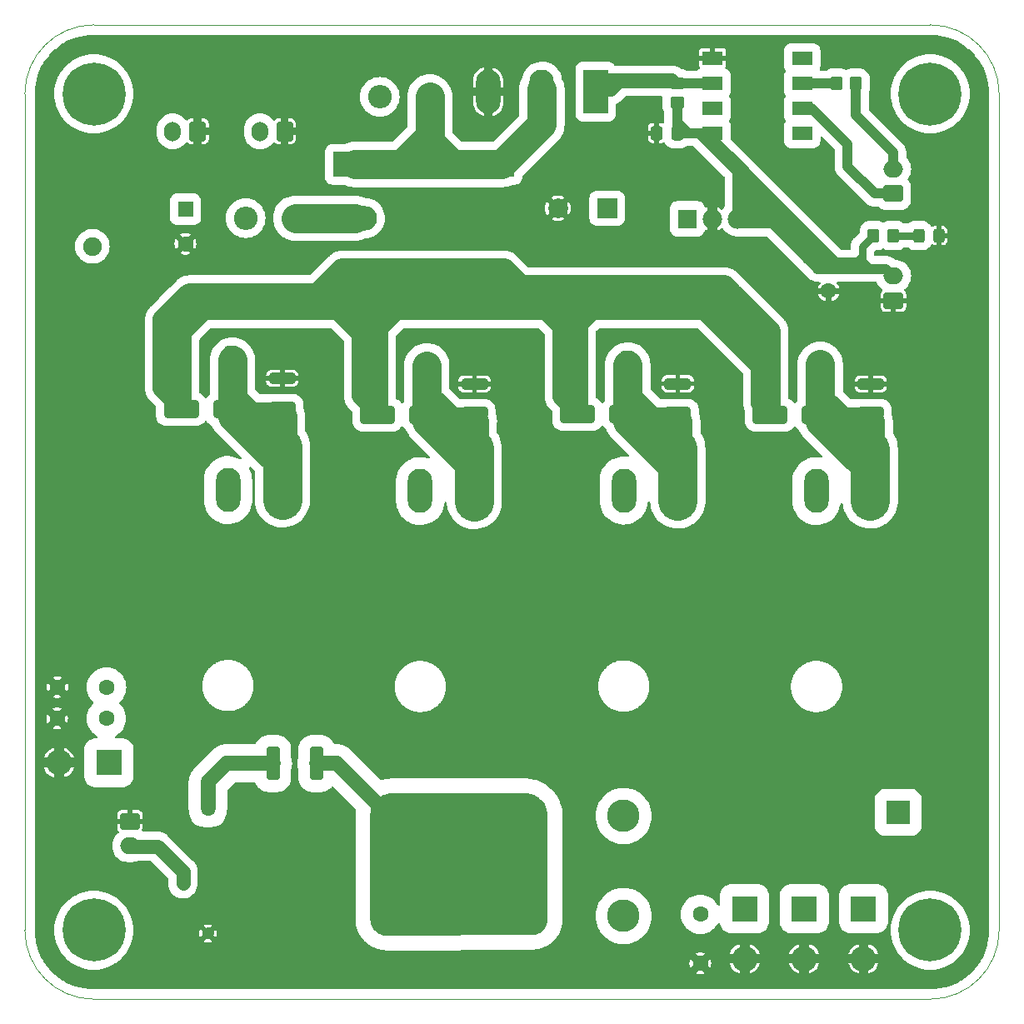
<source format=gtl>
G04 #@! TF.GenerationSoftware,KiCad,Pcbnew,7.0.7+dfsg-1*
G04 #@! TF.CreationDate,2024-09-08T18:38:53+02:00*
G04 #@! TF.ProjectId,evo-cube-pulseboard,65766f2d-6375-4626-952d-70756c736562,rev?*
G04 #@! TF.SameCoordinates,Original*
G04 #@! TF.FileFunction,Copper,L1,Top*
G04 #@! TF.FilePolarity,Positive*
%FSLAX46Y46*%
G04 Gerber Fmt 4.6, Leading zero omitted, Abs format (unit mm)*
G04 Created by KiCad (PCBNEW 7.0.7+dfsg-1) date 2024-09-08 18:38:53*
%MOMM*%
%LPD*%
G01*
G04 APERTURE LIST*
G04 Aperture macros list*
%AMRoundRect*
0 Rectangle with rounded corners*
0 $1 Rounding radius*
0 $2 $3 $4 $5 $6 $7 $8 $9 X,Y pos of 4 corners*
0 Add a 4 corners polygon primitive as box body*
4,1,4,$2,$3,$4,$5,$6,$7,$8,$9,$2,$3,0*
0 Add four circle primitives for the rounded corners*
1,1,$1+$1,$2,$3*
1,1,$1+$1,$4,$5*
1,1,$1+$1,$6,$7*
1,1,$1+$1,$8,$9*
0 Add four rect primitives between the rounded corners*
20,1,$1+$1,$2,$3,$4,$5,0*
20,1,$1+$1,$4,$5,$6,$7,0*
20,1,$1+$1,$6,$7,$8,$9,0*
20,1,$1+$1,$8,$9,$2,$3,0*%
G04 Aperture macros list end*
G04 #@! TA.AperFunction,SMDPad,CuDef*
%ADD10RoundRect,0.249999X0.450001X1.425001X-0.450001X1.425001X-0.450001X-1.425001X0.450001X-1.425001X0*%
G04 #@! TD*
G04 #@! TA.AperFunction,ComponentPad*
%ADD11C,1.600000*%
G04 #@! TD*
G04 #@! TA.AperFunction,ComponentPad*
%ADD12RoundRect,0.250000X0.600000X0.750000X-0.600000X0.750000X-0.600000X-0.750000X0.600000X-0.750000X0*%
G04 #@! TD*
G04 #@! TA.AperFunction,ComponentPad*
%ADD13O,1.700000X2.000000*%
G04 #@! TD*
G04 #@! TA.AperFunction,SMDPad,CuDef*
%ADD14R,2.100000X1.450000*%
G04 #@! TD*
G04 #@! TA.AperFunction,SMDPad,CuDef*
%ADD15RoundRect,0.250000X1.075000X-0.312500X1.075000X0.312500X-1.075000X0.312500X-1.075000X-0.312500X0*%
G04 #@! TD*
G04 #@! TA.AperFunction,SMDPad,CuDef*
%ADD16RoundRect,0.250000X0.400000X1.450000X-0.400000X1.450000X-0.400000X-1.450000X0.400000X-1.450000X0*%
G04 #@! TD*
G04 #@! TA.AperFunction,ComponentPad*
%ADD17C,0.800000*%
G04 #@! TD*
G04 #@! TA.AperFunction,ComponentPad*
%ADD18C,6.400000*%
G04 #@! TD*
G04 #@! TA.AperFunction,ComponentPad*
%ADD19C,1.905000*%
G04 #@! TD*
G04 #@! TA.AperFunction,SMDPad,CuDef*
%ADD20RoundRect,0.250000X0.450000X-0.350000X0.450000X0.350000X-0.450000X0.350000X-0.450000X-0.350000X0*%
G04 #@! TD*
G04 #@! TA.AperFunction,SMDPad,CuDef*
%ADD21RoundRect,0.250000X0.350000X0.450000X-0.350000X0.450000X-0.350000X-0.450000X0.350000X-0.450000X0*%
G04 #@! TD*
G04 #@! TA.AperFunction,ComponentPad*
%ADD22C,2.400000*%
G04 #@! TD*
G04 #@! TA.AperFunction,ComponentPad*
%ADD23O,2.400000X2.400000*%
G04 #@! TD*
G04 #@! TA.AperFunction,ComponentPad*
%ADD24R,3.300000X3.300000*%
G04 #@! TD*
G04 #@! TA.AperFunction,ComponentPad*
%ADD25C,3.300000*%
G04 #@! TD*
G04 #@! TA.AperFunction,ComponentPad*
%ADD26R,1.600000X1.600000*%
G04 #@! TD*
G04 #@! TA.AperFunction,ComponentPad*
%ADD27R,2.000000X2.000000*%
G04 #@! TD*
G04 #@! TA.AperFunction,ComponentPad*
%ADD28C,2.000000*%
G04 #@! TD*
G04 #@! TA.AperFunction,ComponentPad*
%ADD29R,2.600000X2.600000*%
G04 #@! TD*
G04 #@! TA.AperFunction,ComponentPad*
%ADD30O,2.600000X2.600000*%
G04 #@! TD*
G04 #@! TA.AperFunction,SMDPad,CuDef*
%ADD31RoundRect,0.250000X-1.500000X-0.650000X1.500000X-0.650000X1.500000X0.650000X-1.500000X0.650000X0*%
G04 #@! TD*
G04 #@! TA.AperFunction,ComponentPad*
%ADD32R,1.980000X1.980000*%
G04 #@! TD*
G04 #@! TA.AperFunction,ComponentPad*
%ADD33C,1.980000*%
G04 #@! TD*
G04 #@! TA.AperFunction,ComponentPad*
%ADD34RoundRect,0.250000X-0.750000X0.600000X-0.750000X-0.600000X0.750000X-0.600000X0.750000X0.600000X0*%
G04 #@! TD*
G04 #@! TA.AperFunction,ComponentPad*
%ADD35O,2.000000X1.700000*%
G04 #@! TD*
G04 #@! TA.AperFunction,SMDPad,CuDef*
%ADD36RoundRect,0.250000X0.337500X0.475000X-0.337500X0.475000X-0.337500X-0.475000X0.337500X-0.475000X0*%
G04 #@! TD*
G04 #@! TA.AperFunction,ComponentPad*
%ADD37RoundRect,0.250000X0.750000X-0.600000X0.750000X0.600000X-0.750000X0.600000X-0.750000X-0.600000X0*%
G04 #@! TD*
G04 #@! TA.AperFunction,ComponentPad*
%ADD38R,2.400000X2.400000*%
G04 #@! TD*
G04 #@! TA.AperFunction,ComponentPad*
%ADD39R,4.500000X2.500000*%
G04 #@! TD*
G04 #@! TA.AperFunction,ComponentPad*
%ADD40O,4.500000X2.500000*%
G04 #@! TD*
G04 #@! TA.AperFunction,SMDPad,CuDef*
%ADD41RoundRect,0.250000X-0.350000X-0.450000X0.350000X-0.450000X0.350000X0.450000X-0.350000X0.450000X0*%
G04 #@! TD*
G04 #@! TA.AperFunction,SMDPad,CuDef*
%ADD42RoundRect,0.250000X0.325000X0.450000X-0.325000X0.450000X-0.325000X-0.450000X0.325000X-0.450000X0*%
G04 #@! TD*
G04 #@! TA.AperFunction,ComponentPad*
%ADD43R,1.217000X1.217000*%
G04 #@! TD*
G04 #@! TA.AperFunction,ComponentPad*
%ADD44C,1.217000*%
G04 #@! TD*
G04 #@! TA.AperFunction,ComponentPad*
%ADD45R,2.500000X4.500000*%
G04 #@! TD*
G04 #@! TA.AperFunction,ComponentPad*
%ADD46O,2.500000X4.500000*%
G04 #@! TD*
G04 #@! TA.AperFunction,ViaPad*
%ADD47C,0.800000*%
G04 #@! TD*
G04 #@! TA.AperFunction,Conductor*
%ADD48C,1.000000*%
G04 #@! TD*
G04 #@! TA.AperFunction,Conductor*
%ADD49C,0.800000*%
G04 #@! TD*
G04 #@! TA.AperFunction,Conductor*
%ADD50C,1.500000*%
G04 #@! TD*
G04 #@! TA.AperFunction,Conductor*
%ADD51C,3.000000*%
G04 #@! TD*
G04 #@! TA.AperFunction,Conductor*
%ADD52C,4.000000*%
G04 #@! TD*
G04 #@! TA.AperFunction,Conductor*
%ADD53C,2.000000*%
G04 #@! TD*
G04 #@! TA.AperFunction,Conductor*
%ADD54C,1.400000*%
G04 #@! TD*
G04 #@! TA.AperFunction,Profile*
%ADD55C,0.100000*%
G04 #@! TD*
G04 APERTURE END LIST*
D10*
X63427550Y-59953000D03*
X57327550Y-59953000D03*
D11*
X91236800Y-115381400D03*
X91236800Y-120381400D03*
D12*
X40132000Y-35814000D03*
D13*
X37632000Y-35814000D03*
D14*
X101578000Y-36017200D03*
X101578000Y-33477200D03*
X101578000Y-30937200D03*
X101578000Y-28397200D03*
X92478000Y-28397200D03*
X92478000Y-30937200D03*
X92478000Y-33477200D03*
X92478000Y-36017200D03*
D15*
X108559600Y-64403700D03*
X108559600Y-61478700D03*
D16*
X52252800Y-100050600D03*
X47802800Y-100050600D03*
D17*
X27200000Y-117000000D03*
X27902944Y-115302944D03*
X27902944Y-118697056D03*
X29600000Y-114600000D03*
D18*
X29600000Y-117000000D03*
D17*
X29600000Y-119400000D03*
X31297056Y-115302944D03*
X31297056Y-118697056D03*
X32000000Y-117000000D03*
X27200000Y-32000000D03*
X27902944Y-30302944D03*
X27902944Y-33697056D03*
X29600000Y-29600000D03*
D18*
X29600000Y-32000000D03*
D17*
X29600000Y-34400000D03*
X31297056Y-30302944D03*
X31297056Y-33697056D03*
X32000000Y-32000000D03*
D19*
X29464000Y-47498000D03*
X29464000Y-52498000D03*
D10*
X43644350Y-59315200D03*
X37544350Y-59315200D03*
D20*
X88874600Y-32911800D03*
X88874600Y-30911800D03*
D21*
X110829600Y-46405800D03*
X108829600Y-46405800D03*
D22*
X63754000Y-32308800D03*
D23*
X58674000Y-32308800D03*
D24*
X73279000Y-115547766D03*
D25*
X73279000Y-105387766D03*
X83439000Y-115547766D03*
X83439000Y-105387766D03*
D26*
X38912800Y-43738800D03*
D11*
X38912800Y-47238800D03*
D27*
X81768077Y-43637200D03*
D28*
X76768077Y-43637200D03*
D11*
X30882600Y-95478600D03*
X25882600Y-95478600D03*
D29*
X101803200Y-114808000D03*
D30*
X101803200Y-119888000D03*
D31*
X38487950Y-64065000D03*
X43487950Y-64065000D03*
D29*
X31140400Y-99974400D03*
D30*
X26060400Y-99974400D03*
D31*
X58459750Y-64626600D03*
X63459750Y-64626600D03*
D32*
X89916000Y-44704000D03*
D33*
X92466000Y-44704000D03*
X95016000Y-44704000D03*
D24*
X49913288Y-115483766D03*
D25*
X49913288Y-105323766D03*
X60073288Y-115483766D03*
X60073288Y-105323766D03*
D34*
X33274000Y-105918000D03*
D35*
X33274000Y-108418000D03*
D15*
X88947400Y-64389000D03*
X88947400Y-61464000D03*
D31*
X98341150Y-64626600D03*
X103341150Y-64626600D03*
D22*
X50114200Y-44643800D03*
D23*
X45034200Y-44643800D03*
D36*
X88870700Y-35991800D03*
X86795700Y-35991800D03*
D12*
X49002000Y-35814000D03*
D13*
X46502000Y-35814000D03*
D29*
X95732600Y-114808000D03*
D30*
X95732600Y-119888000D03*
D15*
X68289600Y-64414400D03*
X68289600Y-61489400D03*
D31*
X78779750Y-64575800D03*
X83779750Y-64575800D03*
D37*
X110850000Y-42144000D03*
D35*
X110850000Y-39644000D03*
D17*
X112200000Y-32000000D03*
X112902944Y-30302944D03*
X112902944Y-33697056D03*
X114600000Y-29600000D03*
D18*
X114600000Y-32000000D03*
D17*
X114600000Y-34400000D03*
X116297056Y-30302944D03*
X116297056Y-33697056D03*
X117000000Y-32000000D03*
D26*
X104267000Y-49530000D03*
D11*
X104267000Y-52030000D03*
D38*
X111341872Y-105029000D03*
D22*
X116341872Y-105029000D03*
D39*
X70104000Y-39188800D03*
D40*
X70104000Y-44638800D03*
X70104000Y-50088800D03*
D39*
X56134000Y-39188800D03*
D40*
X56134000Y-44638800D03*
X56134000Y-50088800D03*
D11*
X30897200Y-92303600D03*
X25897200Y-92303600D03*
D10*
X83798350Y-59800600D03*
X77698350Y-59800600D03*
D15*
X48742600Y-63842100D03*
X48742600Y-60917100D03*
D41*
X105054400Y-30937200D03*
X107054400Y-30937200D03*
D42*
X115477400Y-46405800D03*
X113427400Y-46405800D03*
D43*
X41198800Y-104622600D03*
D44*
X38658800Y-112242600D03*
X41198800Y-117322600D03*
D10*
X103461350Y-59800600D03*
X97361350Y-59800600D03*
D17*
X112200000Y-117000000D03*
X112902944Y-115302944D03*
X112902944Y-118697056D03*
X114600000Y-114600000D03*
D18*
X114600000Y-117000000D03*
D17*
X114600000Y-119400000D03*
X116297056Y-115302944D03*
X116297056Y-118697056D03*
X117000000Y-117000000D03*
D29*
X107823000Y-114808000D03*
D30*
X107823000Y-119888000D03*
D37*
X110850000Y-53020600D03*
D35*
X110850000Y-50520600D03*
D45*
X48685950Y-72269200D03*
D46*
X43235950Y-72269200D03*
X37785950Y-72269200D03*
D45*
X80588200Y-31782200D03*
D46*
X75138200Y-31782200D03*
X69688200Y-31782200D03*
D45*
X108491950Y-72370800D03*
D46*
X103041950Y-72370800D03*
X97591950Y-72370800D03*
D45*
X68229550Y-72370800D03*
D46*
X62779550Y-72370800D03*
X57329550Y-72370800D03*
D45*
X88905150Y-72320000D03*
D46*
X83455150Y-72320000D03*
X78005150Y-72320000D03*
D47*
X48790000Y-59436000D03*
X109490150Y-94996000D03*
X50088800Y-121259600D03*
X108708600Y-59486800D03*
X100431600Y-52476400D03*
X112445800Y-60807600D03*
X29210000Y-60375800D03*
X103013150Y-80676600D03*
X119024400Y-80772000D03*
X119049800Y-96139000D03*
X119024400Y-76657200D03*
X26009600Y-80010000D03*
X89830550Y-89916000D03*
X58166000Y-28752800D03*
X119024400Y-88392000D03*
X119024400Y-83312000D03*
X106070400Y-27863800D03*
X26136600Y-107162600D03*
X26136600Y-109702600D03*
X63220600Y-28778200D03*
X32308800Y-60375800D03*
X25222200Y-42189400D03*
X26136600Y-104622600D03*
X49469950Y-94996000D03*
X36347400Y-28752800D03*
X118999000Y-61290200D03*
X71958200Y-121310400D03*
X26136600Y-102336600D03*
X25908000Y-62788800D03*
X26009600Y-87630000D03*
X84658200Y-121310400D03*
X62887000Y-85090000D03*
X105384600Y-43230800D03*
X88950800Y-59486800D03*
X45389800Y-28752800D03*
X52628800Y-121259600D03*
X62788800Y-121259600D03*
X77038200Y-121310400D03*
X60706000Y-28752800D03*
X72009000Y-60807600D03*
X118999000Y-66370200D03*
X117881400Y-49580800D03*
X119049800Y-99466400D03*
X38887400Y-28752800D03*
X89830550Y-94996000D03*
X47929800Y-28752800D03*
X119024400Y-74117200D03*
X119024400Y-90932000D03*
X25958800Y-77368400D03*
X25958800Y-72288400D03*
X83556750Y-84359600D03*
X74498200Y-121310400D03*
X26009600Y-82550000D03*
X55626000Y-28752800D03*
X104343200Y-54914800D03*
X117881400Y-54660800D03*
X68926350Y-89941400D03*
X25958800Y-69748400D03*
X119049800Y-112090200D03*
X118999000Y-63830200D03*
X92837000Y-60782200D03*
X82118200Y-121310400D03*
X41427400Y-28752800D03*
X108610400Y-27863800D03*
X25222200Y-39649400D03*
X117856000Y-46964600D03*
X119024400Y-85852000D03*
X49469950Y-89916000D03*
X35382200Y-119811800D03*
X117856000Y-38328600D03*
X79578200Y-121310400D03*
X25222200Y-37109400D03*
X117881400Y-52120800D03*
X25908000Y-57708800D03*
X97078800Y-34594800D03*
X118999000Y-68910200D03*
X26009600Y-90297000D03*
X25908000Y-60248800D03*
X43119950Y-80651200D03*
X55168800Y-121259600D03*
X25958800Y-67208400D03*
X52527200Y-60756800D03*
X118999000Y-71450200D03*
X68926350Y-94862800D03*
X60248800Y-121259600D03*
X115697000Y-60807600D03*
X103013150Y-84486600D03*
X25958800Y-74828400D03*
X43119950Y-84461200D03*
X62728750Y-80702000D03*
X119049800Y-93599000D03*
X97078800Y-31877000D03*
X83556750Y-80549600D03*
X50469800Y-28752800D03*
X68271800Y-59486800D03*
X26009600Y-85090000D03*
X57708800Y-121259600D03*
X97078800Y-29337000D03*
X117856000Y-40868600D03*
X117856000Y-43408600D03*
X47117000Y-121259600D03*
X109490150Y-89916000D03*
X103733600Y-40894000D03*
D48*
X95016000Y-43233600D02*
X95016000Y-44704000D01*
X88896100Y-36017200D02*
X90449400Y-36017200D01*
X99804000Y-45194000D02*
X102108000Y-47498000D01*
D49*
X107696000Y-48479200D02*
X107696000Y-49784000D01*
D48*
X103124000Y-49022000D02*
X103378000Y-48768000D01*
X89763600Y-36017200D02*
X89763600Y-35788600D01*
X89255600Y-36017200D02*
X89763600Y-36017200D01*
X95016000Y-41452800D02*
X95016000Y-40640000D01*
X104394000Y-49784000D02*
X104648000Y-49784000D01*
D49*
X107378500Y-48806100D02*
X107010200Y-49174400D01*
D48*
X91135200Y-36017200D02*
X92478000Y-36017200D01*
X105410000Y-49530000D02*
X105410000Y-49784000D01*
D49*
X108829600Y-46405800D02*
X107696000Y-47539400D01*
D48*
X91135200Y-36017200D02*
X95016000Y-39898000D01*
X103124000Y-49784000D02*
X103124000Y-49022000D01*
X88874600Y-32911800D02*
X88874600Y-33807400D01*
X102126000Y-48768000D02*
X103378000Y-48768000D01*
X95016000Y-43058400D02*
X96012000Y-42062400D01*
X98552000Y-45194000D02*
X99804000Y-45194000D01*
X95554800Y-39674800D02*
X95554800Y-42694800D01*
X96012000Y-44432000D02*
X95288000Y-44432000D01*
X95016000Y-44704000D02*
X95016000Y-43058400D01*
X95016000Y-42156000D02*
X95016000Y-44704000D01*
X96012000Y-40132000D02*
X96012000Y-41402000D01*
X95758000Y-40640000D02*
X96012000Y-40894000D01*
X95895000Y-43035000D02*
X96276000Y-43416000D01*
X88874600Y-35987900D02*
X88870700Y-35991800D01*
X96012000Y-42418000D02*
X96012000Y-42654000D01*
X98054000Y-45194000D02*
X98552000Y-45194000D01*
X97292000Y-44432000D02*
X96012000Y-44432000D01*
X105054400Y-49174400D02*
X107010200Y-49174400D01*
X89204800Y-35229800D02*
X89204800Y-35966400D01*
X95016000Y-40640000D02*
X95758000Y-40640000D01*
X105410000Y-49784000D02*
X106400600Y-49784000D01*
X89204800Y-35966400D02*
X89255600Y-36017200D01*
X96012000Y-42418000D02*
X96012000Y-44432000D01*
X96276000Y-43416000D02*
X97292000Y-44432000D01*
X95016000Y-42156000D02*
X95016000Y-41452800D01*
X92456000Y-36039200D02*
X92478000Y-36017200D01*
X95016000Y-39898000D02*
X95016000Y-44704000D01*
X88874600Y-33807400D02*
X88874600Y-34899600D01*
X110113400Y-49784000D02*
X110850000Y-50520600D01*
X103124000Y-49784000D02*
X104648000Y-49784000D01*
X102235000Y-46355000D02*
X103378000Y-47498000D01*
X101990000Y-48632000D02*
X97926000Y-44568000D01*
X95016000Y-40640000D02*
X95016000Y-39136000D01*
X96012000Y-42062400D02*
X95625600Y-42062400D01*
X107696000Y-49784000D02*
X108534200Y-49784000D01*
X97292000Y-44432000D02*
X98054000Y-45194000D01*
X88870700Y-35991800D02*
X88896100Y-36017200D01*
X105156000Y-49784000D02*
X105410000Y-49784000D01*
X103378000Y-47498000D02*
X103378000Y-49530000D01*
X103124000Y-49784000D02*
X103124000Y-49766000D01*
X104648000Y-49784000D02*
X105410000Y-49784000D01*
D49*
X107696000Y-48488600D02*
X107378500Y-48806100D01*
D48*
X96012000Y-42654000D02*
X97926000Y-44568000D01*
X88874600Y-34899600D02*
X89204800Y-35229800D01*
X103124000Y-47752000D02*
X103124000Y-49784000D01*
X96012000Y-42418000D02*
X96012000Y-43152000D01*
X103124000Y-49766000D02*
X101990000Y-48632000D01*
D49*
X107556300Y-48806100D02*
X108534200Y-49784000D01*
D48*
X95554800Y-42694800D02*
X95016000Y-43233600D01*
X105029000Y-49149000D02*
X105410000Y-49530000D01*
X89763600Y-36017200D02*
X90449400Y-36017200D01*
X95016000Y-39136000D02*
X102235000Y-46355000D01*
X88874600Y-33807400D02*
X88874600Y-35987900D01*
X96276000Y-43416000D02*
X96530000Y-43670000D01*
X102108000Y-47498000D02*
X104394000Y-49784000D01*
X95506000Y-45194000D02*
X96530000Y-45194000D01*
X95016000Y-42156000D02*
X95895000Y-43035000D01*
X91135200Y-36017200D02*
X92456000Y-37338000D01*
X102235000Y-46355000D02*
X105029000Y-49149000D01*
X95288000Y-44432000D02*
X95016000Y-44704000D01*
X90449400Y-36017200D02*
X91135200Y-36017200D01*
X92478000Y-36598000D02*
X95554800Y-39674800D01*
D49*
X107696000Y-47539400D02*
X107696000Y-48479200D01*
D48*
X108534200Y-49784000D02*
X110113400Y-49784000D01*
X96530000Y-45194000D02*
X98054000Y-45194000D01*
X102108000Y-47498000D02*
X103378000Y-48768000D01*
X96530000Y-43670000D02*
X96530000Y-45194000D01*
X96012000Y-43152000D02*
X98054000Y-45194000D01*
X95016000Y-39136000D02*
X96012000Y-40132000D01*
D49*
X107696000Y-48479200D02*
X107696000Y-48488600D01*
D48*
X101990000Y-48632000D02*
X102126000Y-48768000D01*
X95895000Y-43825000D02*
X95016000Y-44704000D01*
D49*
X107378500Y-48806100D02*
X107556300Y-48806100D01*
X107010200Y-49174400D02*
X106400600Y-49784000D01*
D48*
X96012000Y-41402000D02*
X103378000Y-48768000D01*
X95016000Y-39898000D02*
X95016000Y-40640000D01*
X106400600Y-49784000D02*
X107696000Y-49784000D01*
X103124000Y-47752000D02*
X105156000Y-49784000D01*
X96012000Y-42062400D02*
X96012000Y-42418000D01*
X89763600Y-35788600D02*
X89204800Y-35229800D01*
X103378000Y-47498000D02*
X103124000Y-47752000D01*
X92478000Y-36017200D02*
X92478000Y-36598000D01*
X97926000Y-44568000D02*
X98552000Y-45194000D01*
X96012000Y-40894000D02*
X96012000Y-42062400D01*
X91135200Y-36017200D02*
X96012000Y-40894000D01*
X105029000Y-49149000D02*
X105054400Y-49174400D01*
X95554800Y-42694800D02*
X95895000Y-43035000D01*
X95625600Y-42062400D02*
X95016000Y-41452800D01*
X95016000Y-44704000D02*
X95506000Y-45194000D01*
X95895000Y-43035000D02*
X95895000Y-43825000D01*
X95554800Y-39674800D02*
X96012000Y-40132000D01*
X103378000Y-47498000D02*
X103378000Y-48768000D01*
D50*
X60073288Y-105323766D02*
X59578366Y-105323766D01*
X59578366Y-105323766D02*
X54305200Y-100050600D01*
X54305200Y-100050600D02*
X52252800Y-100050600D01*
D48*
X81909600Y-30460800D02*
X82651600Y-30460800D01*
X82651600Y-30460800D02*
X83540600Y-30460800D01*
X88423600Y-30460800D02*
X88874600Y-30911800D01*
X92478000Y-30937200D02*
X81433200Y-30937200D01*
X81585200Y-30785200D02*
X80588200Y-31782200D01*
X80588200Y-31782200D02*
X82219200Y-31782200D01*
X81909600Y-30460800D02*
X80588200Y-31782200D01*
X83540600Y-30460800D02*
X88423600Y-30460800D01*
X82219200Y-31782200D02*
X83540600Y-30460800D01*
X81433200Y-30937200D02*
X81909600Y-30460800D01*
X81909600Y-30460800D02*
X81585200Y-30785200D01*
D51*
X56134000Y-44638800D02*
X56129000Y-44643800D01*
X56129000Y-44643800D02*
X50114200Y-44643800D01*
X88265370Y-69715970D02*
X88947400Y-69715970D01*
X83867400Y-65318000D02*
X88265370Y-69715970D01*
X83867400Y-65318000D02*
X86200430Y-65318000D01*
X88947400Y-65318000D02*
X88947400Y-68064970D01*
X83867400Y-65318000D02*
X88947400Y-65318000D01*
X83867400Y-63206030D02*
X83867400Y-59563000D01*
D52*
X88947400Y-68064970D02*
X88947400Y-69715970D01*
D51*
X84088460Y-63206030D02*
X83867400Y-63206030D01*
D52*
X88947400Y-69715970D02*
X88947400Y-73380600D01*
D51*
X83867400Y-65318000D02*
X83867400Y-63206030D01*
X86200430Y-65318000D02*
X84088460Y-63206030D01*
X86200430Y-65318000D02*
X88947400Y-68064970D01*
X108505400Y-65328800D02*
X108505400Y-68097733D01*
D52*
X108505400Y-70256733D02*
X108505400Y-73380600D01*
D51*
X103425400Y-63194867D02*
X103425400Y-65328800D01*
X105736467Y-65328800D02*
X105559333Y-65328800D01*
X103425400Y-59486800D02*
X103425400Y-63194867D01*
X105736467Y-65328800D02*
X108505400Y-68097733D01*
X103425400Y-65328800D02*
X108505400Y-65328800D01*
X103425400Y-65328800D02*
X105736467Y-65328800D01*
X108353333Y-70256733D02*
X108505400Y-70256733D01*
X105559333Y-65328800D02*
X103425400Y-63194867D01*
D52*
X108505400Y-68097733D02*
X108505400Y-70256733D01*
D51*
X103425400Y-65328800D02*
X108353333Y-70256733D01*
X48768000Y-68605400D02*
X47498000Y-68605400D01*
X47498000Y-68605400D02*
X43688000Y-64795400D01*
X43688000Y-64795400D02*
X43688000Y-63039400D01*
X45742000Y-64795400D02*
X45444000Y-64795400D01*
D52*
X48768000Y-68605400D02*
X48768000Y-73253600D01*
D51*
X45742000Y-64795400D02*
X48768000Y-67821400D01*
D52*
X48768000Y-67821400D02*
X48768000Y-68605400D01*
D51*
X43688000Y-64795400D02*
X45742000Y-64795400D01*
X45444000Y-64795400D02*
X43688000Y-63039400D01*
X43688000Y-64795400D02*
X48768000Y-64795400D01*
X48768000Y-64795400D02*
X48768000Y-67821400D01*
X43688000Y-63039400D02*
X43688000Y-59080400D01*
X63445800Y-65303400D02*
X63445800Y-62923400D01*
X65510800Y-64988400D02*
X63445800Y-62923400D01*
X63445800Y-65303400D02*
X68271800Y-65303400D01*
X63445800Y-62923400D02*
X63445800Y-59628400D01*
X63445800Y-65303400D02*
X68271800Y-70129400D01*
D52*
X68271800Y-68064400D02*
X68271800Y-73431400D01*
D51*
X65510800Y-65303400D02*
X68271800Y-68064400D01*
X68271800Y-65303400D02*
X68271800Y-68064400D01*
X63445800Y-65303400D02*
X65510800Y-65303400D01*
X65510800Y-65303400D02*
X65510800Y-64988400D01*
D49*
X113427400Y-46405800D02*
X110829600Y-46405800D01*
D51*
X75138200Y-35123200D02*
X75138200Y-31782200D01*
X63749200Y-36530000D02*
X63749200Y-32308800D01*
X63500000Y-39188800D02*
X63500000Y-36779200D01*
X63500000Y-36779200D02*
X63630400Y-36779200D01*
X66040000Y-39188800D02*
X71072600Y-39188800D01*
X63293400Y-36779200D02*
X60883800Y-39188800D01*
X63500000Y-36779200D02*
X63293400Y-36779200D01*
X60883800Y-39188800D02*
X63500000Y-39188800D01*
X71072600Y-39188800D02*
X75138200Y-35123200D01*
X75138200Y-31782200D02*
X75138200Y-31566200D01*
X63500000Y-39188800D02*
X66040000Y-39188800D01*
X63630400Y-36779200D02*
X66040000Y-39188800D01*
X56134000Y-39188800D02*
X60883800Y-39188800D01*
X63500000Y-36779200D02*
X63749200Y-36530000D01*
D48*
X101578000Y-30937200D02*
X105054400Y-30937200D01*
X108946000Y-42144000D02*
X110850000Y-42144000D01*
X102565200Y-33477200D02*
X106172000Y-37084000D01*
X106172000Y-39370000D02*
X108946000Y-42144000D01*
X101578000Y-33477200D02*
X102565200Y-33477200D01*
X106172000Y-37084000D02*
X106172000Y-39370000D01*
D53*
X37588600Y-57153400D02*
X37588600Y-59080400D01*
X40256200Y-54485800D02*
X41475400Y-53266600D01*
X56791600Y-55400200D02*
X54277000Y-52885600D01*
X93748600Y-51463200D02*
X94536000Y-52250600D01*
X39291000Y-52250600D02*
X37588600Y-53953000D01*
X77238600Y-52250600D02*
X75409800Y-52250600D01*
X74419200Y-52250600D02*
X74063600Y-52250600D01*
X71599800Y-52250600D02*
X71599800Y-50472600D01*
X98385400Y-64391800D02*
X98385400Y-60200800D01*
X72692000Y-51463200D02*
X93748600Y-51463200D01*
X91996000Y-52885600D02*
X91361000Y-52250600D01*
X58310100Y-49990000D02*
X58310100Y-51866200D01*
X55143400Y-50088800D02*
X57553000Y-50088800D01*
X74419200Y-52834800D02*
X71344750Y-49760350D01*
X66391750Y-52250600D02*
X58313500Y-52250600D01*
X95780600Y-53495200D02*
X95780600Y-56670200D01*
X91996000Y-52885600D02*
X54277000Y-52885600D01*
X41856400Y-52885600D02*
X40256200Y-54485800D01*
X37716200Y-54841400D02*
X40307000Y-52250600D01*
X58310100Y-49990000D02*
X58310100Y-54404100D01*
X42491400Y-52250600D02*
X46225200Y-52250600D01*
X89964000Y-52250600D02*
X83664800Y-52250600D01*
X62100200Y-52250600D02*
X58504000Y-55846800D01*
X58310100Y-51866200D02*
X58504000Y-52060100D01*
X77238600Y-52250600D02*
X76813350Y-52250600D01*
X81963000Y-52250600D02*
X77238600Y-52250600D01*
X98385400Y-59275000D02*
X97304600Y-58194200D01*
X63344800Y-52250600D02*
X62100200Y-52250600D01*
X78824000Y-55451000D02*
X78824000Y-55389600D01*
X58504000Y-55846800D02*
X58504000Y-56568600D01*
X93621600Y-53495200D02*
X95780600Y-53495200D01*
X40307000Y-52250600D02*
X94536000Y-52250600D01*
X56842400Y-55400200D02*
X56791600Y-55400200D01*
X58504000Y-56568600D02*
X58504000Y-64391800D01*
X91361000Y-52250600D02*
X89964000Y-52250600D01*
X37588600Y-59080400D02*
X37588600Y-62886600D01*
X38532200Y-63830200D02*
X38532200Y-56209800D01*
X94536000Y-52250600D02*
X95780600Y-53495200D01*
X38532200Y-56209800D02*
X40256200Y-54485800D01*
X52346600Y-52223100D02*
X54480900Y-50088800D01*
X93113600Y-54003200D02*
X40738800Y-54003200D01*
X80756500Y-53457100D02*
X81963000Y-52250600D01*
X71344750Y-49760350D02*
X54809350Y-49760350D01*
X97405600Y-59565800D02*
X97405600Y-56898200D01*
X46225200Y-52250600D02*
X56842400Y-52250600D01*
X97405600Y-59565800D02*
X97405600Y-63412000D01*
X37588600Y-62886600D02*
X38532200Y-63830200D01*
X71599800Y-52250600D02*
X63344800Y-52250600D01*
X96047300Y-56936900D02*
X96047300Y-55539900D01*
X96047300Y-56936900D02*
X95209100Y-56098700D01*
X56842400Y-52250600D02*
X56842400Y-55400200D01*
X40307000Y-52250600D02*
X39291000Y-52250600D01*
X55592300Y-50543300D02*
X54809350Y-49760350D01*
X40738800Y-54003200D02*
X38532200Y-56209800D01*
X71772100Y-50543300D02*
X55592300Y-50543300D01*
X97304600Y-58194200D02*
X96047300Y-56936900D01*
X77238600Y-55654200D02*
X77238600Y-62755600D01*
X74419200Y-52250600D02*
X74419200Y-52834800D01*
X94980500Y-55870100D02*
X93113600Y-54003200D01*
X56842400Y-55400200D02*
X56842400Y-56340000D01*
X56842400Y-56340000D02*
X56766200Y-56340000D01*
X62100200Y-52250600D02*
X58313500Y-52250600D01*
X37588600Y-57153400D02*
X41475400Y-53266600D01*
X56842400Y-56340000D02*
X56842400Y-62730200D01*
X71317600Y-50088800D02*
X72692000Y-51463200D01*
X58504000Y-52060100D02*
X58504000Y-55222400D01*
X36624000Y-61922000D02*
X38532200Y-63830200D01*
X72692000Y-51463200D02*
X73479400Y-52250600D01*
X37588600Y-53953000D02*
X37588600Y-54841400D01*
X77238600Y-52250600D02*
X77238600Y-55654200D01*
X41475400Y-53266600D02*
X42491400Y-52250600D01*
X46225200Y-52250600D02*
X40307000Y-52250600D01*
X96936300Y-54650900D02*
X98385400Y-56100000D01*
X98385400Y-56100000D02*
X98385400Y-60200800D01*
X59787750Y-50776350D02*
X60829150Y-49734950D01*
X60829150Y-49734950D02*
X58504000Y-52060100D01*
X83664800Y-52250600D02*
X81963000Y-52250600D01*
X56842400Y-52250600D02*
X58313500Y-52250600D01*
X42491400Y-52250600D02*
X37588600Y-57153400D01*
X96047300Y-55539900D02*
X96936300Y-54650900D01*
X71772100Y-50543300D02*
X72692000Y-51463200D01*
X37588600Y-54841400D02*
X37716200Y-54841400D01*
X63344800Y-52250600D02*
X63344800Y-51974600D01*
X74419200Y-52834800D02*
X77238600Y-55654200D01*
X73479400Y-52250600D02*
X71803000Y-52250600D01*
X58504000Y-55222400D02*
X58504000Y-56568600D01*
X49552600Y-52885600D02*
X41856400Y-52885600D01*
X95780600Y-56670200D02*
X97304600Y-58194200D01*
X58313500Y-52250600D02*
X59787750Y-50776350D01*
X89964000Y-52250600D02*
X97279200Y-59565800D01*
X52346600Y-52885600D02*
X52346600Y-52223100D01*
X52346600Y-52885600D02*
X55143400Y-50088800D01*
X37588600Y-54841400D02*
X37588600Y-59080400D01*
X54277000Y-50292700D02*
X54809350Y-49760350D01*
X55143400Y-50088800D02*
X71317600Y-50088800D01*
X89964000Y-52250600D02*
X94536000Y-52250600D01*
X78824000Y-55389600D02*
X78824000Y-55338000D01*
X78824000Y-64341000D02*
X78824000Y-55451000D01*
X78824000Y-55389600D02*
X80756500Y-53457100D01*
X97405600Y-63412000D02*
X98385400Y-64391800D01*
X59128400Y-55222400D02*
X62100200Y-52250600D01*
X39291000Y-52250600D02*
X36624000Y-54917600D01*
X52346600Y-52885600D02*
X49552600Y-52885600D01*
X54480900Y-50088800D02*
X57553000Y-50088800D01*
X95780600Y-53495200D02*
X96936300Y-54650900D01*
X58504000Y-55222400D02*
X59128400Y-55222400D01*
X94536000Y-52250600D02*
X96936300Y-54650900D01*
X56842400Y-62730200D02*
X58504000Y-64391800D01*
X54277000Y-52885600D02*
X54277000Y-50292700D01*
X98385400Y-60200800D02*
X98385400Y-59275000D01*
X74063600Y-52250600D02*
X73479400Y-52250600D01*
X54277000Y-52885600D02*
X53311800Y-52885600D01*
X93113600Y-54003200D02*
X93621600Y-53495200D01*
X77238600Y-62755600D02*
X78824000Y-64341000D01*
X97405600Y-56898200D02*
X96047300Y-55539900D01*
X77238600Y-52250600D02*
X74419200Y-52250600D01*
X53311800Y-52885600D02*
X52346600Y-52885600D01*
X78944200Y-53457100D02*
X80756500Y-53457100D01*
X71803000Y-52250600D02*
X71599800Y-52250600D01*
X36624000Y-54917600D02*
X36624000Y-61922000D01*
X97279200Y-59565800D02*
X97405600Y-59565800D01*
X93113600Y-54003200D02*
X91996000Y-52885600D01*
X56766200Y-56340000D02*
X53311800Y-52885600D01*
X58310100Y-54404100D02*
X59128400Y-55222400D01*
D50*
X41198800Y-101930200D02*
X41198800Y-104622600D01*
X47802800Y-100050600D02*
X43078400Y-100050600D01*
X43078400Y-100050600D02*
X41198800Y-101930200D01*
D54*
X38658800Y-111048800D02*
X36078000Y-108468000D01*
X36078000Y-108468000D02*
X33274000Y-108468000D01*
X38658800Y-112242600D02*
X38658800Y-111048800D01*
D48*
X107054400Y-34156400D02*
X110850000Y-37952000D01*
X110850000Y-37952000D02*
X110850000Y-39644000D01*
X107054400Y-30937200D02*
X107054400Y-34156400D01*
G04 #@! TA.AperFunction,Conductor*
G36*
X115068253Y-26018897D02*
G01*
X115073171Y-26019285D01*
X115240712Y-26039114D01*
X115536088Y-26074075D01*
X115540934Y-26074842D01*
X115998132Y-26165785D01*
X116002925Y-26166935D01*
X116451586Y-26293470D01*
X116456246Y-26294984D01*
X116893607Y-26456336D01*
X116898140Y-26458213D01*
X117321482Y-26653376D01*
X117325871Y-26655613D01*
X117732571Y-26883375D01*
X117736769Y-26885947D01*
X117928877Y-27014310D01*
X118124356Y-27144926D01*
X118128360Y-27147834D01*
X118494424Y-27436415D01*
X118498184Y-27439626D01*
X118840488Y-27756050D01*
X118843949Y-27759511D01*
X119137051Y-28076586D01*
X119160370Y-28101812D01*
X119163584Y-28105575D01*
X119452165Y-28471639D01*
X119455073Y-28475643D01*
X119623657Y-28727945D01*
X119690042Y-28827297D01*
X119714043Y-28863216D01*
X119716628Y-28867436D01*
X119888963Y-29175163D01*
X119944381Y-29274118D01*
X119946628Y-29278527D01*
X120111747Y-29636700D01*
X120141778Y-29701841D01*
X120143668Y-29706404D01*
X120305009Y-30143735D01*
X120306534Y-30148428D01*
X120433059Y-30597055D01*
X120434214Y-30601867D01*
X120496485Y-30914921D01*
X120512492Y-30995394D01*
X120525152Y-31059036D01*
X120525926Y-31063924D01*
X120580714Y-31526828D01*
X120581103Y-31531762D01*
X120599500Y-32000000D01*
X120599500Y-117000000D01*
X120581103Y-117468237D01*
X120580714Y-117473171D01*
X120525926Y-117936075D01*
X120525152Y-117940963D01*
X120434214Y-118398132D01*
X120433059Y-118402944D01*
X120405803Y-118499587D01*
X120314483Y-118823388D01*
X120306538Y-118851558D01*
X120305009Y-118856264D01*
X120143672Y-119293586D01*
X120141778Y-119298158D01*
X119946628Y-119721472D01*
X119944381Y-119725881D01*
X119716628Y-120132563D01*
X119714043Y-120136783D01*
X119455073Y-120524356D01*
X119452165Y-120528360D01*
X119163584Y-120894424D01*
X119160370Y-120898187D01*
X118843968Y-121240469D01*
X118840469Y-121243968D01*
X118498187Y-121560370D01*
X118494424Y-121563584D01*
X118128360Y-121852165D01*
X118124356Y-121855073D01*
X117736783Y-122114043D01*
X117732563Y-122116628D01*
X117325881Y-122344381D01*
X117321472Y-122346628D01*
X116898158Y-122541778D01*
X116893586Y-122543672D01*
X116456264Y-122705009D01*
X116451563Y-122706536D01*
X116227250Y-122769798D01*
X116002944Y-122833059D01*
X115998132Y-122834214D01*
X115603932Y-122912626D01*
X115540959Y-122925152D01*
X115536075Y-122925926D01*
X115073171Y-122980714D01*
X115068237Y-122981103D01*
X114600000Y-122999500D01*
X29600000Y-122999500D01*
X29131762Y-122981103D01*
X29126828Y-122980714D01*
X28663924Y-122925926D01*
X28659044Y-122925153D01*
X28514921Y-122896485D01*
X28201867Y-122834214D01*
X28197055Y-122833059D01*
X27748428Y-122706534D01*
X27743735Y-122705009D01*
X27306404Y-122543668D01*
X27301846Y-122541780D01*
X26878527Y-122346628D01*
X26874118Y-122344381D01*
X26467436Y-122116628D01*
X26463223Y-122114047D01*
X26353571Y-122040780D01*
X26075643Y-121855073D01*
X26071639Y-121852165D01*
X25705575Y-121563584D01*
X25701812Y-121560370D01*
X25575859Y-121443940D01*
X25359511Y-121243949D01*
X25356050Y-121240488D01*
X25039626Y-120898184D01*
X25036415Y-120894424D01*
X24747834Y-120528360D01*
X24744926Y-120524356D01*
X24604598Y-120314342D01*
X24485947Y-120136769D01*
X24483371Y-120132563D01*
X24255613Y-119725871D01*
X24253376Y-119721482D01*
X24058213Y-119298140D01*
X24056336Y-119293607D01*
X23894984Y-118856246D01*
X23893470Y-118851586D01*
X23766935Y-118402925D01*
X23765785Y-118398132D01*
X23742912Y-118283141D01*
X23674842Y-117940934D01*
X23674075Y-117936088D01*
X23635080Y-117606620D01*
X23619285Y-117473171D01*
X23618897Y-117468253D01*
X23600500Y-117000000D01*
X25594675Y-117000000D01*
X25613833Y-117389974D01*
X25613962Y-117392587D01*
X25613963Y-117392601D01*
X25658695Y-117694160D01*
X25671636Y-117781400D01*
X25743174Y-118066995D01*
X25767144Y-118162689D01*
X25859256Y-118420123D01*
X25899562Y-118532772D01*
X26067619Y-118888097D01*
X26067621Y-118888100D01*
X26269696Y-119225243D01*
X26503834Y-119540942D01*
X26503841Y-119540950D01*
X26503842Y-119540951D01*
X26767808Y-119832192D01*
X27052756Y-120090454D01*
X27059057Y-120096165D01*
X27374756Y-120330303D01*
X27374760Y-120330305D01*
X27374761Y-120330306D01*
X27711903Y-120532381D01*
X28067228Y-120700438D01*
X28345716Y-120800082D01*
X28433154Y-120831368D01*
X28437316Y-120832857D01*
X28818600Y-120928364D01*
X29207409Y-120986038D01*
X29542590Y-121002504D01*
X29599996Y-121005325D01*
X29600000Y-121005325D01*
X29600004Y-121005325D01*
X29655384Y-121002604D01*
X29992591Y-120986038D01*
X30381400Y-120928364D01*
X30762684Y-120832857D01*
X31132772Y-120700438D01*
X31488097Y-120532381D01*
X31739987Y-120381404D01*
X90132087Y-120381404D01*
X90150896Y-120584388D01*
X90206683Y-120780460D01*
X90206687Y-120780472D01*
X90228412Y-120824100D01*
X90228413Y-120824100D01*
X90634980Y-120417533D01*
X90697293Y-120383508D01*
X90768108Y-120388572D01*
X90824944Y-120431119D01*
X90848524Y-120486915D01*
X90851633Y-120506544D01*
X90851634Y-120506547D01*
X90851635Y-120506548D01*
X90907724Y-120616629D01*
X90909160Y-120619446D01*
X90909161Y-120619448D01*
X90998751Y-120709038D01*
X90998753Y-120709039D01*
X90998755Y-120709041D01*
X91111652Y-120766565D01*
X91131276Y-120769673D01*
X91195430Y-120800082D01*
X91232959Y-120860349D01*
X91231948Y-120931338D01*
X91200666Y-120983217D01*
X90794262Y-121389620D01*
X90934479Y-121443940D01*
X91134872Y-121481400D01*
X91338728Y-121481400D01*
X91539120Y-121443940D01*
X91679336Y-121389620D01*
X91272934Y-120983218D01*
X91238908Y-120920906D01*
X91243973Y-120850091D01*
X91286520Y-120793255D01*
X91342320Y-120769674D01*
X91352075Y-120768128D01*
X91361948Y-120766565D01*
X91474845Y-120709041D01*
X91564441Y-120619445D01*
X91621965Y-120506548D01*
X91625073Y-120486920D01*
X91655486Y-120422766D01*
X91715753Y-120385239D01*
X91786743Y-120386252D01*
X91838618Y-120417534D01*
X92245185Y-120824101D01*
X92266913Y-120780470D01*
X92266916Y-120780461D01*
X92322703Y-120584388D01*
X92340901Y-120388000D01*
X94207879Y-120388000D01*
X94302580Y-120616629D01*
X94434171Y-120831366D01*
X94434172Y-120831368D01*
X94597729Y-121022870D01*
X94789231Y-121186427D01*
X94789233Y-121186428D01*
X95003968Y-121318017D01*
X95003967Y-121318017D01*
X95232600Y-121412719D01*
X95232600Y-120567926D01*
X95252602Y-120499805D01*
X95306258Y-120453312D01*
X95376532Y-120443208D01*
X95419301Y-120457512D01*
X95446979Y-120472728D01*
X95491417Y-120497158D01*
X95650486Y-120538000D01*
X95650489Y-120538000D01*
X95773490Y-120538000D01*
X95773494Y-120538000D01*
X95841286Y-120529436D01*
X95895528Y-120522584D01*
X95895528Y-120522583D01*
X95895533Y-120522583D01*
X96048229Y-120462126D01*
X96048229Y-120462125D01*
X96055599Y-120459208D01*
X96056349Y-120461104D01*
X96115213Y-120448116D01*
X96181807Y-120472728D01*
X96224524Y-120529436D01*
X96232600Y-120573821D01*
X96232600Y-121412719D01*
X96461231Y-121318017D01*
X96675966Y-121186428D01*
X96675968Y-121186427D01*
X96867470Y-121022870D01*
X97031027Y-120831368D01*
X97031028Y-120831366D01*
X97162619Y-120616629D01*
X97257321Y-120388000D01*
X100278479Y-120388000D01*
X100373180Y-120616629D01*
X100504771Y-120831366D01*
X100504772Y-120831368D01*
X100668329Y-121022870D01*
X100859831Y-121186427D01*
X100859833Y-121186428D01*
X101074568Y-121318017D01*
X101074567Y-121318017D01*
X101303200Y-121412719D01*
X101303200Y-120567926D01*
X101323202Y-120499805D01*
X101376858Y-120453312D01*
X101447132Y-120443208D01*
X101489901Y-120457512D01*
X101517579Y-120472728D01*
X101562017Y-120497158D01*
X101721086Y-120538000D01*
X101721089Y-120538000D01*
X101844090Y-120538000D01*
X101844094Y-120538000D01*
X101911886Y-120529436D01*
X101966128Y-120522584D01*
X101966128Y-120522583D01*
X101966133Y-120522583D01*
X102118829Y-120462126D01*
X102118829Y-120462125D01*
X102126199Y-120459208D01*
X102126949Y-120461104D01*
X102185813Y-120448116D01*
X102252407Y-120472728D01*
X102295124Y-120529436D01*
X102303200Y-120573821D01*
X102303200Y-121412719D01*
X102531831Y-121318017D01*
X102746566Y-121186428D01*
X102746568Y-121186427D01*
X102938070Y-121022870D01*
X103101627Y-120831368D01*
X103101628Y-120831366D01*
X103233219Y-120616629D01*
X103327921Y-120388000D01*
X106298279Y-120388000D01*
X106392980Y-120616629D01*
X106524571Y-120831366D01*
X106524572Y-120831368D01*
X106688129Y-121022870D01*
X106879631Y-121186427D01*
X106879633Y-121186428D01*
X107094368Y-121318017D01*
X107094367Y-121318017D01*
X107322999Y-121412719D01*
X107322999Y-120567926D01*
X107343001Y-120499805D01*
X107396657Y-120453312D01*
X107466931Y-120443208D01*
X107509699Y-120457510D01*
X107581817Y-120497158D01*
X107581819Y-120497158D01*
X107581820Y-120497159D01*
X107719001Y-120532381D01*
X107740886Y-120538000D01*
X107740889Y-120538000D01*
X107863890Y-120538000D01*
X107863894Y-120538000D01*
X107931686Y-120529436D01*
X107985928Y-120522584D01*
X107985928Y-120522583D01*
X107985933Y-120522583D01*
X108138629Y-120462126D01*
X108138629Y-120462125D01*
X108145999Y-120459208D01*
X108146749Y-120461104D01*
X108205613Y-120448116D01*
X108272207Y-120472728D01*
X108314924Y-120529436D01*
X108323000Y-120573821D01*
X108323000Y-121412719D01*
X108551631Y-121318017D01*
X108766366Y-121186428D01*
X108766368Y-121186427D01*
X108957870Y-121022870D01*
X109121427Y-120831368D01*
X109121428Y-120831366D01*
X109253019Y-120616629D01*
X109347721Y-120388000D01*
X108504631Y-120388000D01*
X108436510Y-120367998D01*
X108390017Y-120314342D01*
X108379913Y-120244068D01*
X108390623Y-120208352D01*
X108410102Y-120166956D01*
X108446100Y-120090457D01*
X108453101Y-120053760D01*
X108476872Y-119929144D01*
X108476873Y-119929133D01*
X108470428Y-119826697D01*
X108466561Y-119765234D01*
X108466561Y-119765232D01*
X108415813Y-119609046D01*
X108415812Y-119609044D01*
X108398340Y-119581513D01*
X108378728Y-119513281D01*
X108399118Y-119445276D01*
X108453038Y-119399090D01*
X108504726Y-119388000D01*
X109347720Y-119388000D01*
X109253019Y-119159370D01*
X109121428Y-118944633D01*
X109121427Y-118944631D01*
X108957870Y-118753129D01*
X108766368Y-118589572D01*
X108766366Y-118589571D01*
X108551629Y-118457980D01*
X108323000Y-118363279D01*
X108323000Y-119208073D01*
X108302998Y-119276194D01*
X108249342Y-119322687D01*
X108179068Y-119332791D01*
X108136300Y-119318488D01*
X108064181Y-119278841D01*
X107905121Y-119238001D01*
X107905115Y-119238000D01*
X107905114Y-119238000D01*
X107782106Y-119238000D01*
X107782103Y-119238000D01*
X107782091Y-119238001D01*
X107660071Y-119253415D01*
X107660069Y-119253416D01*
X107500001Y-119316792D01*
X107499251Y-119314898D01*
X107440366Y-119327882D01*
X107373776Y-119303259D01*
X107331069Y-119246543D01*
X107323000Y-119202178D01*
X107323000Y-118363279D01*
X107094370Y-118457980D01*
X106879633Y-118589571D01*
X106879631Y-118589572D01*
X106688129Y-118753129D01*
X106524572Y-118944631D01*
X106524571Y-118944633D01*
X106392980Y-119159370D01*
X106298279Y-119388000D01*
X107141369Y-119388000D01*
X107209490Y-119408002D01*
X107255983Y-119461658D01*
X107266087Y-119531932D01*
X107255377Y-119567648D01*
X107199899Y-119685545D01*
X107199898Y-119685545D01*
X107169127Y-119846855D01*
X107169127Y-119846862D01*
X107179438Y-120010762D01*
X107179438Y-120010767D01*
X107230186Y-120166953D01*
X107230188Y-120166956D01*
X107247659Y-120194486D01*
X107267272Y-120262719D01*
X107246882Y-120330724D01*
X107192962Y-120376910D01*
X107141274Y-120388000D01*
X106298279Y-120388000D01*
X103327921Y-120388000D01*
X102484831Y-120388000D01*
X102416710Y-120367998D01*
X102370217Y-120314342D01*
X102360113Y-120244068D01*
X102370823Y-120208352D01*
X102390302Y-120166956D01*
X102426300Y-120090457D01*
X102433301Y-120053760D01*
X102457072Y-119929144D01*
X102457073Y-119929133D01*
X102450628Y-119826697D01*
X102446761Y-119765234D01*
X102446761Y-119765232D01*
X102396013Y-119609046D01*
X102396012Y-119609044D01*
X102378540Y-119581513D01*
X102358928Y-119513281D01*
X102379318Y-119445276D01*
X102433238Y-119399090D01*
X102484926Y-119388000D01*
X103327920Y-119388000D01*
X103233219Y-119159370D01*
X103101628Y-118944633D01*
X103101627Y-118944631D01*
X102938070Y-118753129D01*
X102746568Y-118589572D01*
X102746566Y-118589571D01*
X102531829Y-118457980D01*
X102303200Y-118363279D01*
X102303200Y-119208073D01*
X102283198Y-119276194D01*
X102229542Y-119322687D01*
X102159268Y-119332791D01*
X102116500Y-119318488D01*
X102044381Y-119278841D01*
X101885321Y-119238001D01*
X101885315Y-119238000D01*
X101885314Y-119238000D01*
X101762306Y-119238000D01*
X101762303Y-119238000D01*
X101762291Y-119238001D01*
X101640271Y-119253415D01*
X101640269Y-119253416D01*
X101480201Y-119316792D01*
X101479451Y-119314898D01*
X101420566Y-119327882D01*
X101353976Y-119303259D01*
X101311269Y-119246543D01*
X101303200Y-119202178D01*
X101303200Y-118363279D01*
X101074570Y-118457980D01*
X100859833Y-118589571D01*
X100859831Y-118589572D01*
X100668329Y-118753129D01*
X100504772Y-118944631D01*
X100504771Y-118944633D01*
X100373180Y-119159370D01*
X100278479Y-119388000D01*
X101121569Y-119388000D01*
X101189690Y-119408002D01*
X101236183Y-119461658D01*
X101246287Y-119531932D01*
X101235577Y-119567648D01*
X101180099Y-119685545D01*
X101180098Y-119685545D01*
X101149327Y-119846855D01*
X101149327Y-119846862D01*
X101159638Y-120010762D01*
X101159638Y-120010767D01*
X101210386Y-120166953D01*
X101210388Y-120166956D01*
X101227859Y-120194486D01*
X101247472Y-120262719D01*
X101227082Y-120330724D01*
X101173162Y-120376910D01*
X101121474Y-120388000D01*
X100278479Y-120388000D01*
X97257321Y-120388000D01*
X96414231Y-120388000D01*
X96346110Y-120367998D01*
X96299617Y-120314342D01*
X96289513Y-120244068D01*
X96300223Y-120208352D01*
X96319702Y-120166956D01*
X96355700Y-120090457D01*
X96362701Y-120053760D01*
X96386472Y-119929144D01*
X96386473Y-119929133D01*
X96380028Y-119826697D01*
X96376161Y-119765234D01*
X96376161Y-119765232D01*
X96325413Y-119609046D01*
X96325412Y-119609044D01*
X96307940Y-119581513D01*
X96288328Y-119513281D01*
X96308718Y-119445276D01*
X96362638Y-119399090D01*
X96414326Y-119388000D01*
X97257320Y-119388000D01*
X97162619Y-119159370D01*
X97031028Y-118944633D01*
X97031027Y-118944631D01*
X96867470Y-118753129D01*
X96675968Y-118589572D01*
X96675966Y-118589571D01*
X96461229Y-118457980D01*
X96232600Y-118363279D01*
X96232600Y-119208073D01*
X96212598Y-119276194D01*
X96158942Y-119322687D01*
X96088668Y-119332791D01*
X96045900Y-119318488D01*
X95973781Y-119278841D01*
X95814721Y-119238001D01*
X95814715Y-119238000D01*
X95814714Y-119238000D01*
X95691706Y-119238000D01*
X95691703Y-119238000D01*
X95691691Y-119238001D01*
X95569671Y-119253415D01*
X95569669Y-119253416D01*
X95409601Y-119316792D01*
X95408851Y-119314898D01*
X95349966Y-119327882D01*
X95283376Y-119303259D01*
X95240669Y-119246543D01*
X95232600Y-119202178D01*
X95232600Y-118363279D01*
X95003970Y-118457980D01*
X94789233Y-118589571D01*
X94789231Y-118589572D01*
X94597729Y-118753129D01*
X94434172Y-118944631D01*
X94434171Y-118944633D01*
X94302580Y-119159370D01*
X94207879Y-119388000D01*
X95050969Y-119388000D01*
X95119090Y-119408002D01*
X95165583Y-119461658D01*
X95175687Y-119531932D01*
X95164977Y-119567648D01*
X95109499Y-119685545D01*
X95109498Y-119685545D01*
X95078727Y-119846855D01*
X95078727Y-119846862D01*
X95089038Y-120010762D01*
X95089038Y-120010767D01*
X95139786Y-120166953D01*
X95139788Y-120166956D01*
X95157259Y-120194486D01*
X95176872Y-120262719D01*
X95156482Y-120330724D01*
X95102562Y-120376910D01*
X95050874Y-120388000D01*
X94207879Y-120388000D01*
X92340901Y-120388000D01*
X92341512Y-120381404D01*
X92341512Y-120381395D01*
X92322703Y-120178411D01*
X92266914Y-119982331D01*
X92266912Y-119982326D01*
X92245186Y-119938697D01*
X92245185Y-119938697D01*
X91838618Y-120345265D01*
X91776306Y-120379291D01*
X91705491Y-120374226D01*
X91648655Y-120331679D01*
X91625074Y-120275880D01*
X91621965Y-120256253D01*
X91621965Y-120256252D01*
X91564441Y-120143355D01*
X91564439Y-120143353D01*
X91564438Y-120143351D01*
X91474848Y-120053761D01*
X91474846Y-120053760D01*
X91474845Y-120053759D01*
X91361948Y-119996235D01*
X91361947Y-119996234D01*
X91361944Y-119996233D01*
X91342315Y-119993124D01*
X91278163Y-119962711D01*
X91240637Y-119902442D01*
X91241652Y-119831453D01*
X91272933Y-119779580D01*
X91679335Y-119373178D01*
X91539120Y-119318859D01*
X91338728Y-119281400D01*
X91134872Y-119281400D01*
X90934479Y-119318859D01*
X90794263Y-119373178D01*
X90794263Y-119373179D01*
X91200665Y-119779581D01*
X91234691Y-119841893D01*
X91229626Y-119912708D01*
X91187079Y-119969544D01*
X91131284Y-119993124D01*
X91111655Y-119996233D01*
X90998753Y-120053760D01*
X90998751Y-120053761D01*
X90909161Y-120143351D01*
X90909160Y-120143353D01*
X90851633Y-120256255D01*
X90848524Y-120275885D01*
X90818111Y-120340037D01*
X90757842Y-120377562D01*
X90686852Y-120376547D01*
X90634981Y-120345266D01*
X90228413Y-119938698D01*
X90206688Y-119982327D01*
X90206683Y-119982340D01*
X90150896Y-120178411D01*
X90132087Y-120381395D01*
X90132087Y-120381404D01*
X31739987Y-120381404D01*
X31825239Y-120330306D01*
X31925089Y-120256252D01*
X32140942Y-120096165D01*
X32140943Y-120096163D01*
X32140951Y-120096158D01*
X32432192Y-119832192D01*
X32696158Y-119540951D01*
X32716680Y-119513281D01*
X32930303Y-119225243D01*
X32930302Y-119225243D01*
X32930306Y-119225239D01*
X33132381Y-118888097D01*
X33300438Y-118532772D01*
X33432857Y-118162684D01*
X33528364Y-117781400D01*
X33586038Y-117392591D01*
X33589476Y-117322600D01*
X40285296Y-117322600D01*
X40305257Y-117512528D01*
X40364270Y-117694150D01*
X40364272Y-117694155D01*
X40404322Y-117763523D01*
X40692891Y-117474953D01*
X40755203Y-117440928D01*
X40826019Y-117445992D01*
X40882855Y-117488539D01*
X40887470Y-117495132D01*
X40903360Y-117519453D01*
X40934006Y-117566360D01*
X41027502Y-117639131D01*
X41032049Y-117642670D01*
X41073520Y-117700296D01*
X41077253Y-117771194D01*
X41043754Y-117831197D01*
X40755324Y-118119627D01*
X40916514Y-118191394D01*
X41103313Y-118231100D01*
X41294287Y-118231100D01*
X41481085Y-118191394D01*
X41642274Y-118119627D01*
X41350791Y-117828145D01*
X41316766Y-117765832D01*
X41321830Y-117695017D01*
X41364377Y-117638181D01*
X41379918Y-117628235D01*
X41419859Y-117606620D01*
X41419858Y-117606620D01*
X41419861Y-117606619D01*
X41500104Y-117519452D01*
X41501972Y-117515192D01*
X41547649Y-117460843D01*
X41615460Y-117439814D01*
X41683875Y-117458786D01*
X41706457Y-117476705D01*
X41993276Y-117763524D01*
X41993277Y-117763524D01*
X42033325Y-117694160D01*
X42092342Y-117512527D01*
X42112303Y-117322599D01*
X42092342Y-117132671D01*
X42033329Y-116951049D01*
X42033325Y-116951041D01*
X41993276Y-116881674D01*
X41704706Y-117170245D01*
X41642394Y-117204271D01*
X41571579Y-117199206D01*
X41514743Y-117156659D01*
X41510128Y-117150065D01*
X41463596Y-117078842D01*
X41463592Y-117078837D01*
X41365549Y-117002527D01*
X41324078Y-116944902D01*
X41320345Y-116874004D01*
X41353845Y-116814000D01*
X41642274Y-116525571D01*
X41481087Y-116453806D01*
X41294287Y-116414100D01*
X41103313Y-116414100D01*
X40916511Y-116453806D01*
X40755324Y-116525571D01*
X41046808Y-116817054D01*
X41080833Y-116879367D01*
X41075769Y-116950182D01*
X41033222Y-117007018D01*
X41017684Y-117016963D01*
X40977739Y-117038580D01*
X40897495Y-117125747D01*
X40897492Y-117125752D01*
X40895623Y-117130015D01*
X40849941Y-117184363D01*
X40782128Y-117205385D01*
X40713715Y-117186407D01*
X40691142Y-117168494D01*
X40404322Y-116881674D01*
X40364272Y-116951044D01*
X40364270Y-116951049D01*
X40305257Y-117132671D01*
X40285296Y-117322600D01*
X33589476Y-117322600D01*
X33605325Y-117000000D01*
X33586038Y-116607409D01*
X33528364Y-116218600D01*
X33432857Y-115837316D01*
X33300438Y-115467228D01*
X33132381Y-115111903D01*
X32930306Y-114774761D01*
X32930305Y-114774760D01*
X32930303Y-114774756D01*
X32696165Y-114459057D01*
X32675029Y-114435737D01*
X32432192Y-114167808D01*
X32140951Y-113903842D01*
X32140950Y-113903841D01*
X32140942Y-113903834D01*
X31825243Y-113669696D01*
X31493526Y-113470873D01*
X31488097Y-113467619D01*
X31132772Y-113299562D01*
X31015046Y-113257439D01*
X30762689Y-113167144D01*
X30593865Y-113124856D01*
X30381400Y-113071636D01*
X30352816Y-113067396D01*
X29992601Y-113013963D01*
X29992594Y-113013962D01*
X29992591Y-113013962D01*
X29796295Y-113004318D01*
X29600004Y-112994675D01*
X29599996Y-112994675D01*
X29375662Y-113005696D01*
X29207409Y-113013962D01*
X29207406Y-113013962D01*
X29207398Y-113013963D01*
X28818606Y-113071635D01*
X28818604Y-113071635D01*
X28818600Y-113071636D01*
X28627957Y-113119389D01*
X28437310Y-113167144D01*
X28067230Y-113299561D01*
X28067227Y-113299562D01*
X28067228Y-113299562D01*
X27734290Y-113457031D01*
X27711899Y-113467621D01*
X27374756Y-113669696D01*
X27059057Y-113903834D01*
X26767808Y-114167808D01*
X26503834Y-114459057D01*
X26269696Y-114774756D01*
X26067621Y-115111899D01*
X26067619Y-115111903D01*
X26008336Y-115237245D01*
X25899561Y-115467230D01*
X25767144Y-115837310D01*
X25756640Y-115879245D01*
X25671636Y-116218600D01*
X25671635Y-116218604D01*
X25671635Y-116218606D01*
X25613963Y-116607398D01*
X25613962Y-116607406D01*
X25613962Y-116607409D01*
X25607255Y-116743937D01*
X25599230Y-116907290D01*
X25594675Y-117000000D01*
X23600500Y-117000000D01*
X23600500Y-116907290D01*
X23600500Y-108418000D01*
X31468396Y-108418000D01*
X31488779Y-108676994D01*
X31549427Y-108929610D01*
X31648846Y-109169628D01*
X31648847Y-109169629D01*
X31784585Y-109391136D01*
X31784590Y-109391143D01*
X31953310Y-109588689D01*
X32150856Y-109757409D01*
X32150860Y-109757412D01*
X32372372Y-109893154D01*
X32612390Y-109992573D01*
X32865006Y-110053221D01*
X33022062Y-110065581D01*
X33059144Y-110068500D01*
X33059147Y-110068500D01*
X33488856Y-110068500D01*
X33523717Y-110065756D01*
X33682994Y-110053221D01*
X33935610Y-109992573D01*
X33970572Y-109978090D01*
X34018790Y-109968500D01*
X35404282Y-109968500D01*
X35472403Y-109988502D01*
X35493377Y-110005405D01*
X37121395Y-111633422D01*
X37155420Y-111695734D01*
X37158300Y-111722517D01*
X37158300Y-112304667D01*
X37163287Y-112364857D01*
X37173693Y-112490428D01*
X37234735Y-112731477D01*
X37234738Y-112731484D01*
X37334626Y-112959206D01*
X37470635Y-113167385D01*
X37639049Y-113350332D01*
X37639054Y-113350336D01*
X37639056Y-113350338D01*
X37793923Y-113470876D01*
X37835290Y-113503073D01*
X37835291Y-113503074D01*
X38053990Y-113621428D01*
X38053992Y-113621429D01*
X38177477Y-113663821D01*
X38289186Y-113702171D01*
X38534465Y-113743100D01*
X38534469Y-113743100D01*
X38783131Y-113743100D01*
X38783135Y-113743100D01*
X39028414Y-113702171D01*
X39263610Y-113621428D01*
X39482309Y-113503074D01*
X39678544Y-113350338D01*
X39686749Y-113341426D01*
X39846964Y-113167385D01*
X39847122Y-113167143D01*
X39982973Y-112959207D01*
X40082863Y-112731481D01*
X40143908Y-112490421D01*
X40159300Y-112304667D01*
X40159300Y-111145875D01*
X40159783Y-111138086D01*
X40163157Y-111111021D01*
X40159300Y-111017773D01*
X40159300Y-110986733D01*
X40156736Y-110955794D01*
X40152880Y-110862563D01*
X40147284Y-110835881D01*
X40146159Y-110828164D01*
X40143908Y-110800979D01*
X40120996Y-110710502D01*
X40101849Y-110619186D01*
X40091939Y-110593791D01*
X40089556Y-110586351D01*
X40082863Y-110559919D01*
X40045373Y-110474451D01*
X40011455Y-110387526D01*
X39997498Y-110364103D01*
X39993924Y-110357158D01*
X39982974Y-110332196D01*
X39982971Y-110332189D01*
X39931934Y-110254072D01*
X39931934Y-110254071D01*
X39884166Y-110173906D01*
X39866548Y-110153104D01*
X39861876Y-110146840D01*
X39846966Y-110124017D01*
X39783754Y-110055351D01*
X39763703Y-110031676D01*
X39763704Y-110031677D01*
X39741760Y-110009732D01*
X39678545Y-109941063D01*
X39657018Y-109924307D01*
X39651168Y-109919141D01*
X37207661Y-107475633D01*
X37202488Y-107469776D01*
X37185738Y-107448256D01*
X37117078Y-107385050D01*
X37095124Y-107363096D01*
X37071436Y-107343034D01*
X37071435Y-107343033D01*
X37002785Y-107279836D01*
X37002782Y-107279834D01*
X37002780Y-107279832D01*
X36979958Y-107264922D01*
X36973693Y-107260250D01*
X36952893Y-107242633D01*
X36872720Y-107194860D01*
X36872719Y-107194859D01*
X36794607Y-107143827D01*
X36794602Y-107143825D01*
X36794599Y-107143823D01*
X36769648Y-107132878D01*
X36762703Y-107129303D01*
X36739278Y-107115346D01*
X36739273Y-107115343D01*
X36652335Y-107081420D01*
X36566881Y-107043937D01*
X36566879Y-107043936D01*
X36540445Y-107037242D01*
X36533006Y-107034858D01*
X36507609Y-107024949D01*
X36416288Y-107005801D01*
X36416287Y-107005801D01*
X36325821Y-106982892D01*
X36325819Y-106982891D01*
X36303647Y-106981054D01*
X36298656Y-106980640D01*
X36290928Y-106979515D01*
X36264242Y-106973920D01*
X36264241Y-106973919D01*
X36264237Y-106973919D01*
X36264234Y-106973918D01*
X36264228Y-106973918D01*
X36170990Y-106970062D01*
X36140069Y-106967500D01*
X36140067Y-106967500D01*
X36109035Y-106967500D01*
X36015782Y-106963642D01*
X36003544Y-106965167D01*
X35988712Y-106967016D01*
X35980924Y-106967500D01*
X34623092Y-106967500D01*
X34554971Y-106947498D01*
X34508478Y-106893842D01*
X34498374Y-106823568D01*
X34505877Y-106795276D01*
X34563385Y-106649446D01*
X34563386Y-106649441D01*
X34573999Y-106561062D01*
X34574000Y-106561056D01*
X34574000Y-106168000D01*
X33890018Y-106168000D01*
X33821897Y-106147998D01*
X33775404Y-106094342D01*
X33765300Y-106024068D01*
X33769122Y-106006502D01*
X33774000Y-105989889D01*
X33774000Y-105846110D01*
X33769122Y-105829498D01*
X33769122Y-105758502D01*
X33807506Y-105698776D01*
X33872086Y-105669282D01*
X33890018Y-105668000D01*
X34574000Y-105668000D01*
X34574000Y-105274943D01*
X34573999Y-105274937D01*
X34563386Y-105186558D01*
X34563385Y-105186552D01*
X34507919Y-105045902D01*
X34416565Y-104925434D01*
X34296097Y-104834080D01*
X34155447Y-104778614D01*
X34155441Y-104778613D01*
X34067062Y-104768000D01*
X33524000Y-104768000D01*
X33524000Y-105303390D01*
X33503998Y-105371511D01*
X33450342Y-105418004D01*
X33380070Y-105428108D01*
X33321605Y-105419702D01*
X33309763Y-105418000D01*
X33238237Y-105418000D01*
X33226394Y-105419702D01*
X33167930Y-105428108D01*
X33097656Y-105418003D01*
X33044001Y-105371510D01*
X33024000Y-105303390D01*
X33024000Y-104768000D01*
X32480937Y-104768000D01*
X32392558Y-104778613D01*
X32392552Y-104778614D01*
X32251902Y-104834080D01*
X32131434Y-104925434D01*
X32040080Y-105045902D01*
X31984614Y-105186552D01*
X31984613Y-105186558D01*
X31974000Y-105274937D01*
X31974000Y-105668000D01*
X32657982Y-105668000D01*
X32726103Y-105688002D01*
X32772596Y-105741658D01*
X32782700Y-105811932D01*
X32778878Y-105829498D01*
X32774000Y-105846110D01*
X32774000Y-105989889D01*
X32778878Y-106006502D01*
X32778878Y-106077498D01*
X32740494Y-106137224D01*
X32675914Y-106166718D01*
X32657982Y-106168000D01*
X31974000Y-106168000D01*
X31974000Y-106561062D01*
X31984613Y-106649441D01*
X31984614Y-106649447D01*
X32040080Y-106790097D01*
X32131436Y-106910567D01*
X32134623Y-106913754D01*
X32136604Y-106917382D01*
X32136642Y-106917432D01*
X32136634Y-106917437D01*
X32168649Y-106976066D01*
X32163584Y-107046881D01*
X32127359Y-107098659D01*
X32107824Y-107115344D01*
X31953307Y-107247313D01*
X31784590Y-107444856D01*
X31784585Y-107444863D01*
X31648847Y-107666370D01*
X31568413Y-107860555D01*
X31549427Y-107906390D01*
X31488779Y-108159006D01*
X31468396Y-108418000D01*
X23600500Y-108418000D01*
X23600500Y-100474400D01*
X24535679Y-100474400D01*
X24630380Y-100703029D01*
X24761971Y-100917766D01*
X24761972Y-100917768D01*
X24925529Y-101109270D01*
X25117031Y-101272827D01*
X25117033Y-101272828D01*
X25331768Y-101404417D01*
X25331767Y-101404417D01*
X25560400Y-101499119D01*
X25560400Y-100654326D01*
X25580402Y-100586205D01*
X25634058Y-100539712D01*
X25704332Y-100529608D01*
X25747101Y-100543912D01*
X25774779Y-100559128D01*
X25819217Y-100583558D01*
X25978286Y-100624400D01*
X25978289Y-100624400D01*
X26101290Y-100624400D01*
X26101294Y-100624400D01*
X26169086Y-100615836D01*
X26223328Y-100608984D01*
X26223328Y-100608983D01*
X26223333Y-100608983D01*
X26376029Y-100548526D01*
X26376029Y-100548525D01*
X26383399Y-100545608D01*
X26384149Y-100547504D01*
X26443013Y-100534516D01*
X26509607Y-100559128D01*
X26552324Y-100615836D01*
X26560400Y-100660221D01*
X26560400Y-101499119D01*
X26789031Y-101404417D01*
X26880286Y-101348496D01*
X28639900Y-101348496D01*
X28646319Y-101440966D01*
X28646320Y-101440973D01*
X28697254Y-101657534D01*
X28697257Y-101657543D01*
X28787122Y-101861070D01*
X28912858Y-102044621D01*
X28912861Y-102044625D01*
X29070174Y-102201938D01*
X29070178Y-102201941D01*
X29070179Y-102201942D01*
X29253729Y-102327677D01*
X29457257Y-102417543D01*
X29457263Y-102417544D01*
X29457265Y-102417545D01*
X29511594Y-102430323D01*
X29673833Y-102468481D01*
X29746208Y-102473504D01*
X29766304Y-102474900D01*
X29766308Y-102474900D01*
X32514496Y-102474900D01*
X32533555Y-102473576D01*
X32606967Y-102468481D01*
X32823543Y-102417543D01*
X33027071Y-102327677D01*
X33210621Y-102201942D01*
X33367942Y-102044621D01*
X33458299Y-101912716D01*
X39248298Y-101912716D01*
X39248300Y-101912735D01*
X39248300Y-104692257D01*
X39255933Y-104798978D01*
X39263222Y-104900897D01*
X39322527Y-105173516D01*
X39322529Y-105173523D01*
X39387574Y-105347918D01*
X39387575Y-105347920D01*
X39395216Y-105383223D01*
X39396219Y-105397666D01*
X39396220Y-105397673D01*
X39447154Y-105614234D01*
X39447157Y-105614243D01*
X39537022Y-105817770D01*
X39662758Y-106001321D01*
X39662761Y-106001325D01*
X39820074Y-106158638D01*
X39820078Y-106158641D01*
X39820079Y-106158642D01*
X40003629Y-106284377D01*
X40207157Y-106374243D01*
X40207163Y-106374244D01*
X40207165Y-106374245D01*
X40297817Y-106395566D01*
X40423733Y-106425181D01*
X40438174Y-106426183D01*
X40473481Y-106433825D01*
X40647877Y-106498871D01*
X40920506Y-106558178D01*
X41198800Y-106578082D01*
X41477094Y-106558178D01*
X41749723Y-106498871D01*
X41924117Y-106433825D01*
X41959425Y-106426183D01*
X41973867Y-106425181D01*
X42190443Y-106374243D01*
X42393971Y-106284377D01*
X42577521Y-106158642D01*
X42734842Y-106001321D01*
X42860577Y-105817771D01*
X42950443Y-105614243D01*
X43001381Y-105397667D01*
X43002383Y-105383225D01*
X43010025Y-105347918D01*
X43037243Y-105274943D01*
X43075071Y-105173523D01*
X43134378Y-104900894D01*
X43149300Y-104692257D01*
X43149300Y-102790313D01*
X43169302Y-102722193D01*
X43186205Y-102701218D01*
X43849420Y-102038004D01*
X43911732Y-102003979D01*
X43938515Y-102001100D01*
X45954995Y-102001100D01*
X46023116Y-102021102D01*
X46069609Y-102074758D01*
X46072375Y-102081298D01*
X46095215Y-102139832D01*
X46095216Y-102139835D01*
X46095218Y-102139838D01*
X46207146Y-102327677D01*
X46218269Y-102346343D01*
X46234540Y-102365554D01*
X46373627Y-102529773D01*
X46557060Y-102685133D01*
X46763562Y-102808182D01*
X46763566Y-102808183D01*
X46763567Y-102808184D01*
X46987500Y-102895563D01*
X47222762Y-102944893D01*
X47222765Y-102944893D01*
X47222769Y-102944894D01*
X47312839Y-102950485D01*
X47322730Y-102951100D01*
X47322730Y-102951099D01*
X47322731Y-102951100D01*
X47800320Y-102951099D01*
X48282869Y-102951099D01*
X48288388Y-102950756D01*
X48382831Y-102944894D01*
X48618099Y-102895563D01*
X48842038Y-102808182D01*
X49048540Y-102685133D01*
X49231973Y-102529773D01*
X49387333Y-102346340D01*
X49510382Y-102139838D01*
X49597763Y-101915899D01*
X49631480Y-101755095D01*
X49647093Y-101680637D01*
X49647093Y-101680635D01*
X49647094Y-101680631D01*
X49653300Y-101580669D01*
X49653299Y-100693350D01*
X49661244Y-100649317D01*
X49679070Y-100601525D01*
X49679071Y-100601523D01*
X49738378Y-100328894D01*
X49758282Y-100050600D01*
X49758282Y-100050599D01*
X50297318Y-100050599D01*
X50317222Y-100328897D01*
X50376252Y-100600250D01*
X50376529Y-100601523D01*
X50385061Y-100624398D01*
X50394356Y-100649319D01*
X50402300Y-100693351D01*
X50402301Y-101580669D01*
X50408506Y-101680628D01*
X50408508Y-101680643D01*
X50457836Y-101915898D01*
X50457836Y-101915899D01*
X50545215Y-102139832D01*
X50545216Y-102139835D01*
X50545218Y-102139838D01*
X50657146Y-102327677D01*
X50668269Y-102346343D01*
X50684540Y-102365554D01*
X50823627Y-102529773D01*
X51007060Y-102685133D01*
X51213562Y-102808182D01*
X51213566Y-102808183D01*
X51213567Y-102808184D01*
X51437500Y-102895563D01*
X51672762Y-102944893D01*
X51672765Y-102944893D01*
X51672769Y-102944894D01*
X51762839Y-102950485D01*
X51772730Y-102951100D01*
X51772730Y-102951099D01*
X51772731Y-102951100D01*
X52256768Y-102951099D01*
X52732869Y-102951099D01*
X52738388Y-102950756D01*
X52832831Y-102944894D01*
X53068099Y-102895563D01*
X53292038Y-102808182D01*
X53498540Y-102685133D01*
X53681973Y-102529773D01*
X53751252Y-102447975D01*
X53810537Y-102408923D01*
X53881529Y-102408122D01*
X53936492Y-102440316D01*
X56189604Y-104693428D01*
X56223630Y-104755740D01*
X56225430Y-104798978D01*
X56221212Y-104831002D01*
X56216377Y-104880081D01*
X56204829Y-105056282D01*
X56194625Y-105211962D01*
X56192888Y-105265193D01*
X56192888Y-115873775D01*
X56195398Y-115937721D01*
X56220060Y-116251096D01*
X56227010Y-116309815D01*
X56239303Y-116387430D01*
X56250839Y-116445425D01*
X56310677Y-116694670D01*
X56322505Y-116743937D01*
X56338550Y-116800830D01*
X56362829Y-116875559D01*
X56383300Y-116931048D01*
X56500784Y-117214677D01*
X56525529Y-117268354D01*
X56561199Y-117338368D01*
X56590099Y-117389974D01*
X56750521Y-117651759D01*
X56769678Y-117680428D01*
X56783386Y-117700943D01*
X56829573Y-117764509D01*
X56866165Y-117810924D01*
X57065578Y-118044407D01*
X57105869Y-118087981D01*
X57161663Y-118143742D01*
X57205268Y-118184014D01*
X57438838Y-118383263D01*
X57485683Y-118420123D01*
X57549792Y-118466581D01*
X57599350Y-118499587D01*
X57861451Y-118659562D01*
X57913517Y-118688577D01*
X57984154Y-118724353D01*
X58038298Y-118749138D01*
X58322310Y-118865793D01*
X58378265Y-118886229D01*
X58453660Y-118910430D01*
X58511070Y-118926382D01*
X58809939Y-118996820D01*
X58868407Y-119008180D01*
X58946669Y-119020196D01*
X59005880Y-119026902D01*
X59319475Y-119049895D01*
X59383920Y-119052063D01*
X74234509Y-118963832D01*
X74297960Y-118960981D01*
X74582411Y-118937063D01*
X74640634Y-118929875D01*
X74717606Y-118917310D01*
X74775121Y-118905604D01*
X75045364Y-118839535D01*
X75101783Y-118823388D01*
X75175874Y-118799023D01*
X75230863Y-118778532D01*
X75487562Y-118671309D01*
X75540780Y-118646602D01*
X75540779Y-118646601D01*
X75610190Y-118611030D01*
X75661337Y-118582246D01*
X75898289Y-118436458D01*
X75947050Y-118403773D01*
X76010087Y-118357855D01*
X76056117Y-118321500D01*
X76267595Y-118140666D01*
X76310832Y-118100661D01*
X76366179Y-118045283D01*
X76406162Y-118002016D01*
X76586857Y-117790447D01*
X76623469Y-117744003D01*
X76669658Y-117680428D01*
X76702497Y-117631278D01*
X76706553Y-117624660D01*
X76847895Y-117394011D01*
X76858265Y-117375494D01*
X76876782Y-117342432D01*
X76912460Y-117272412D01*
X76937220Y-117218706D01*
X77043720Y-116961594D01*
X77049878Y-116944902D01*
X77064186Y-116906118D01*
X77088471Y-116831376D01*
X77104521Y-116774466D01*
X77169486Y-116503868D01*
X77177075Y-116465715D01*
X77181021Y-116445881D01*
X77193314Y-116368266D01*
X77200265Y-116309545D01*
X77222678Y-116024767D01*
X77225188Y-115960814D01*
X77225188Y-115547766D01*
X80583669Y-115547766D01*
X80602975Y-115879239D01*
X80602975Y-115879245D01*
X80656375Y-116182092D01*
X80660635Y-116206251D01*
X80755867Y-116524347D01*
X80755869Y-116524353D01*
X80755870Y-116524354D01*
X80887381Y-116829233D01*
X80887384Y-116829238D01*
X81025595Y-117068626D01*
X81053406Y-117116796D01*
X81053415Y-117116808D01*
X81053417Y-117116811D01*
X81251690Y-117383138D01*
X81424550Y-117566359D01*
X81479553Y-117624659D01*
X81722059Y-117828145D01*
X81733919Y-117838096D01*
X81983147Y-118002016D01*
X82011334Y-118020555D01*
X82308061Y-118169577D01*
X82368003Y-118191394D01*
X82620073Y-118283140D01*
X82620074Y-118283140D01*
X82620082Y-118283143D01*
X82943177Y-118359718D01*
X83131634Y-118381745D01*
X83272974Y-118398266D01*
X83272977Y-118398266D01*
X83605026Y-118398266D01*
X83733382Y-118383263D01*
X83934823Y-118359718D01*
X84257918Y-118283143D01*
X84569939Y-118169577D01*
X84866666Y-118020555D01*
X85144085Y-117838093D01*
X85398447Y-117624659D01*
X85626310Y-117383137D01*
X85824594Y-117116796D01*
X85990617Y-116829236D01*
X86122133Y-116524347D01*
X86217365Y-116206251D01*
X86275024Y-115879250D01*
X86294331Y-115547766D01*
X86284641Y-115381400D01*
X89231190Y-115381400D01*
X89251603Y-115666824D01*
X89312431Y-115946446D01*
X89412432Y-116214560D01*
X89412437Y-116214570D01*
X89549568Y-116465707D01*
X89549572Y-116465712D01*
X89549574Y-116465715D01*
X89720967Y-116694670D01*
X89721062Y-116694796D01*
X89721070Y-116694805D01*
X89923394Y-116897129D01*
X89923403Y-116897137D01*
X89923405Y-116897139D01*
X90152485Y-117068626D01*
X90152487Y-117068627D01*
X90152492Y-117068631D01*
X90403629Y-117205762D01*
X90403639Y-117205767D01*
X90671754Y-117305769D01*
X90951372Y-117366596D01*
X91236800Y-117387010D01*
X91522228Y-117366596D01*
X91801846Y-117305769D01*
X92069961Y-117205767D01*
X92120765Y-117178026D01*
X92321107Y-117068631D01*
X92321109Y-117068629D01*
X92321115Y-117068626D01*
X92550195Y-116897139D01*
X92752539Y-116694795D01*
X92924026Y-116465715D01*
X93017425Y-116294667D01*
X93067625Y-116244468D01*
X93136999Y-116229376D01*
X93203520Y-116254187D01*
X93246067Y-116311022D01*
X93250664Y-116326207D01*
X93289455Y-116491137D01*
X93289457Y-116491143D01*
X93379322Y-116694670D01*
X93505058Y-116878221D01*
X93505061Y-116878225D01*
X93662374Y-117035538D01*
X93662378Y-117035541D01*
X93662379Y-117035542D01*
X93845929Y-117161277D01*
X94049457Y-117251143D01*
X94049463Y-117251144D01*
X94049465Y-117251145D01*
X94103794Y-117263923D01*
X94266033Y-117302081D01*
X94338408Y-117307104D01*
X94358504Y-117308500D01*
X94358508Y-117308500D01*
X97106696Y-117308500D01*
X97125755Y-117307176D01*
X97199167Y-117302081D01*
X97415743Y-117251143D01*
X97619271Y-117161277D01*
X97802821Y-117035542D01*
X97960142Y-116878221D01*
X98085877Y-116694671D01*
X98175743Y-116491143D01*
X98226681Y-116274567D01*
X98233100Y-116182096D01*
X99302700Y-116182096D01*
X99309119Y-116274566D01*
X99309120Y-116274573D01*
X99360054Y-116491134D01*
X99360057Y-116491143D01*
X99449922Y-116694670D01*
X99575658Y-116878221D01*
X99575661Y-116878225D01*
X99732974Y-117035538D01*
X99732978Y-117035541D01*
X99732979Y-117035542D01*
X99916529Y-117161277D01*
X100120057Y-117251143D01*
X100120063Y-117251144D01*
X100120065Y-117251145D01*
X100174394Y-117263923D01*
X100336633Y-117302081D01*
X100409008Y-117307104D01*
X100429104Y-117308500D01*
X100429108Y-117308500D01*
X103177296Y-117308500D01*
X103196355Y-117307176D01*
X103269767Y-117302081D01*
X103486343Y-117251143D01*
X103689871Y-117161277D01*
X103873421Y-117035542D01*
X104030742Y-116878221D01*
X104156477Y-116694671D01*
X104246343Y-116491143D01*
X104297281Y-116274567D01*
X104303700Y-116182096D01*
X105322500Y-116182096D01*
X105328919Y-116274566D01*
X105328920Y-116274573D01*
X105379854Y-116491134D01*
X105379857Y-116491143D01*
X105469722Y-116694670D01*
X105595458Y-116878221D01*
X105595461Y-116878225D01*
X105752774Y-117035538D01*
X105752778Y-117035541D01*
X105752779Y-117035542D01*
X105936329Y-117161277D01*
X106139857Y-117251143D01*
X106139863Y-117251144D01*
X106139865Y-117251145D01*
X106194194Y-117263923D01*
X106356433Y-117302081D01*
X106428808Y-117307104D01*
X106448904Y-117308500D01*
X106448908Y-117308500D01*
X109197096Y-117308500D01*
X109216155Y-117307176D01*
X109289567Y-117302081D01*
X109506143Y-117251143D01*
X109709671Y-117161277D01*
X109893221Y-117035542D01*
X109928763Y-117000000D01*
X110594675Y-117000000D01*
X110613833Y-117389974D01*
X110613962Y-117392587D01*
X110613963Y-117392601D01*
X110658695Y-117694160D01*
X110671636Y-117781400D01*
X110743174Y-118066995D01*
X110767144Y-118162689D01*
X110859256Y-118420123D01*
X110899562Y-118532772D01*
X111067619Y-118888097D01*
X111067621Y-118888100D01*
X111269696Y-119225243D01*
X111503834Y-119540942D01*
X111503841Y-119540950D01*
X111503842Y-119540951D01*
X111767808Y-119832192D01*
X112052756Y-120090454D01*
X112059057Y-120096165D01*
X112374756Y-120330303D01*
X112374760Y-120330305D01*
X112374761Y-120330306D01*
X112711903Y-120532381D01*
X113067228Y-120700438D01*
X113345716Y-120800082D01*
X113433154Y-120831368D01*
X113437316Y-120832857D01*
X113818600Y-120928364D01*
X114207409Y-120986038D01*
X114542590Y-121002504D01*
X114599996Y-121005325D01*
X114600000Y-121005325D01*
X114600004Y-121005325D01*
X114655384Y-121002604D01*
X114992591Y-120986038D01*
X115381400Y-120928364D01*
X115762684Y-120832857D01*
X116132772Y-120700438D01*
X116488097Y-120532381D01*
X116825239Y-120330306D01*
X116925089Y-120256252D01*
X117140942Y-120096165D01*
X117140943Y-120096163D01*
X117140951Y-120096158D01*
X117432192Y-119832192D01*
X117696158Y-119540951D01*
X117716680Y-119513281D01*
X117930303Y-119225243D01*
X117930302Y-119225243D01*
X117930306Y-119225239D01*
X118132381Y-118888097D01*
X118300438Y-118532772D01*
X118432857Y-118162684D01*
X118528364Y-117781400D01*
X118586038Y-117392591D01*
X118605325Y-117000000D01*
X118586038Y-116607409D01*
X118528364Y-116218600D01*
X118432857Y-115837316D01*
X118300438Y-115467228D01*
X118132381Y-115111903D01*
X117930306Y-114774761D01*
X117930305Y-114774760D01*
X117930303Y-114774756D01*
X117696165Y-114459057D01*
X117675029Y-114435737D01*
X117432192Y-114167808D01*
X117140951Y-113903842D01*
X117140950Y-113903841D01*
X117140942Y-113903834D01*
X116825243Y-113669696D01*
X116493526Y-113470873D01*
X116488097Y-113467619D01*
X116132772Y-113299562D01*
X116015046Y-113257439D01*
X115762689Y-113167144D01*
X115593865Y-113124856D01*
X115381400Y-113071636D01*
X115352816Y-113067396D01*
X114992601Y-113013963D01*
X114992594Y-113013962D01*
X114992591Y-113013962D01*
X114796295Y-113004318D01*
X114600004Y-112994675D01*
X114599996Y-112994675D01*
X114375662Y-113005696D01*
X114207409Y-113013962D01*
X114207406Y-113013962D01*
X114207398Y-113013963D01*
X113818606Y-113071635D01*
X113818604Y-113071635D01*
X113818600Y-113071636D01*
X113627958Y-113119389D01*
X113437310Y-113167144D01*
X113067230Y-113299561D01*
X113067227Y-113299562D01*
X113067228Y-113299562D01*
X112734290Y-113457031D01*
X112711899Y-113467621D01*
X112374756Y-113669696D01*
X112059057Y-113903834D01*
X111767808Y-114167808D01*
X111503834Y-114459057D01*
X111269696Y-114774756D01*
X111067621Y-115111899D01*
X111067619Y-115111903D01*
X111008336Y-115237245D01*
X110899561Y-115467230D01*
X110767144Y-115837310D01*
X110756640Y-115879245D01*
X110671636Y-116218600D01*
X110671635Y-116218604D01*
X110671635Y-116218606D01*
X110613963Y-116607398D01*
X110613962Y-116607406D01*
X110613962Y-116607409D01*
X110607255Y-116743937D01*
X110599230Y-116907290D01*
X110594675Y-117000000D01*
X109928763Y-117000000D01*
X110050542Y-116878221D01*
X110176277Y-116694671D01*
X110266143Y-116491143D01*
X110317081Y-116274567D01*
X110323500Y-116182092D01*
X110323500Y-113433908D01*
X110317081Y-113341433D01*
X110266143Y-113124857D01*
X110176277Y-112921329D01*
X110050542Y-112737779D01*
X110050541Y-112737778D01*
X110050538Y-112737774D01*
X109893225Y-112580461D01*
X109893221Y-112580458D01*
X109709670Y-112454722D01*
X109506143Y-112364857D01*
X109506134Y-112364854D01*
X109289573Y-112313920D01*
X109289568Y-112313919D01*
X109289567Y-112313919D01*
X109271072Y-112312635D01*
X109197096Y-112307500D01*
X109197092Y-112307500D01*
X106448908Y-112307500D01*
X106448904Y-112307500D01*
X106356433Y-112313919D01*
X106356426Y-112313920D01*
X106139865Y-112364854D01*
X106139856Y-112364857D01*
X105936329Y-112454722D01*
X105752778Y-112580458D01*
X105752774Y-112580461D01*
X105595461Y-112737774D01*
X105595458Y-112737778D01*
X105469722Y-112921329D01*
X105379857Y-113124856D01*
X105379854Y-113124865D01*
X105328920Y-113341426D01*
X105328919Y-113341433D01*
X105322500Y-113433904D01*
X105322500Y-116182096D01*
X104303700Y-116182096D01*
X104303700Y-116182092D01*
X104303700Y-113433908D01*
X104297281Y-113341433D01*
X104246343Y-113124857D01*
X104156477Y-112921329D01*
X104030742Y-112737779D01*
X104030741Y-112737778D01*
X104030738Y-112737774D01*
X103873425Y-112580461D01*
X103873421Y-112580458D01*
X103689870Y-112454722D01*
X103486343Y-112364857D01*
X103486334Y-112364854D01*
X103269773Y-112313920D01*
X103269768Y-112313919D01*
X103269767Y-112313919D01*
X103251271Y-112312635D01*
X103177296Y-112307500D01*
X103177292Y-112307500D01*
X100429108Y-112307500D01*
X100429104Y-112307500D01*
X100336633Y-112313919D01*
X100336626Y-112313920D01*
X100120065Y-112364854D01*
X100120056Y-112364857D01*
X99916529Y-112454722D01*
X99732978Y-112580458D01*
X99732974Y-112580461D01*
X99575661Y-112737774D01*
X99575658Y-112737778D01*
X99449922Y-112921329D01*
X99360057Y-113124856D01*
X99360054Y-113124865D01*
X99309120Y-113341426D01*
X99309119Y-113341433D01*
X99302700Y-113433904D01*
X99302700Y-116182096D01*
X98233100Y-116182096D01*
X98233100Y-116182092D01*
X98233100Y-113433908D01*
X98226681Y-113341433D01*
X98175743Y-113124857D01*
X98085877Y-112921329D01*
X97960142Y-112737779D01*
X97960141Y-112737778D01*
X97960138Y-112737774D01*
X97802825Y-112580461D01*
X97802821Y-112580458D01*
X97619270Y-112454722D01*
X97415743Y-112364857D01*
X97415734Y-112364854D01*
X97199173Y-112313920D01*
X97199168Y-112313919D01*
X97199167Y-112313919D01*
X97180672Y-112312635D01*
X97106696Y-112307500D01*
X97106692Y-112307500D01*
X94358508Y-112307500D01*
X94358504Y-112307500D01*
X94266033Y-112313919D01*
X94266026Y-112313920D01*
X94049465Y-112364854D01*
X94049456Y-112364857D01*
X93845929Y-112454722D01*
X93662378Y-112580458D01*
X93662374Y-112580461D01*
X93505061Y-112737774D01*
X93505058Y-112737778D01*
X93379322Y-112921329D01*
X93289457Y-113124856D01*
X93289454Y-113124865D01*
X93238520Y-113341426D01*
X93238519Y-113341433D01*
X93232100Y-113433904D01*
X93232100Y-114367616D01*
X93212098Y-114435737D01*
X93158442Y-114482230D01*
X93088168Y-114492334D01*
X93023588Y-114462840D01*
X92995513Y-114428002D01*
X92924027Y-114297087D01*
X92900979Y-114266298D01*
X92752539Y-114068005D01*
X92752537Y-114068003D01*
X92752529Y-114067994D01*
X92550205Y-113865670D01*
X92550196Y-113865662D01*
X92386472Y-113743100D01*
X92321115Y-113694174D01*
X92321113Y-113694173D01*
X92321112Y-113694172D01*
X92321107Y-113694168D01*
X92069970Y-113557037D01*
X92069960Y-113557032D01*
X91801846Y-113457031D01*
X91522224Y-113396203D01*
X91236800Y-113375790D01*
X90951375Y-113396203D01*
X90671753Y-113457031D01*
X90403639Y-113557032D01*
X90403629Y-113557037D01*
X90152492Y-113694168D01*
X90152487Y-113694172D01*
X89923403Y-113865662D01*
X89923394Y-113865670D01*
X89721070Y-114067994D01*
X89721062Y-114068003D01*
X89549572Y-114297087D01*
X89549568Y-114297092D01*
X89412437Y-114548229D01*
X89412432Y-114548239D01*
X89312431Y-114816353D01*
X89251603Y-115095975D01*
X89231190Y-115381400D01*
X86284641Y-115381400D01*
X86275024Y-115216282D01*
X86217365Y-114889281D01*
X86122133Y-114571185D01*
X85990617Y-114266296D01*
X85824594Y-113978736D01*
X85740413Y-113865661D01*
X85626309Y-113712393D01*
X85398450Y-113470876D01*
X85398445Y-113470871D01*
X85144080Y-113257435D01*
X84866673Y-113074981D01*
X84866669Y-113074979D01*
X84866666Y-113074977D01*
X84569939Y-112925955D01*
X84569934Y-112925953D01*
X84569929Y-112925951D01*
X84257926Y-112812391D01*
X84257921Y-112812390D01*
X84257920Y-112812389D01*
X84257918Y-112812389D01*
X84080407Y-112770318D01*
X83934824Y-112735814D01*
X83934818Y-112735813D01*
X83605026Y-112697266D01*
X83605023Y-112697266D01*
X83272977Y-112697266D01*
X83272974Y-112697266D01*
X82943181Y-112735813D01*
X82943175Y-112735814D01*
X82620078Y-112812390D01*
X82620073Y-112812391D01*
X82308070Y-112925951D01*
X82308065Y-112925953D01*
X82011326Y-113074981D01*
X81733919Y-113257435D01*
X81479554Y-113470871D01*
X81479549Y-113470876D01*
X81251690Y-113712393D01*
X81053417Y-113978720D01*
X81053399Y-113978747D01*
X80887384Y-114266293D01*
X80887381Y-114266298D01*
X80755870Y-114571177D01*
X80755868Y-114571183D01*
X80660635Y-114889280D01*
X80602975Y-115216286D01*
X80602975Y-115216292D01*
X80583669Y-115547766D01*
X77225188Y-115547766D01*
X77225188Y-105387765D01*
X80583669Y-105387765D01*
X80602975Y-105719239D01*
X80602975Y-105719245D01*
X80602976Y-105719250D01*
X80660635Y-106046251D01*
X80755867Y-106364347D01*
X80755869Y-106364353D01*
X80755870Y-106364354D01*
X80887381Y-106669233D01*
X80887383Y-106669236D01*
X81053406Y-106956796D01*
X81053415Y-106956808D01*
X81053417Y-106956811D01*
X81251690Y-107223138D01*
X81479549Y-107464655D01*
X81479554Y-107464660D01*
X81492631Y-107475633D01*
X81719946Y-107666372D01*
X81733919Y-107678096D01*
X82011326Y-107860550D01*
X82011334Y-107860555D01*
X82308061Y-108009577D01*
X82464071Y-108066359D01*
X82620073Y-108123140D01*
X82620074Y-108123140D01*
X82620082Y-108123143D01*
X82943177Y-108199718D01*
X83131634Y-108221745D01*
X83272974Y-108238266D01*
X83272977Y-108238266D01*
X83605026Y-108238266D01*
X83728697Y-108223810D01*
X83934823Y-108199718D01*
X84257918Y-108123143D01*
X84569939Y-108009577D01*
X84866666Y-107860555D01*
X85144085Y-107678093D01*
X85398447Y-107464659D01*
X85626310Y-107223137D01*
X85824594Y-106956796D01*
X85990617Y-106669236D01*
X86122133Y-106364347D01*
X86140470Y-106303096D01*
X108941372Y-106303096D01*
X108947791Y-106395566D01*
X108947792Y-106395573D01*
X108998726Y-106612134D01*
X108998729Y-106612143D01*
X109088594Y-106815670D01*
X109214330Y-106999221D01*
X109214333Y-106999225D01*
X109371646Y-107156538D01*
X109371650Y-107156541D01*
X109371651Y-107156542D01*
X109555201Y-107282277D01*
X109758729Y-107372143D01*
X109758735Y-107372144D01*
X109758737Y-107372145D01*
X109813066Y-107384923D01*
X109975305Y-107423081D01*
X110047680Y-107428104D01*
X110067776Y-107429500D01*
X110067780Y-107429500D01*
X112615968Y-107429500D01*
X112635027Y-107428176D01*
X112708439Y-107423081D01*
X112925015Y-107372143D01*
X113128543Y-107282277D01*
X113312093Y-107156542D01*
X113469414Y-106999221D01*
X113595149Y-106815671D01*
X113685015Y-106612143D01*
X113735953Y-106395567D01*
X113742372Y-106303092D01*
X113742372Y-103754908D01*
X113735953Y-103662433D01*
X113685015Y-103445857D01*
X113595149Y-103242329D01*
X113469414Y-103058779D01*
X113469413Y-103058778D01*
X113469410Y-103058774D01*
X113312097Y-102901461D01*
X113312093Y-102901458D01*
X113128542Y-102775722D01*
X112925015Y-102685857D01*
X112925006Y-102685854D01*
X112708445Y-102634920D01*
X112708440Y-102634919D01*
X112708439Y-102634919D01*
X112689943Y-102633635D01*
X112615968Y-102628500D01*
X112615964Y-102628500D01*
X110067780Y-102628500D01*
X110067776Y-102628500D01*
X109975305Y-102634919D01*
X109975298Y-102634920D01*
X109758737Y-102685854D01*
X109758728Y-102685857D01*
X109555201Y-102775722D01*
X109371650Y-102901458D01*
X109371646Y-102901461D01*
X109214333Y-103058774D01*
X109214330Y-103058778D01*
X109088594Y-103242329D01*
X108998729Y-103445856D01*
X108998726Y-103445865D01*
X108947792Y-103662426D01*
X108947791Y-103662433D01*
X108941372Y-103754904D01*
X108941372Y-106303096D01*
X86140470Y-106303096D01*
X86217365Y-106046251D01*
X86275024Y-105719250D01*
X86294331Y-105387766D01*
X86275024Y-105056282D01*
X86217365Y-104729281D01*
X86122133Y-104411185D01*
X85990617Y-104106296D01*
X85824594Y-103818736D01*
X85777073Y-103754904D01*
X85626309Y-103552393D01*
X85398450Y-103310876D01*
X85398445Y-103310871D01*
X85240201Y-103178090D01*
X85144085Y-103097439D01*
X85144083Y-103097438D01*
X85144080Y-103097435D01*
X84866673Y-102914981D01*
X84866669Y-102914979D01*
X84866666Y-102914977D01*
X84569939Y-102765955D01*
X84569934Y-102765953D01*
X84569929Y-102765951D01*
X84257926Y-102652391D01*
X84257921Y-102652390D01*
X84257920Y-102652389D01*
X84257918Y-102652389D01*
X84080407Y-102610318D01*
X83934824Y-102575814D01*
X83934818Y-102575813D01*
X83605026Y-102537266D01*
X83605023Y-102537266D01*
X83272977Y-102537266D01*
X83272974Y-102537266D01*
X82943181Y-102575813D01*
X82943175Y-102575814D01*
X82620078Y-102652390D01*
X82620073Y-102652391D01*
X82308070Y-102765951D01*
X82308065Y-102765953D01*
X82011326Y-102914981D01*
X81733919Y-103097435D01*
X81479554Y-103310871D01*
X81479549Y-103310876D01*
X81251690Y-103552393D01*
X81053417Y-103818720D01*
X81053399Y-103818747D01*
X80887384Y-104106293D01*
X80887381Y-104106298D01*
X80755870Y-104411177D01*
X80755867Y-104411185D01*
X80701329Y-104593353D01*
X80660635Y-104729280D01*
X80602975Y-105056286D01*
X80602975Y-105056292D01*
X80583669Y-105387765D01*
X77225188Y-105387765D01*
X77225188Y-105308458D01*
X77223440Y-105255155D01*
X77201328Y-104917803D01*
X77196495Y-104868740D01*
X77189002Y-104811842D01*
X77180979Y-104763258D01*
X77115420Y-104433670D01*
X77104238Y-104385707D01*
X77089386Y-104330274D01*
X77075078Y-104283106D01*
X76967051Y-103964863D01*
X76949695Y-103918747D01*
X76927731Y-103865723D01*
X76907395Y-103820840D01*
X76758731Y-103519380D01*
X76735456Y-103475842D01*
X76706755Y-103426146D01*
X76680787Y-103384391D01*
X76494100Y-103104993D01*
X76465387Y-103064925D01*
X76430453Y-103019401D01*
X76399208Y-102981329D01*
X76177621Y-102728656D01*
X76143938Y-102692694D01*
X76103357Y-102652113D01*
X76067395Y-102618430D01*
X76067395Y-102618429D01*
X75814705Y-102396828D01*
X75797527Y-102382730D01*
X75776596Y-102365553D01*
X75731078Y-102330630D01*
X75726957Y-102327677D01*
X75691048Y-102301946D01*
X75411659Y-102115264D01*
X75369896Y-102089291D01*
X75320204Y-102060594D01*
X75276674Y-102037323D01*
X75243781Y-102021102D01*
X74975234Y-101888668D01*
X74930407Y-101868355D01*
X74877404Y-101846396D01*
X74831234Y-101829016D01*
X74512910Y-101720961D01*
X74465671Y-101706634D01*
X74410247Y-101691791D01*
X74399083Y-101689188D01*
X74362352Y-101680627D01*
X74032816Y-101615078D01*
X73984291Y-101607064D01*
X73927413Y-101599569D01*
X73878291Y-101594728D01*
X73675301Y-101581423D01*
X73540753Y-101572604D01*
X73487458Y-101570866D01*
X59887263Y-101570866D01*
X59887262Y-101570866D01*
X59833967Y-101572602D01*
X59833968Y-101572603D01*
X59502103Y-101594355D01*
X59453025Y-101599191D01*
X59396149Y-101606682D01*
X59347581Y-101614702D01*
X59132248Y-101657534D01*
X59023531Y-101679159D01*
X58975521Y-101690354D01*
X58920088Y-101705209D01*
X58872962Y-101719506D01*
X58842309Y-101729911D01*
X58771375Y-101732866D01*
X58712716Y-101699692D01*
X55635159Y-98622135D01*
X55635143Y-98622120D01*
X55585768Y-98572745D01*
X55567122Y-98558787D01*
X55531663Y-98532242D01*
X55528159Y-98529419D01*
X55477083Y-98485161D01*
X55477082Y-98485160D01*
X55477077Y-98485156D01*
X55420210Y-98448610D01*
X55416518Y-98446047D01*
X55416517Y-98446046D01*
X55362413Y-98405544D01*
X55303075Y-98373142D01*
X55299241Y-98370868D01*
X55268133Y-98350876D01*
X55242366Y-98334316D01*
X55242363Y-98334315D01*
X55180887Y-98306239D01*
X55176865Y-98304226D01*
X55117542Y-98271833D01*
X55117523Y-98271824D01*
X55054211Y-98248210D01*
X55050056Y-98246489D01*
X54988580Y-98218415D01*
X54988578Y-98218414D01*
X54988571Y-98218411D01*
X54978452Y-98215439D01*
X54923710Y-98199365D01*
X54919443Y-98197945D01*
X54856125Y-98174329D01*
X54856117Y-98174327D01*
X54790083Y-98159962D01*
X54785725Y-98158850D01*
X54720880Y-98139810D01*
X54720873Y-98139808D01*
X54720868Y-98139807D01*
X54653973Y-98130188D01*
X54649548Y-98129391D01*
X54583491Y-98115021D01*
X54516081Y-98110199D01*
X54511610Y-98109719D01*
X54511603Y-98109718D01*
X54444703Y-98100100D01*
X54444701Y-98100100D01*
X54100605Y-98100100D01*
X54032484Y-98080098D01*
X53985991Y-98026442D01*
X53983225Y-98019902D01*
X53960384Y-97961367D01*
X53960383Y-97961366D01*
X53960382Y-97961362D01*
X53837333Y-97754860D01*
X53830558Y-97746861D01*
X53724063Y-97621123D01*
X53681973Y-97571427D01*
X53557444Y-97465956D01*
X53498543Y-97416069D01*
X53498540Y-97416067D01*
X53292038Y-97293018D01*
X53292035Y-97293016D01*
X53292032Y-97293015D01*
X53068099Y-97205636D01*
X52832837Y-97156306D01*
X52732870Y-97150100D01*
X52732869Y-97150100D01*
X52256768Y-97150100D01*
X51772731Y-97150101D01*
X51672769Y-97156306D01*
X51672756Y-97156308D01*
X51437501Y-97205636D01*
X51437500Y-97205636D01*
X51213567Y-97293015D01*
X51007056Y-97416069D01*
X50823627Y-97571427D01*
X50668269Y-97754856D01*
X50545215Y-97961367D01*
X50457836Y-98185300D01*
X50457836Y-98185301D01*
X50408506Y-98420562D01*
X50402300Y-98520530D01*
X50402300Y-99407848D01*
X50394356Y-99451879D01*
X50376528Y-99499679D01*
X50376527Y-99499682D01*
X50317222Y-99772302D01*
X50297318Y-100050599D01*
X49758282Y-100050599D01*
X49738378Y-99772306D01*
X49679071Y-99499677D01*
X49673779Y-99485490D01*
X49661243Y-99451879D01*
X49653298Y-99407851D01*
X49653299Y-98520532D01*
X49647094Y-98420569D01*
X49597763Y-98185301D01*
X49587689Y-98159484D01*
X49510384Y-97961367D01*
X49510383Y-97961366D01*
X49510382Y-97961362D01*
X49387333Y-97754860D01*
X49380558Y-97746861D01*
X49274063Y-97621123D01*
X49231973Y-97571427D01*
X49107444Y-97465956D01*
X49048543Y-97416069D01*
X49048540Y-97416067D01*
X48842038Y-97293018D01*
X48842035Y-97293016D01*
X48842032Y-97293015D01*
X48618099Y-97205636D01*
X48382837Y-97156306D01*
X48282870Y-97150100D01*
X48282869Y-97150100D01*
X47800320Y-97150100D01*
X47322731Y-97150101D01*
X47222769Y-97156306D01*
X47222756Y-97156308D01*
X46987501Y-97205636D01*
X46987500Y-97205636D01*
X46763567Y-97293015D01*
X46557056Y-97416069D01*
X46373627Y-97571427D01*
X46218269Y-97754856D01*
X46095215Y-97961367D01*
X46072375Y-98019902D01*
X46028979Y-98076092D01*
X45962093Y-98099900D01*
X45954995Y-98100100D01*
X42938895Y-98100100D01*
X42871988Y-98109718D01*
X42867519Y-98110198D01*
X42800109Y-98115021D01*
X42800107Y-98115021D01*
X42800106Y-98115022D01*
X42779393Y-98119527D01*
X42734049Y-98129391D01*
X42729623Y-98130189D01*
X42662744Y-98139804D01*
X42662731Y-98139807D01*
X42597874Y-98158850D01*
X42593516Y-98159962D01*
X42527483Y-98174327D01*
X42527470Y-98174330D01*
X42464156Y-98197945D01*
X42459890Y-98199365D01*
X42395036Y-98218408D01*
X42395035Y-98218409D01*
X42395031Y-98218410D01*
X42395030Y-98218411D01*
X42358203Y-98235228D01*
X42333548Y-98246488D01*
X42329394Y-98248208D01*
X42266072Y-98271826D01*
X42266061Y-98271831D01*
X42206731Y-98304227D01*
X42202711Y-98306239D01*
X42141243Y-98334311D01*
X42084384Y-98370851D01*
X42080518Y-98373145D01*
X42021185Y-98405545D01*
X42021180Y-98405548D01*
X41967080Y-98446046D01*
X41963386Y-98448611D01*
X41906521Y-98485156D01*
X41855435Y-98529423D01*
X41851943Y-98532237D01*
X41835723Y-98544380D01*
X41797832Y-98572744D01*
X41797828Y-98572748D01*
X41749940Y-98620635D01*
X41749932Y-98620643D01*
X41748450Y-98622126D01*
X41748443Y-98622133D01*
X39770333Y-100600243D01*
X39770326Y-100600250D01*
X39768843Y-100601732D01*
X39768835Y-100601740D01*
X39720948Y-100649628D01*
X39720944Y-100649632D01*
X39705235Y-100670618D01*
X39680437Y-100703743D01*
X39677623Y-100707235D01*
X39633362Y-100758314D01*
X39633359Y-100758317D01*
X39596809Y-100815189D01*
X39594245Y-100818882D01*
X39553744Y-100872987D01*
X39553742Y-100872990D01*
X39521352Y-100932306D01*
X39519058Y-100936172D01*
X39482516Y-100993033D01*
X39454434Y-101054522D01*
X39452421Y-101058543D01*
X39420027Y-101117869D01*
X39396410Y-101181189D01*
X39394690Y-101185343D01*
X39366612Y-101246826D01*
X39366607Y-101246840D01*
X39347564Y-101311693D01*
X39346144Y-101315959D01*
X39322530Y-101379270D01*
X39322527Y-101379280D01*
X39308161Y-101445319D01*
X39307049Y-101449676D01*
X39288008Y-101514527D01*
X39288004Y-101514544D01*
X39278389Y-101581423D01*
X39277591Y-101585849D01*
X39263222Y-101651907D01*
X39263221Y-101651909D01*
X39258398Y-101719318D01*
X39257918Y-101723787D01*
X39248300Y-101790694D01*
X39248299Y-101790697D01*
X39248298Y-101912716D01*
X33458299Y-101912716D01*
X33493677Y-101861071D01*
X33583543Y-101657543D01*
X33634481Y-101440967D01*
X33640900Y-101348492D01*
X33640900Y-98600308D01*
X33634481Y-98507833D01*
X33583543Y-98291257D01*
X33493677Y-98087729D01*
X33367942Y-97904179D01*
X33367941Y-97904178D01*
X33367938Y-97904174D01*
X33210625Y-97746861D01*
X33210621Y-97746858D01*
X33027070Y-97621122D01*
X32823543Y-97531257D01*
X32823534Y-97531254D01*
X32606973Y-97480320D01*
X32606968Y-97480319D01*
X32606967Y-97480319D01*
X32588471Y-97479035D01*
X32514496Y-97473900D01*
X32514492Y-97473900D01*
X31896383Y-97473900D01*
X31828262Y-97453898D01*
X31781769Y-97400242D01*
X31771665Y-97329968D01*
X31801159Y-97265388D01*
X31835996Y-97237313D01*
X31966915Y-97165826D01*
X32195995Y-96994339D01*
X32398339Y-96791995D01*
X32569826Y-96562915D01*
X32569829Y-96562909D01*
X32569831Y-96562907D01*
X32706962Y-96311770D01*
X32706967Y-96311761D01*
X32806969Y-96043646D01*
X32867796Y-95764028D01*
X32888210Y-95478600D01*
X32867796Y-95193172D01*
X32806969Y-94913554D01*
X32706967Y-94645439D01*
X32706962Y-94645429D01*
X32569831Y-94394292D01*
X32569827Y-94394287D01*
X32569826Y-94394285D01*
X32398339Y-94165205D01*
X32220627Y-93987493D01*
X32186604Y-93925184D01*
X32191668Y-93854368D01*
X32220627Y-93809306D01*
X32412939Y-93616995D01*
X32584426Y-93387915D01*
X32584429Y-93387909D01*
X32584431Y-93387907D01*
X32721562Y-93136770D01*
X32721567Y-93136761D01*
X32821569Y-92868646D01*
X32882396Y-92589028D01*
X32902810Y-92303600D01*
X32890337Y-92129205D01*
X40630697Y-92129205D01*
X40632854Y-92164873D01*
X40632939Y-92170616D01*
X40631743Y-92209434D01*
X40631743Y-92209436D01*
X40642706Y-92327736D01*
X40649691Y-92443227D01*
X40649694Y-92443245D01*
X40656703Y-92481491D01*
X40657466Y-92487034D01*
X40661341Y-92528851D01*
X40686101Y-92641909D01*
X40706398Y-92752667D01*
X40706401Y-92752677D01*
X40718912Y-92792829D01*
X40720306Y-92798093D01*
X40729970Y-92842218D01*
X40750224Y-92899693D01*
X40767409Y-92948461D01*
X40781947Y-92995113D01*
X40799996Y-93053035D01*
X40818555Y-93094272D01*
X40820521Y-93099183D01*
X40836584Y-93144764D01*
X40885423Y-93242847D01*
X40898263Y-93271375D01*
X40929107Y-93339910D01*
X40929111Y-93339917D01*
X40954144Y-93381328D01*
X40956618Y-93385825D01*
X40979571Y-93431921D01*
X40979572Y-93431923D01*
X41038397Y-93520699D01*
X41091867Y-93609150D01*
X41123652Y-93649720D01*
X41126577Y-93653776D01*
X41156758Y-93699326D01*
X41156760Y-93699328D01*
X41224048Y-93777867D01*
X41285887Y-93856799D01*
X41285890Y-93856802D01*
X41324569Y-93895481D01*
X41327853Y-93899028D01*
X41365470Y-93942935D01*
X41365472Y-93942937D01*
X41438552Y-94009559D01*
X41440636Y-94011548D01*
X41483728Y-94054640D01*
X41508349Y-94079261D01*
X41508353Y-94079265D01*
X41553896Y-94114945D01*
X41557475Y-94117971D01*
X41602536Y-94159049D01*
X41674302Y-94209851D01*
X41680650Y-94214344D01*
X41683100Y-94216169D01*
X41755998Y-94273281D01*
X41808221Y-94304850D01*
X41812022Y-94307341D01*
X41864350Y-94344383D01*
X41864355Y-94344386D01*
X41864362Y-94344391D01*
X41921139Y-94374880D01*
X41945901Y-94388177D01*
X41948671Y-94389756D01*
X42025229Y-94436037D01*
X42083746Y-94462373D01*
X42087687Y-94464315D01*
X42146979Y-94496154D01*
X42230358Y-94528454D01*
X42233431Y-94529740D01*
X42312115Y-94565154D01*
X42376404Y-94585187D01*
X42380406Y-94586584D01*
X42446103Y-94612035D01*
X42446107Y-94612036D01*
X42446113Y-94612038D01*
X42529734Y-94633069D01*
X42533110Y-94634019D01*
X42569727Y-94645429D01*
X42612472Y-94658749D01*
X42612479Y-94658750D01*
X42612486Y-94658752D01*
X42638844Y-94663582D01*
X42681817Y-94671457D01*
X42685819Y-94672326D01*
X42757201Y-94690279D01*
X42807886Y-94696554D01*
X42839634Y-94700486D01*
X42843239Y-94701038D01*
X42921921Y-94715458D01*
X42995484Y-94719907D01*
X42999355Y-94720264D01*
X43075557Y-94729700D01*
X43155469Y-94729700D01*
X43159272Y-94729814D01*
X43193018Y-94731856D01*
X43235949Y-94734453D01*
X43235950Y-94734453D01*
X43312952Y-94729795D01*
X43316054Y-94729700D01*
X43316076Y-94729700D01*
X43394768Y-94724846D01*
X43394768Y-94724845D01*
X43549969Y-94715459D01*
X43549975Y-94715458D01*
X43549979Y-94715458D01*
X43549982Y-94715457D01*
X43551196Y-94715310D01*
X43554926Y-94714967D01*
X43556128Y-94714894D01*
X43709370Y-94686248D01*
X43859428Y-94658749D01*
X43860305Y-94658475D01*
X43867485Y-94656691D01*
X43871453Y-94655950D01*
X44017037Y-94609635D01*
X44159785Y-94565154D01*
X44163538Y-94563464D01*
X44170275Y-94560886D01*
X44177144Y-94558702D01*
X44313099Y-94496152D01*
X44446671Y-94436037D01*
X44452899Y-94432271D01*
X44459157Y-94428955D01*
X44468568Y-94424626D01*
X44593213Y-94347448D01*
X44715902Y-94273281D01*
X44724118Y-94266843D01*
X44729794Y-94262881D01*
X44741306Y-94255754D01*
X44853113Y-94165782D01*
X44963552Y-94079260D01*
X44973177Y-94069633D01*
X44978204Y-94065121D01*
X44991225Y-94054645D01*
X45050285Y-93993737D01*
X45088962Y-93953850D01*
X45137483Y-93905327D01*
X45186010Y-93856802D01*
X45196350Y-93843602D01*
X45200708Y-93838606D01*
X45214535Y-93824348D01*
X45297289Y-93714763D01*
X45380031Y-93609152D01*
X45390341Y-93592094D01*
X45393959Y-93586750D01*
X45407853Y-93568355D01*
X45435367Y-93520699D01*
X45474977Y-93452092D01*
X45512079Y-93390717D01*
X45542787Y-93339921D01*
X45552261Y-93318866D01*
X45555144Y-93313236D01*
X45568246Y-93290545D01*
X45619363Y-93169775D01*
X45671904Y-93053035D01*
X45679715Y-93027963D01*
X45681844Y-93022157D01*
X45682427Y-93020777D01*
X45693284Y-92995131D01*
X45693286Y-92995121D01*
X45693290Y-92995113D01*
X45728330Y-92871954D01*
X45733838Y-92854278D01*
X45765499Y-92752678D01*
X45770801Y-92723744D01*
X45772176Y-92717852D01*
X45772859Y-92715455D01*
X45781072Y-92686590D01*
X45790223Y-92627633D01*
X45800245Y-92563081D01*
X45822207Y-92443235D01*
X45822207Y-92443234D01*
X45822208Y-92443229D01*
X45824174Y-92410702D01*
X45824800Y-92404880D01*
X45830278Y-92369600D01*
X45834031Y-92247757D01*
X45835056Y-92230805D01*
X60174297Y-92230805D01*
X60176454Y-92266473D01*
X60176539Y-92272216D01*
X60175343Y-92311034D01*
X60175343Y-92311036D01*
X60186306Y-92429336D01*
X60193291Y-92544827D01*
X60193294Y-92544845D01*
X60200303Y-92583091D01*
X60201066Y-92588634D01*
X60204941Y-92630451D01*
X60229701Y-92743509D01*
X60249998Y-92854267D01*
X60250001Y-92854277D01*
X60262512Y-92894429D01*
X60263906Y-92899693D01*
X60273570Y-92943818D01*
X60293108Y-92999261D01*
X60311009Y-93050061D01*
X60340519Y-93144762D01*
X60343596Y-93154635D01*
X60362155Y-93195872D01*
X60364124Y-93200790D01*
X60378944Y-93242847D01*
X60380184Y-93246364D01*
X60429023Y-93344447D01*
X60449851Y-93390724D01*
X60472707Y-93441510D01*
X60472711Y-93441517D01*
X60472713Y-93441521D01*
X60487925Y-93466685D01*
X60497744Y-93482928D01*
X60500218Y-93487425D01*
X60523171Y-93533521D01*
X60523172Y-93533523D01*
X60581997Y-93622299D01*
X60635467Y-93710750D01*
X60667252Y-93751320D01*
X60670177Y-93755376D01*
X60700358Y-93800926D01*
X60700360Y-93800928D01*
X60767648Y-93879467D01*
X60829487Y-93958399D01*
X60829490Y-93958402D01*
X60868169Y-93997081D01*
X60871453Y-94000628D01*
X60909070Y-94044535D01*
X60909072Y-94044537D01*
X60982152Y-94111159D01*
X60984236Y-94113148D01*
X61027328Y-94156240D01*
X61051949Y-94180861D01*
X61051953Y-94180865D01*
X61097496Y-94216545D01*
X61101075Y-94219571D01*
X61146136Y-94260649D01*
X61212096Y-94307341D01*
X61224250Y-94315944D01*
X61226700Y-94317769D01*
X61299598Y-94374881D01*
X61351821Y-94406450D01*
X61355622Y-94408941D01*
X61407950Y-94445983D01*
X61407955Y-94445986D01*
X61407962Y-94445991D01*
X61453376Y-94470378D01*
X61489501Y-94489777D01*
X61492271Y-94491356D01*
X61568829Y-94537637D01*
X61627346Y-94563973D01*
X61631287Y-94565915D01*
X61690579Y-94597754D01*
X61773958Y-94630054D01*
X61777031Y-94631340D01*
X61855715Y-94666754D01*
X61918274Y-94686248D01*
X61920004Y-94686787D01*
X61924006Y-94688184D01*
X61989703Y-94713635D01*
X61989707Y-94713636D01*
X61989713Y-94713638D01*
X62073334Y-94734669D01*
X62076710Y-94735619D01*
X62118589Y-94748668D01*
X62156072Y-94760349D01*
X62156079Y-94760350D01*
X62156086Y-94760352D01*
X62188321Y-94766259D01*
X62225417Y-94773057D01*
X62229419Y-94773926D01*
X62300801Y-94791879D01*
X62351486Y-94798154D01*
X62383234Y-94802086D01*
X62386839Y-94802638D01*
X62465521Y-94817058D01*
X62539084Y-94821507D01*
X62542955Y-94821864D01*
X62619157Y-94831300D01*
X62699069Y-94831300D01*
X62702872Y-94831414D01*
X62736618Y-94833456D01*
X62779549Y-94836053D01*
X62779550Y-94836053D01*
X62856552Y-94831395D01*
X62859654Y-94831300D01*
X62859676Y-94831300D01*
X62938368Y-94826446D01*
X62938368Y-94826445D01*
X63093569Y-94817059D01*
X63093575Y-94817058D01*
X63093579Y-94817058D01*
X63093582Y-94817057D01*
X63094796Y-94816910D01*
X63098526Y-94816567D01*
X63099728Y-94816494D01*
X63252970Y-94787848D01*
X63403028Y-94760349D01*
X63403905Y-94760075D01*
X63411085Y-94758291D01*
X63415053Y-94757550D01*
X63560637Y-94711235D01*
X63703385Y-94666754D01*
X63707138Y-94665064D01*
X63713875Y-94662486D01*
X63720744Y-94660302D01*
X63856699Y-94597752D01*
X63990271Y-94537637D01*
X63996499Y-94533871D01*
X64002757Y-94530555D01*
X64012168Y-94526226D01*
X64136813Y-94449048D01*
X64259502Y-94374881D01*
X64267718Y-94368443D01*
X64273394Y-94364481D01*
X64284906Y-94357354D01*
X64396713Y-94267382D01*
X64507152Y-94180860D01*
X64516777Y-94171233D01*
X64521804Y-94166721D01*
X64534825Y-94156245D01*
X64609474Y-94079260D01*
X64632562Y-94055450D01*
X64681083Y-94006927D01*
X64729610Y-93958402D01*
X64739950Y-93945202D01*
X64744308Y-93940206D01*
X64758135Y-93925948D01*
X64840889Y-93816363D01*
X64923631Y-93710752D01*
X64933941Y-93693694D01*
X64937559Y-93688350D01*
X64951453Y-93669955D01*
X64951456Y-93669950D01*
X65018577Y-93553692D01*
X65049287Y-93502891D01*
X65086387Y-93441521D01*
X65095861Y-93420466D01*
X65098744Y-93414836D01*
X65111846Y-93392145D01*
X65162963Y-93271375D01*
X65215504Y-93154635D01*
X65223315Y-93129563D01*
X65225444Y-93123757D01*
X65226027Y-93122377D01*
X65236884Y-93096731D01*
X65236886Y-93096721D01*
X65236890Y-93096713D01*
X65271930Y-92973554D01*
X65271929Y-92973554D01*
X65309099Y-92854278D01*
X65314401Y-92825344D01*
X65315776Y-92819452D01*
X65324670Y-92788197D01*
X65324669Y-92788197D01*
X65324672Y-92788190D01*
X65335137Y-92720774D01*
X65343845Y-92664681D01*
X65365807Y-92544835D01*
X65365807Y-92544834D01*
X65365808Y-92544829D01*
X65367774Y-92512302D01*
X65368400Y-92506480D01*
X65373878Y-92471200D01*
X65377631Y-92349357D01*
X65384803Y-92230800D01*
X65382643Y-92195111D01*
X65382559Y-92189393D01*
X65382848Y-92180005D01*
X80849897Y-92180005D01*
X80852054Y-92215673D01*
X80852139Y-92221416D01*
X80850943Y-92260234D01*
X80850943Y-92260236D01*
X80861906Y-92378536D01*
X80868891Y-92494027D01*
X80868894Y-92494045D01*
X80875903Y-92532291D01*
X80876666Y-92537834D01*
X80880541Y-92579651D01*
X80905301Y-92692709D01*
X80925598Y-92803467D01*
X80925601Y-92803477D01*
X80938112Y-92843629D01*
X80939506Y-92848893D01*
X80949170Y-92893018D01*
X80968708Y-92948461D01*
X80986609Y-92999261D01*
X81019196Y-93103835D01*
X81034018Y-93136770D01*
X81037755Y-93145072D01*
X81039721Y-93149983D01*
X81055784Y-93195564D01*
X81104623Y-93293647D01*
X81125451Y-93339924D01*
X81148307Y-93390710D01*
X81148311Y-93390717D01*
X81173344Y-93432128D01*
X81175818Y-93436625D01*
X81198771Y-93482721D01*
X81198772Y-93482723D01*
X81257597Y-93571499D01*
X81311067Y-93659950D01*
X81342852Y-93700520D01*
X81345777Y-93704576D01*
X81375958Y-93750126D01*
X81375960Y-93750128D01*
X81443248Y-93828667D01*
X81505087Y-93907599D01*
X81505090Y-93907602D01*
X81543769Y-93946281D01*
X81547053Y-93949828D01*
X81584670Y-93993735D01*
X81584672Y-93993737D01*
X81657752Y-94060359D01*
X81659836Y-94062348D01*
X81702928Y-94105440D01*
X81727549Y-94130061D01*
X81727553Y-94130065D01*
X81773096Y-94165745D01*
X81776675Y-94168771D01*
X81821736Y-94209849D01*
X81893502Y-94260651D01*
X81899850Y-94265144D01*
X81902300Y-94266969D01*
X81975198Y-94324081D01*
X82027421Y-94355650D01*
X82031222Y-94358141D01*
X82083550Y-94395183D01*
X82083555Y-94395186D01*
X82083562Y-94395191D01*
X82106721Y-94407627D01*
X82165101Y-94438977D01*
X82167871Y-94440556D01*
X82244429Y-94486837D01*
X82302946Y-94513173D01*
X82306887Y-94515115D01*
X82366179Y-94546954D01*
X82449558Y-94579254D01*
X82452631Y-94580540D01*
X82531315Y-94615954D01*
X82595604Y-94635987D01*
X82599606Y-94637384D01*
X82665303Y-94662835D01*
X82665307Y-94662836D01*
X82665313Y-94662838D01*
X82748934Y-94683869D01*
X82752310Y-94684819D01*
X82794189Y-94697868D01*
X82831672Y-94709549D01*
X82831679Y-94709550D01*
X82831686Y-94709552D01*
X82863921Y-94715459D01*
X82901017Y-94722257D01*
X82905019Y-94723126D01*
X82976401Y-94741079D01*
X83027086Y-94747354D01*
X83058834Y-94751286D01*
X83062439Y-94751838D01*
X83141121Y-94766258D01*
X83214684Y-94770707D01*
X83218555Y-94771064D01*
X83294757Y-94780500D01*
X83374669Y-94780500D01*
X83378472Y-94780614D01*
X83412218Y-94782656D01*
X83455149Y-94785253D01*
X83455150Y-94785253D01*
X83532152Y-94780595D01*
X83535254Y-94780500D01*
X83535276Y-94780500D01*
X83613968Y-94775646D01*
X83613967Y-94775646D01*
X83769169Y-94766259D01*
X83769175Y-94766258D01*
X83769179Y-94766258D01*
X83769182Y-94766257D01*
X83770396Y-94766110D01*
X83774126Y-94765767D01*
X83775328Y-94765694D01*
X83928570Y-94737048D01*
X84078628Y-94709549D01*
X84079505Y-94709275D01*
X84086685Y-94707491D01*
X84090653Y-94706750D01*
X84236237Y-94660435D01*
X84378985Y-94615954D01*
X84382738Y-94614264D01*
X84389475Y-94611686D01*
X84396344Y-94609502D01*
X84532299Y-94546952D01*
X84665871Y-94486837D01*
X84672099Y-94483071D01*
X84678357Y-94479755D01*
X84687768Y-94475426D01*
X84812413Y-94398248D01*
X84935102Y-94324081D01*
X84943318Y-94317643D01*
X84948994Y-94313681D01*
X84960506Y-94306554D01*
X85072313Y-94216582D01*
X85182752Y-94130060D01*
X85192377Y-94120433D01*
X85197404Y-94115921D01*
X85210425Y-94105445D01*
X85269485Y-94044537D01*
X85308162Y-94004650D01*
X85356683Y-93956127D01*
X85405210Y-93907602D01*
X85415550Y-93894402D01*
X85419908Y-93889406D01*
X85433735Y-93875148D01*
X85516489Y-93765563D01*
X85599231Y-93659952D01*
X85609541Y-93642894D01*
X85613159Y-93637550D01*
X85627053Y-93619155D01*
X85628294Y-93617005D01*
X85694177Y-93502892D01*
X85731279Y-93441517D01*
X85761987Y-93390721D01*
X85771461Y-93369666D01*
X85774344Y-93364036D01*
X85787446Y-93341345D01*
X85838563Y-93220575D01*
X85891104Y-93103835D01*
X85898915Y-93078763D01*
X85901044Y-93072957D01*
X85901627Y-93071577D01*
X85912484Y-93045931D01*
X85912486Y-93045921D01*
X85912490Y-93045913D01*
X85947530Y-92922754D01*
X85952932Y-92905418D01*
X85984699Y-92803478D01*
X85990001Y-92774544D01*
X85991376Y-92768652D01*
X86000270Y-92737397D01*
X86000269Y-92737397D01*
X86000272Y-92737390D01*
X86009423Y-92678433D01*
X86019445Y-92613881D01*
X86041407Y-92494035D01*
X86041407Y-92494034D01*
X86041408Y-92494029D01*
X86043374Y-92461502D01*
X86044000Y-92455680D01*
X86049478Y-92420400D01*
X86053231Y-92298557D01*
X86057330Y-92230805D01*
X100436697Y-92230805D01*
X100438854Y-92266473D01*
X100438939Y-92272216D01*
X100437743Y-92311034D01*
X100437743Y-92311036D01*
X100448706Y-92429336D01*
X100455691Y-92544827D01*
X100455694Y-92544845D01*
X100462703Y-92583091D01*
X100463466Y-92588634D01*
X100467341Y-92630451D01*
X100492101Y-92743509D01*
X100512398Y-92854267D01*
X100512401Y-92854277D01*
X100524912Y-92894429D01*
X100526306Y-92899693D01*
X100535970Y-92943818D01*
X100555508Y-92999261D01*
X100573409Y-93050061D01*
X100602919Y-93144762D01*
X100605996Y-93154635D01*
X100624555Y-93195872D01*
X100626524Y-93200790D01*
X100641344Y-93242847D01*
X100642584Y-93246364D01*
X100691423Y-93344447D01*
X100712251Y-93390724D01*
X100735107Y-93441510D01*
X100735111Y-93441517D01*
X100735113Y-93441521D01*
X100750325Y-93466685D01*
X100760144Y-93482928D01*
X100762618Y-93487425D01*
X100785571Y-93533521D01*
X100785572Y-93533523D01*
X100844397Y-93622299D01*
X100897867Y-93710750D01*
X100929652Y-93751320D01*
X100932577Y-93755376D01*
X100962758Y-93800926D01*
X100962760Y-93800928D01*
X101030048Y-93879467D01*
X101091887Y-93958399D01*
X101091890Y-93958402D01*
X101130569Y-93997081D01*
X101133853Y-94000628D01*
X101171470Y-94044535D01*
X101171472Y-94044537D01*
X101244552Y-94111159D01*
X101246636Y-94113148D01*
X101289728Y-94156240D01*
X101314349Y-94180861D01*
X101314353Y-94180865D01*
X101359896Y-94216545D01*
X101363475Y-94219571D01*
X101408536Y-94260649D01*
X101474496Y-94307341D01*
X101486650Y-94315944D01*
X101489100Y-94317769D01*
X101561998Y-94374881D01*
X101614221Y-94406450D01*
X101618022Y-94408941D01*
X101670350Y-94445983D01*
X101670355Y-94445986D01*
X101670362Y-94445991D01*
X101715776Y-94470378D01*
X101751901Y-94489777D01*
X101754671Y-94491356D01*
X101831229Y-94537637D01*
X101889746Y-94563973D01*
X101893687Y-94565915D01*
X101952979Y-94597754D01*
X102036358Y-94630054D01*
X102039431Y-94631340D01*
X102118115Y-94666754D01*
X102180674Y-94686248D01*
X102182404Y-94686787D01*
X102186406Y-94688184D01*
X102252103Y-94713635D01*
X102252107Y-94713636D01*
X102252113Y-94713638D01*
X102335734Y-94734669D01*
X102339110Y-94735619D01*
X102380989Y-94748668D01*
X102418472Y-94760349D01*
X102418479Y-94760350D01*
X102418486Y-94760352D01*
X102450721Y-94766259D01*
X102487817Y-94773057D01*
X102491819Y-94773926D01*
X102563201Y-94791879D01*
X102613886Y-94798154D01*
X102645634Y-94802086D01*
X102649239Y-94802638D01*
X102727921Y-94817058D01*
X102801484Y-94821507D01*
X102805355Y-94821864D01*
X102881557Y-94831300D01*
X102961469Y-94831300D01*
X102965272Y-94831414D01*
X102999018Y-94833456D01*
X103041949Y-94836053D01*
X103041950Y-94836053D01*
X103118952Y-94831395D01*
X103122054Y-94831300D01*
X103122076Y-94831300D01*
X103200768Y-94826446D01*
X103200768Y-94826445D01*
X103355969Y-94817059D01*
X103355975Y-94817058D01*
X103355979Y-94817058D01*
X103355982Y-94817057D01*
X103357196Y-94816910D01*
X103360926Y-94816567D01*
X103362128Y-94816494D01*
X103515370Y-94787848D01*
X103665428Y-94760349D01*
X103666305Y-94760075D01*
X103673485Y-94758291D01*
X103677453Y-94757550D01*
X103823037Y-94711235D01*
X103965785Y-94666754D01*
X103969538Y-94665064D01*
X103976275Y-94662486D01*
X103983144Y-94660302D01*
X104119099Y-94597752D01*
X104252671Y-94537637D01*
X104258899Y-94533871D01*
X104265157Y-94530555D01*
X104274568Y-94526226D01*
X104399213Y-94449048D01*
X104521902Y-94374881D01*
X104530118Y-94368443D01*
X104535794Y-94364481D01*
X104547306Y-94357354D01*
X104659113Y-94267382D01*
X104769552Y-94180860D01*
X104779177Y-94171233D01*
X104784204Y-94166721D01*
X104797225Y-94156245D01*
X104871874Y-94079260D01*
X104894962Y-94055450D01*
X104943483Y-94006927D01*
X104992010Y-93958402D01*
X105002350Y-93945202D01*
X105006708Y-93940206D01*
X105020535Y-93925948D01*
X105103289Y-93816363D01*
X105186031Y-93710752D01*
X105196341Y-93693694D01*
X105199959Y-93688350D01*
X105213853Y-93669955D01*
X105213856Y-93669950D01*
X105280977Y-93553692D01*
X105311687Y-93502891D01*
X105348787Y-93441521D01*
X105358261Y-93420466D01*
X105361144Y-93414836D01*
X105374246Y-93392145D01*
X105425363Y-93271375D01*
X105477904Y-93154635D01*
X105485715Y-93129563D01*
X105487844Y-93123757D01*
X105488427Y-93122377D01*
X105499284Y-93096731D01*
X105499286Y-93096721D01*
X105499290Y-93096713D01*
X105534330Y-92973554D01*
X105534329Y-92973554D01*
X105571499Y-92854278D01*
X105576801Y-92825344D01*
X105578176Y-92819452D01*
X105587070Y-92788197D01*
X105587069Y-92788197D01*
X105587072Y-92788190D01*
X105597537Y-92720774D01*
X105606245Y-92664681D01*
X105628207Y-92544835D01*
X105628207Y-92544834D01*
X105628208Y-92544829D01*
X105630174Y-92512302D01*
X105630800Y-92506480D01*
X105636278Y-92471200D01*
X105640031Y-92349357D01*
X105647203Y-92230800D01*
X105645043Y-92195111D01*
X105644959Y-92189393D01*
X105646156Y-92150565D01*
X105644176Y-92129201D01*
X105635193Y-92032263D01*
X105632661Y-91990400D01*
X105628208Y-91916771D01*
X105621193Y-91878496D01*
X105620433Y-91872967D01*
X105619785Y-91865972D01*
X105616558Y-91831147D01*
X105591798Y-91718090D01*
X105577880Y-91642141D01*
X105571501Y-91607332D01*
X105571500Y-91607329D01*
X105571499Y-91607322D01*
X105558979Y-91567148D01*
X105557596Y-91561925D01*
X105547931Y-91517787D01*
X105510490Y-91411538D01*
X105477904Y-91306965D01*
X105459342Y-91265723D01*
X105457375Y-91260809D01*
X105455740Y-91256168D01*
X105441316Y-91215236D01*
X105441163Y-91214929D01*
X105425080Y-91182630D01*
X105392476Y-91117152D01*
X105348787Y-91020079D01*
X105323758Y-90978676D01*
X105321277Y-90974166D01*
X105318845Y-90969282D01*
X105298329Y-90928079D01*
X105239502Y-90839300D01*
X105186031Y-90750848D01*
X105154253Y-90710287D01*
X105151326Y-90706230D01*
X105121138Y-90660670D01*
X105082674Y-90615774D01*
X105053851Y-90582131D01*
X104992010Y-90503198D01*
X104973663Y-90484851D01*
X104953328Y-90464516D01*
X104950045Y-90460969D01*
X104912429Y-90417064D01*
X104912428Y-90417063D01*
X104839345Y-90350439D01*
X104837262Y-90348450D01*
X104769552Y-90280740D01*
X104769551Y-90280739D01*
X104769550Y-90280738D01*
X104724008Y-90245058D01*
X104720419Y-90242023D01*
X104675369Y-90200955D01*
X104675360Y-90200947D01*
X104597238Y-90145647D01*
X104594803Y-90143833D01*
X104521902Y-90086719D01*
X104521899Y-90086717D01*
X104521897Y-90086715D01*
X104469681Y-90055150D01*
X104465873Y-90052655D01*
X104413549Y-90015616D01*
X104413542Y-90015612D01*
X104413538Y-90015609D01*
X104376123Y-89995517D01*
X104332003Y-89971824D01*
X104329217Y-89970235D01*
X104252676Y-89923966D01*
X104252675Y-89923965D01*
X104252671Y-89923963D01*
X104210844Y-89905138D01*
X104194148Y-89897623D01*
X104190200Y-89895677D01*
X104130918Y-89863844D01*
X104047558Y-89831551D01*
X104044472Y-89830260D01*
X103965785Y-89794846D01*
X103965780Y-89794844D01*
X103965777Y-89794843D01*
X103901497Y-89774812D01*
X103897482Y-89773410D01*
X103831807Y-89747968D01*
X103831800Y-89747966D01*
X103831798Y-89747965D01*
X103831797Y-89747965D01*
X103812758Y-89743176D01*
X103748171Y-89726931D01*
X103744796Y-89725982D01*
X103665437Y-89701253D01*
X103665425Y-89701250D01*
X103596084Y-89688542D01*
X103592074Y-89687671D01*
X103520700Y-89669721D01*
X103438258Y-89659512D01*
X103434651Y-89658959D01*
X103379018Y-89648764D01*
X103355985Y-89644543D01*
X103355973Y-89644541D01*
X103282447Y-89640093D01*
X103278510Y-89639730D01*
X103202349Y-89630300D01*
X103202343Y-89630300D01*
X103122431Y-89630300D01*
X103118627Y-89630185D01*
X103084881Y-89628143D01*
X103041951Y-89625547D01*
X103041946Y-89625547D01*
X102964991Y-89630201D01*
X102961831Y-89630299D01*
X102883131Y-89635153D01*
X102727911Y-89644542D01*
X102726659Y-89644694D01*
X102722977Y-89645031D01*
X102721779Y-89645105D01*
X102721774Y-89645105D01*
X102721772Y-89645106D01*
X102568529Y-89673751D01*
X102418478Y-89701250D01*
X102418456Y-89701254D01*
X102418432Y-89701260D01*
X102417522Y-89701543D01*
X102410409Y-89703308D01*
X102406452Y-89704048D01*
X102406450Y-89704049D01*
X102260862Y-89750364D01*
X102118119Y-89794844D01*
X102118090Y-89794855D01*
X102114354Y-89796536D01*
X102107622Y-89799112D01*
X102100767Y-89801293D01*
X102100756Y-89801298D01*
X101964803Y-89863846D01*
X101831236Y-89923958D01*
X101831226Y-89923964D01*
X101825008Y-89927723D01*
X101818753Y-89931039D01*
X101809336Y-89935371D01*
X101684686Y-90012551D01*
X101562000Y-90086716D01*
X101561998Y-90086718D01*
X101553786Y-90093151D01*
X101548105Y-90097117D01*
X101536597Y-90104243D01*
X101424786Y-90194217D01*
X101314353Y-90280735D01*
X101314346Y-90280741D01*
X101304732Y-90290353D01*
X101299691Y-90294878D01*
X101286683Y-90305348D01*
X101286664Y-90305364D01*
X101188937Y-90406149D01*
X101091891Y-90503196D01*
X101091887Y-90503201D01*
X101081553Y-90516390D01*
X101077192Y-90521390D01*
X101063365Y-90535651D01*
X101021987Y-90590444D01*
X100980610Y-90645236D01*
X100961935Y-90669073D01*
X100897869Y-90750846D01*
X100897864Y-90750855D01*
X100887563Y-90767894D01*
X100883924Y-90773268D01*
X100870053Y-90791636D01*
X100870046Y-90791646D01*
X100802922Y-90907908D01*
X100735111Y-91020081D01*
X100735111Y-91020082D01*
X100725638Y-91041129D01*
X100722748Y-91046773D01*
X100709657Y-91069448D01*
X100709651Y-91069460D01*
X100658536Y-91190224D01*
X100605994Y-91306968D01*
X100598188Y-91332019D01*
X100596058Y-91337832D01*
X100584616Y-91364865D01*
X100549569Y-91488045D01*
X100512403Y-91607316D01*
X100512400Y-91607327D01*
X100507097Y-91636257D01*
X100505724Y-91642141D01*
X100496830Y-91673398D01*
X100496828Y-91673408D01*
X100496828Y-91673410D01*
X100486715Y-91738553D01*
X100477655Y-91796918D01*
X100457936Y-91904527D01*
X100455692Y-91916771D01*
X100455591Y-91918435D01*
X100453725Y-91949282D01*
X100453094Y-91955142D01*
X100447623Y-91990390D01*
X100447620Y-91990416D01*
X100443868Y-92112242D01*
X100436697Y-92230797D01*
X100436697Y-92230805D01*
X86057330Y-92230805D01*
X86060403Y-92180000D01*
X86058243Y-92144311D01*
X86058159Y-92138593D01*
X86059356Y-92099765D01*
X86056185Y-92065551D01*
X86048393Y-91981463D01*
X86045861Y-91939600D01*
X86041408Y-91865971D01*
X86034393Y-91827696D01*
X86033633Y-91822167D01*
X86032985Y-91815172D01*
X86029758Y-91780347D01*
X86004998Y-91667290D01*
X85994009Y-91607327D01*
X85984701Y-91556532D01*
X85984700Y-91556529D01*
X85984699Y-91556522D01*
X85972179Y-91516348D01*
X85970796Y-91511125D01*
X85961131Y-91466987D01*
X85923690Y-91360738D01*
X85891104Y-91256165D01*
X85872542Y-91214923D01*
X85870575Y-91210009D01*
X85868940Y-91205368D01*
X85854516Y-91164436D01*
X85854363Y-91164129D01*
X85830971Y-91117152D01*
X85805676Y-91066352D01*
X85761987Y-90969279D01*
X85736958Y-90927876D01*
X85734477Y-90923366D01*
X85732045Y-90918482D01*
X85711529Y-90877279D01*
X85652702Y-90788500D01*
X85629945Y-90750855D01*
X85599233Y-90700051D01*
X85567453Y-90659487D01*
X85564526Y-90655430D01*
X85534338Y-90609870D01*
X85495874Y-90564974D01*
X85467051Y-90531331D01*
X85405210Y-90452398D01*
X85386863Y-90434051D01*
X85366528Y-90413716D01*
X85363245Y-90410169D01*
X85325629Y-90366264D01*
X85325628Y-90366263D01*
X85252545Y-90299639D01*
X85250462Y-90297650D01*
X85182752Y-90229940D01*
X85182751Y-90229939D01*
X85182750Y-90229938D01*
X85137208Y-90194258D01*
X85133619Y-90191223D01*
X85088569Y-90150155D01*
X85088560Y-90150147D01*
X85010438Y-90094847D01*
X85008003Y-90093033D01*
X84935102Y-90035919D01*
X84935099Y-90035917D01*
X84935097Y-90035915D01*
X84882881Y-90004350D01*
X84879073Y-90001855D01*
X84826749Y-89964816D01*
X84826742Y-89964812D01*
X84826738Y-89964809D01*
X84801125Y-89951055D01*
X84745203Y-89921024D01*
X84742417Y-89919435D01*
X84665876Y-89873166D01*
X84665875Y-89873165D01*
X84665871Y-89873163D01*
X84624044Y-89854338D01*
X84607348Y-89846823D01*
X84603400Y-89844877D01*
X84544118Y-89813044D01*
X84460758Y-89780751D01*
X84457672Y-89779460D01*
X84378985Y-89744046D01*
X84378980Y-89744044D01*
X84378977Y-89744043D01*
X84314697Y-89724012D01*
X84310682Y-89722610D01*
X84245007Y-89697168D01*
X84245000Y-89697166D01*
X84244998Y-89697165D01*
X84244997Y-89697165D01*
X84225958Y-89692376D01*
X84161371Y-89676131D01*
X84157996Y-89675182D01*
X84078637Y-89650453D01*
X84078625Y-89650450D01*
X84009284Y-89637742D01*
X84005274Y-89636871D01*
X83933900Y-89618921D01*
X83851458Y-89608712D01*
X83847851Y-89608159D01*
X83772257Y-89594306D01*
X83769185Y-89593743D01*
X83769173Y-89593741D01*
X83695647Y-89589293D01*
X83691710Y-89588930D01*
X83615549Y-89579500D01*
X83615543Y-89579500D01*
X83535631Y-89579500D01*
X83531827Y-89579385D01*
X83498081Y-89577343D01*
X83455151Y-89574747D01*
X83455146Y-89574747D01*
X83378191Y-89579401D01*
X83375031Y-89579499D01*
X83296331Y-89584353D01*
X83141111Y-89593742D01*
X83139859Y-89593894D01*
X83136177Y-89594231D01*
X83134979Y-89594305D01*
X83134974Y-89594305D01*
X83134972Y-89594306D01*
X82981729Y-89622951D01*
X82831678Y-89650450D01*
X82831656Y-89650454D01*
X82831632Y-89650460D01*
X82830722Y-89650743D01*
X82823609Y-89652508D01*
X82819652Y-89653248D01*
X82819650Y-89653249D01*
X82674062Y-89699564D01*
X82531319Y-89744044D01*
X82531290Y-89744055D01*
X82527554Y-89745736D01*
X82520822Y-89748312D01*
X82513967Y-89750493D01*
X82513956Y-89750498D01*
X82378003Y-89813046D01*
X82244436Y-89873158D01*
X82244426Y-89873164D01*
X82238208Y-89876923D01*
X82231953Y-89880239D01*
X82222536Y-89884571D01*
X82097886Y-89961751D01*
X81975200Y-90035916D01*
X81975198Y-90035918D01*
X81966986Y-90042351D01*
X81961305Y-90046317D01*
X81949797Y-90053443D01*
X81837986Y-90143417D01*
X81727553Y-90229935D01*
X81727546Y-90229941D01*
X81717932Y-90239553D01*
X81712891Y-90244078D01*
X81699883Y-90254548D01*
X81699864Y-90254564D01*
X81602137Y-90355349D01*
X81505091Y-90452396D01*
X81505087Y-90452401D01*
X81494753Y-90465590D01*
X81490392Y-90470590D01*
X81476565Y-90484851D01*
X81438203Y-90535651D01*
X81393810Y-90594436D01*
X81376623Y-90616374D01*
X81311069Y-90700046D01*
X81311064Y-90700055D01*
X81300763Y-90717094D01*
X81297124Y-90722468D01*
X81283253Y-90740836D01*
X81283246Y-90740846D01*
X81216122Y-90857108D01*
X81148311Y-90969281D01*
X81148311Y-90969282D01*
X81138838Y-90990329D01*
X81135948Y-90995973D01*
X81122857Y-91018648D01*
X81122851Y-91018660D01*
X81071736Y-91139424D01*
X81019194Y-91256168D01*
X81011388Y-91281219D01*
X81009258Y-91287032D01*
X80997816Y-91314065D01*
X80962769Y-91437245D01*
X80925603Y-91556516D01*
X80925600Y-91556527D01*
X80920297Y-91585457D01*
X80918924Y-91591341D01*
X80910030Y-91622598D01*
X80910028Y-91622608D01*
X80910028Y-91622610D01*
X80907449Y-91639225D01*
X80890855Y-91746118D01*
X80868893Y-91865964D01*
X80868892Y-91865972D01*
X80866925Y-91898482D01*
X80866294Y-91904342D01*
X80860823Y-91939590D01*
X80860820Y-91939616D01*
X80857068Y-92061442D01*
X80849897Y-92179997D01*
X80849897Y-92180005D01*
X65382848Y-92180005D01*
X65383756Y-92150565D01*
X65381776Y-92129201D01*
X65372793Y-92032263D01*
X65370261Y-91990400D01*
X65365808Y-91916771D01*
X65358793Y-91878496D01*
X65358033Y-91872967D01*
X65357385Y-91865972D01*
X65354158Y-91831147D01*
X65329398Y-91718090D01*
X65315480Y-91642141D01*
X65309101Y-91607332D01*
X65309100Y-91607329D01*
X65309099Y-91607322D01*
X65296579Y-91567148D01*
X65295196Y-91561925D01*
X65285531Y-91517787D01*
X65248090Y-91411538D01*
X65215504Y-91306965D01*
X65196942Y-91265723D01*
X65194975Y-91260809D01*
X65193340Y-91256168D01*
X65178916Y-91215236D01*
X65178763Y-91214929D01*
X65162680Y-91182630D01*
X65130076Y-91117152D01*
X65086387Y-91020079D01*
X65061358Y-90978676D01*
X65058877Y-90974166D01*
X65056445Y-90969282D01*
X65035929Y-90928079D01*
X64977102Y-90839300D01*
X64923631Y-90750848D01*
X64891853Y-90710287D01*
X64888926Y-90706230D01*
X64858738Y-90660670D01*
X64820274Y-90615774D01*
X64791451Y-90582131D01*
X64729610Y-90503198D01*
X64711263Y-90484851D01*
X64690928Y-90464516D01*
X64687645Y-90460969D01*
X64650029Y-90417064D01*
X64650028Y-90417063D01*
X64576945Y-90350439D01*
X64574862Y-90348450D01*
X64507152Y-90280740D01*
X64507151Y-90280739D01*
X64507150Y-90280738D01*
X64461608Y-90245058D01*
X64458019Y-90242023D01*
X64412969Y-90200955D01*
X64412960Y-90200947D01*
X64334838Y-90145647D01*
X64332403Y-90143833D01*
X64259502Y-90086719D01*
X64259499Y-90086717D01*
X64259497Y-90086715D01*
X64207281Y-90055150D01*
X64203473Y-90052655D01*
X64151149Y-90015616D01*
X64151142Y-90015612D01*
X64151138Y-90015609D01*
X64113723Y-89995517D01*
X64069603Y-89971824D01*
X64066817Y-89970235D01*
X63990276Y-89923966D01*
X63990275Y-89923965D01*
X63990271Y-89923963D01*
X63948444Y-89905138D01*
X63931748Y-89897623D01*
X63927800Y-89895677D01*
X63868518Y-89863844D01*
X63785158Y-89831551D01*
X63782072Y-89830260D01*
X63703385Y-89794846D01*
X63703380Y-89794844D01*
X63703377Y-89794843D01*
X63639097Y-89774812D01*
X63635082Y-89773410D01*
X63569407Y-89747968D01*
X63569400Y-89747966D01*
X63569398Y-89747965D01*
X63569397Y-89747965D01*
X63550358Y-89743176D01*
X63485771Y-89726931D01*
X63482396Y-89725982D01*
X63403037Y-89701253D01*
X63403025Y-89701250D01*
X63333684Y-89688542D01*
X63329674Y-89687671D01*
X63258300Y-89669721D01*
X63175858Y-89659512D01*
X63172251Y-89658959D01*
X63116618Y-89648764D01*
X63093585Y-89644543D01*
X63093573Y-89644541D01*
X63020047Y-89640093D01*
X63016110Y-89639730D01*
X62939949Y-89630300D01*
X62939943Y-89630300D01*
X62860031Y-89630300D01*
X62856227Y-89630185D01*
X62822481Y-89628143D01*
X62779551Y-89625547D01*
X62779546Y-89625547D01*
X62702591Y-89630201D01*
X62699431Y-89630299D01*
X62620731Y-89635153D01*
X62465511Y-89644542D01*
X62464259Y-89644694D01*
X62460577Y-89645031D01*
X62459379Y-89645105D01*
X62459374Y-89645105D01*
X62459372Y-89645106D01*
X62306129Y-89673751D01*
X62156078Y-89701250D01*
X62156056Y-89701254D01*
X62156032Y-89701260D01*
X62155122Y-89701543D01*
X62148009Y-89703308D01*
X62144052Y-89704048D01*
X62144050Y-89704049D01*
X61998462Y-89750364D01*
X61855719Y-89794844D01*
X61855690Y-89794855D01*
X61851954Y-89796536D01*
X61845222Y-89799112D01*
X61838367Y-89801293D01*
X61838356Y-89801298D01*
X61702403Y-89863846D01*
X61568836Y-89923958D01*
X61568826Y-89923964D01*
X61562608Y-89927723D01*
X61556353Y-89931039D01*
X61546936Y-89935371D01*
X61422286Y-90012551D01*
X61299600Y-90086716D01*
X61299598Y-90086718D01*
X61291386Y-90093151D01*
X61285705Y-90097117D01*
X61274197Y-90104243D01*
X61162386Y-90194217D01*
X61051953Y-90280735D01*
X61051946Y-90280741D01*
X61042332Y-90290353D01*
X61037291Y-90294878D01*
X61024283Y-90305348D01*
X61024264Y-90305364D01*
X60926537Y-90406149D01*
X60829491Y-90503196D01*
X60829487Y-90503201D01*
X60819153Y-90516390D01*
X60814792Y-90521390D01*
X60800965Y-90535651D01*
X60759587Y-90590444D01*
X60718210Y-90645236D01*
X60699535Y-90669073D01*
X60635469Y-90750846D01*
X60635464Y-90750855D01*
X60625163Y-90767894D01*
X60621524Y-90773268D01*
X60607653Y-90791636D01*
X60607646Y-90791646D01*
X60540522Y-90907908D01*
X60472711Y-91020081D01*
X60472711Y-91020082D01*
X60463238Y-91041129D01*
X60460348Y-91046773D01*
X60447257Y-91069448D01*
X60447251Y-91069460D01*
X60396136Y-91190224D01*
X60343594Y-91306968D01*
X60335788Y-91332019D01*
X60333658Y-91337832D01*
X60322216Y-91364865D01*
X60287169Y-91488045D01*
X60250003Y-91607316D01*
X60250000Y-91607327D01*
X60244697Y-91636257D01*
X60243324Y-91642141D01*
X60234430Y-91673398D01*
X60234428Y-91673408D01*
X60234428Y-91673410D01*
X60224315Y-91738553D01*
X60215255Y-91796918D01*
X60195536Y-91904527D01*
X60193292Y-91916771D01*
X60193191Y-91918435D01*
X60191325Y-91949282D01*
X60190694Y-91955142D01*
X60185223Y-91990390D01*
X60185220Y-91990416D01*
X60181468Y-92112242D01*
X60174297Y-92230797D01*
X60174297Y-92230805D01*
X45835056Y-92230805D01*
X45841203Y-92129200D01*
X45839043Y-92093511D01*
X45838959Y-92087793D01*
X45840156Y-92048965D01*
X45838608Y-92032263D01*
X45829193Y-91930663D01*
X45827613Y-91904540D01*
X45822208Y-91815171D01*
X45815193Y-91776896D01*
X45814433Y-91771367D01*
X45813759Y-91764093D01*
X45810558Y-91729547D01*
X45785798Y-91616490D01*
X45774809Y-91556527D01*
X45765501Y-91505732D01*
X45765500Y-91505729D01*
X45765499Y-91505722D01*
X45752979Y-91465548D01*
X45751596Y-91460325D01*
X45741931Y-91416187D01*
X45704490Y-91309938D01*
X45671904Y-91205365D01*
X45653342Y-91164123D01*
X45651375Y-91159209D01*
X45644403Y-91139424D01*
X45635316Y-91113636D01*
X45586476Y-91015552D01*
X45542787Y-90918479D01*
X45517758Y-90877076D01*
X45515277Y-90872566D01*
X45507580Y-90857108D01*
X45492329Y-90826479D01*
X45433502Y-90737700D01*
X45410745Y-90700055D01*
X45380033Y-90649251D01*
X45376888Y-90645237D01*
X45348253Y-90608687D01*
X45345326Y-90604630D01*
X45338572Y-90594437D01*
X45315138Y-90559070D01*
X45267270Y-90503198D01*
X45247851Y-90480531D01*
X45186010Y-90401598D01*
X45186008Y-90401596D01*
X45147328Y-90362916D01*
X45144045Y-90359369D01*
X45106429Y-90315464D01*
X45106428Y-90315463D01*
X45033345Y-90248839D01*
X45031262Y-90246850D01*
X44963552Y-90179140D01*
X44963551Y-90179139D01*
X44963550Y-90179138D01*
X44918008Y-90143458D01*
X44914419Y-90140423D01*
X44869369Y-90099355D01*
X44869360Y-90099347D01*
X44791238Y-90044047D01*
X44788803Y-90042233D01*
X44715902Y-89985119D01*
X44715899Y-89985117D01*
X44715897Y-89985115D01*
X44663681Y-89953550D01*
X44659873Y-89951055D01*
X44607549Y-89914016D01*
X44607542Y-89914012D01*
X44607538Y-89914009D01*
X44577024Y-89897623D01*
X44526003Y-89870224D01*
X44523217Y-89868635D01*
X44446676Y-89822366D01*
X44446675Y-89822365D01*
X44446671Y-89822363D01*
X44392578Y-89798017D01*
X44388148Y-89796023D01*
X44384200Y-89794077D01*
X44324918Y-89762244D01*
X44241558Y-89729951D01*
X44238472Y-89728660D01*
X44159785Y-89693246D01*
X44159780Y-89693244D01*
X44159777Y-89693243D01*
X44095497Y-89673212D01*
X44091482Y-89671810D01*
X44025807Y-89646368D01*
X44025800Y-89646366D01*
X44025798Y-89646365D01*
X44025797Y-89646365D01*
X43999417Y-89639730D01*
X43942171Y-89625331D01*
X43938796Y-89624382D01*
X43859437Y-89599653D01*
X43859425Y-89599650D01*
X43790084Y-89586942D01*
X43786074Y-89586071D01*
X43714700Y-89568121D01*
X43632258Y-89557912D01*
X43628651Y-89557359D01*
X43553057Y-89543506D01*
X43549985Y-89542943D01*
X43549973Y-89542941D01*
X43476447Y-89538493D01*
X43472510Y-89538130D01*
X43396349Y-89528700D01*
X43396343Y-89528700D01*
X43316431Y-89528700D01*
X43312627Y-89528585D01*
X43278881Y-89526543D01*
X43235951Y-89523947D01*
X43235946Y-89523947D01*
X43158991Y-89528601D01*
X43155831Y-89528699D01*
X43077131Y-89533553D01*
X42921911Y-89542942D01*
X42920659Y-89543094D01*
X42916977Y-89543431D01*
X42915779Y-89543505D01*
X42915774Y-89543505D01*
X42915772Y-89543506D01*
X42762529Y-89572151D01*
X42612478Y-89599650D01*
X42612456Y-89599654D01*
X42612432Y-89599660D01*
X42611522Y-89599943D01*
X42604409Y-89601708D01*
X42600452Y-89602448D01*
X42600450Y-89602449D01*
X42454862Y-89648764D01*
X42312119Y-89693244D01*
X42312090Y-89693255D01*
X42308354Y-89694936D01*
X42301622Y-89697512D01*
X42294767Y-89699693D01*
X42294756Y-89699698D01*
X42158803Y-89762246D01*
X42025236Y-89822358D01*
X42025226Y-89822364D01*
X42019008Y-89826123D01*
X42012753Y-89829439D01*
X42003336Y-89833771D01*
X41878686Y-89910951D01*
X41756000Y-89985116D01*
X41755998Y-89985118D01*
X41747786Y-89991551D01*
X41742105Y-89995517D01*
X41730597Y-90002643D01*
X41618786Y-90092617D01*
X41508353Y-90179135D01*
X41508346Y-90179141D01*
X41498732Y-90188753D01*
X41493691Y-90193278D01*
X41480683Y-90203748D01*
X41480664Y-90203764D01*
X41382937Y-90304549D01*
X41285891Y-90401596D01*
X41285887Y-90401601D01*
X41275553Y-90414790D01*
X41271192Y-90419790D01*
X41257365Y-90434051D01*
X41219003Y-90484851D01*
X41174610Y-90543636D01*
X41147029Y-90578839D01*
X41091869Y-90649246D01*
X41091864Y-90649255D01*
X41081563Y-90666294D01*
X41077924Y-90671668D01*
X41064053Y-90690036D01*
X41064046Y-90690046D01*
X40996922Y-90806308D01*
X40929111Y-90918481D01*
X40929111Y-90918482D01*
X40919638Y-90939529D01*
X40916748Y-90945173D01*
X40903657Y-90967848D01*
X40903651Y-90967860D01*
X40852536Y-91088624D01*
X40799994Y-91205368D01*
X40792188Y-91230419D01*
X40790058Y-91236232D01*
X40778616Y-91263265D01*
X40743569Y-91386445D01*
X40706403Y-91505716D01*
X40706400Y-91505727D01*
X40701097Y-91534657D01*
X40699724Y-91540541D01*
X40690830Y-91571798D01*
X40690828Y-91571808D01*
X40690828Y-91571810D01*
X40680363Y-91639225D01*
X40671655Y-91695318D01*
X40649693Y-91815164D01*
X40649692Y-91815172D01*
X40647725Y-91847682D01*
X40647094Y-91853542D01*
X40641623Y-91888790D01*
X40641620Y-91888816D01*
X40637868Y-92010642D01*
X40630697Y-92129197D01*
X40630697Y-92129205D01*
X32890337Y-92129205D01*
X32882396Y-92018172D01*
X32821569Y-91738554D01*
X32721567Y-91470439D01*
X32721562Y-91470429D01*
X32584431Y-91219292D01*
X32584427Y-91219287D01*
X32584426Y-91219285D01*
X32412939Y-90990205D01*
X32412937Y-90990203D01*
X32412929Y-90990194D01*
X32210605Y-90787870D01*
X32210596Y-90787862D01*
X32187634Y-90770673D01*
X31981515Y-90616374D01*
X31981513Y-90616373D01*
X31981512Y-90616372D01*
X31981507Y-90616368D01*
X31730370Y-90479237D01*
X31730360Y-90479232D01*
X31462246Y-90379231D01*
X31182624Y-90318403D01*
X30897200Y-90297990D01*
X30611775Y-90318403D01*
X30332153Y-90379231D01*
X30064039Y-90479232D01*
X30064029Y-90479237D01*
X29812892Y-90616368D01*
X29812887Y-90616372D01*
X29583803Y-90787862D01*
X29583794Y-90787870D01*
X29381470Y-90990194D01*
X29381462Y-90990203D01*
X29209972Y-91219287D01*
X29209968Y-91219292D01*
X29072837Y-91470429D01*
X29072832Y-91470439D01*
X28972831Y-91738553D01*
X28912003Y-92018175D01*
X28891590Y-92303600D01*
X28912003Y-92589024D01*
X28972831Y-92868646D01*
X29072832Y-93136760D01*
X29072837Y-93136770D01*
X29209968Y-93387907D01*
X29209972Y-93387912D01*
X29209974Y-93387915D01*
X29375588Y-93609150D01*
X29381462Y-93616996D01*
X29381470Y-93617005D01*
X29559170Y-93794705D01*
X29593196Y-93857017D01*
X29588131Y-93927832D01*
X29559170Y-93972895D01*
X29366870Y-94165194D01*
X29366862Y-94165203D01*
X29195372Y-94394287D01*
X29195368Y-94394292D01*
X29058237Y-94645429D01*
X29058232Y-94645439D01*
X28958231Y-94913553D01*
X28897403Y-95193175D01*
X28876990Y-95478600D01*
X28897403Y-95764024D01*
X28958231Y-96043646D01*
X29058232Y-96311760D01*
X29058237Y-96311770D01*
X29195368Y-96562907D01*
X29195372Y-96562912D01*
X29366862Y-96791996D01*
X29366870Y-96792005D01*
X29569194Y-96994329D01*
X29569203Y-96994337D01*
X29569205Y-96994339D01*
X29798285Y-97165826D01*
X29929202Y-97237312D01*
X29979405Y-97287515D01*
X29994496Y-97356889D01*
X29969685Y-97423409D01*
X29912849Y-97465956D01*
X29868817Y-97473900D01*
X29766304Y-97473900D01*
X29673833Y-97480319D01*
X29673826Y-97480320D01*
X29457265Y-97531254D01*
X29457256Y-97531257D01*
X29253729Y-97621122D01*
X29070178Y-97746858D01*
X29070174Y-97746861D01*
X28912861Y-97904174D01*
X28912858Y-97904178D01*
X28787122Y-98087729D01*
X28697257Y-98291256D01*
X28697254Y-98291265D01*
X28646320Y-98507826D01*
X28646319Y-98507833D01*
X28639900Y-98600304D01*
X28639900Y-101348496D01*
X26880286Y-101348496D01*
X27003766Y-101272828D01*
X27003768Y-101272827D01*
X27195270Y-101109270D01*
X27358827Y-100917768D01*
X27358828Y-100917766D01*
X27490419Y-100703029D01*
X27585121Y-100474400D01*
X26742031Y-100474400D01*
X26673910Y-100454398D01*
X26627417Y-100400742D01*
X26617313Y-100330468D01*
X26628023Y-100294752D01*
X26647502Y-100253356D01*
X26683500Y-100176857D01*
X26714273Y-100015538D01*
X26703961Y-99851634D01*
X26703961Y-99851632D01*
X26653213Y-99695446D01*
X26653212Y-99695444D01*
X26635740Y-99667913D01*
X26616128Y-99599681D01*
X26636518Y-99531676D01*
X26690438Y-99485490D01*
X26742126Y-99474400D01*
X27585120Y-99474400D01*
X27490419Y-99245770D01*
X27358828Y-99031033D01*
X27358827Y-99031031D01*
X27195270Y-98839529D01*
X27003768Y-98675972D01*
X27003766Y-98675971D01*
X26789029Y-98544380D01*
X26560399Y-98449679D01*
X26560400Y-99294473D01*
X26540398Y-99362594D01*
X26486742Y-99409087D01*
X26416468Y-99419191D01*
X26373700Y-99404888D01*
X26301581Y-99365241D01*
X26142521Y-99324401D01*
X26142515Y-99324400D01*
X26142514Y-99324400D01*
X26019506Y-99324400D01*
X26019503Y-99324400D01*
X26019491Y-99324401D01*
X25897471Y-99339815D01*
X25897469Y-99339816D01*
X25737401Y-99403192D01*
X25736651Y-99401298D01*
X25677766Y-99414282D01*
X25611176Y-99389659D01*
X25568469Y-99332943D01*
X25560400Y-99288578D01*
X25560400Y-98449679D01*
X25331770Y-98544380D01*
X25117033Y-98675971D01*
X25117031Y-98675972D01*
X24925529Y-98839529D01*
X24761972Y-99031031D01*
X24761971Y-99031033D01*
X24630380Y-99245770D01*
X24535679Y-99474400D01*
X25378769Y-99474400D01*
X25446890Y-99494402D01*
X25493383Y-99548058D01*
X25503487Y-99618332D01*
X25492777Y-99654048D01*
X25437299Y-99771945D01*
X25437298Y-99771945D01*
X25406527Y-99933255D01*
X25406527Y-99933262D01*
X25416838Y-100097162D01*
X25416838Y-100097167D01*
X25467586Y-100253353D01*
X25467588Y-100253356D01*
X25485059Y-100280886D01*
X25504672Y-100349119D01*
X25484282Y-100417124D01*
X25430362Y-100463310D01*
X25378674Y-100474400D01*
X24535679Y-100474400D01*
X23600500Y-100474400D01*
X23600500Y-95478604D01*
X24777887Y-95478604D01*
X24796696Y-95681588D01*
X24852483Y-95877660D01*
X24852487Y-95877672D01*
X24874212Y-95921300D01*
X24874213Y-95921300D01*
X25280780Y-95514733D01*
X25343093Y-95480708D01*
X25413908Y-95485772D01*
X25470744Y-95528319D01*
X25494324Y-95584115D01*
X25497433Y-95603744D01*
X25554960Y-95716646D01*
X25554961Y-95716648D01*
X25644551Y-95806238D01*
X25644553Y-95806239D01*
X25644555Y-95806241D01*
X25757452Y-95863765D01*
X25777076Y-95866873D01*
X25841230Y-95897282D01*
X25878759Y-95957549D01*
X25877748Y-96028538D01*
X25846466Y-96080417D01*
X25440062Y-96486820D01*
X25580279Y-96541140D01*
X25780672Y-96578600D01*
X25984528Y-96578600D01*
X26184920Y-96541140D01*
X26325136Y-96486820D01*
X25918734Y-96080418D01*
X25884708Y-96018106D01*
X25889773Y-95947291D01*
X25932320Y-95890455D01*
X25988120Y-95866874D01*
X25997875Y-95865328D01*
X26007748Y-95863765D01*
X26120645Y-95806241D01*
X26210241Y-95716645D01*
X26267765Y-95603748D01*
X26270873Y-95584120D01*
X26301282Y-95519969D01*
X26361548Y-95482440D01*
X26432538Y-95483451D01*
X26484417Y-95514733D01*
X26890985Y-95921300D01*
X26912713Y-95877670D01*
X26912716Y-95877661D01*
X26968503Y-95681588D01*
X26987313Y-95478604D01*
X26987313Y-95478595D01*
X26968503Y-95275611D01*
X26912714Y-95079531D01*
X26912712Y-95079526D01*
X26890986Y-95035897D01*
X26484417Y-95442466D01*
X26422105Y-95476491D01*
X26351289Y-95471426D01*
X26294454Y-95428879D01*
X26270873Y-95373076D01*
X26267765Y-95353454D01*
X26267765Y-95353452D01*
X26210241Y-95240555D01*
X26210239Y-95240553D01*
X26210238Y-95240551D01*
X26120648Y-95150961D01*
X26120646Y-95150960D01*
X26120645Y-95150959D01*
X26007748Y-95093435D01*
X26007747Y-95093434D01*
X26007744Y-95093433D01*
X25988115Y-95090324D01*
X25923963Y-95059911D01*
X25886437Y-94999642D01*
X25887452Y-94928653D01*
X25918733Y-94876780D01*
X26325135Y-94470378D01*
X26184920Y-94416059D01*
X25984528Y-94378600D01*
X25780672Y-94378600D01*
X25580279Y-94416059D01*
X25440063Y-94470378D01*
X25440063Y-94470379D01*
X25846465Y-94876781D01*
X25880491Y-94939093D01*
X25875426Y-95009908D01*
X25832879Y-95066744D01*
X25777084Y-95090324D01*
X25757455Y-95093433D01*
X25644553Y-95150960D01*
X25644551Y-95150961D01*
X25554961Y-95240551D01*
X25554960Y-95240553D01*
X25497433Y-95353455D01*
X25494324Y-95373085D01*
X25463911Y-95437237D01*
X25403642Y-95474762D01*
X25332652Y-95473747D01*
X25280781Y-95442466D01*
X24874213Y-95035898D01*
X24852488Y-95079527D01*
X24852483Y-95079540D01*
X24796696Y-95275611D01*
X24777887Y-95478595D01*
X24777887Y-95478604D01*
X23600500Y-95478604D01*
X23600500Y-92303604D01*
X24792487Y-92303604D01*
X24811296Y-92506588D01*
X24867083Y-92702660D01*
X24867087Y-92702672D01*
X24888812Y-92746300D01*
X24888813Y-92746300D01*
X25295380Y-92339733D01*
X25357693Y-92305708D01*
X25428508Y-92310772D01*
X25485344Y-92353319D01*
X25508924Y-92409115D01*
X25512033Y-92428744D01*
X25512034Y-92428747D01*
X25512035Y-92428748D01*
X25567617Y-92537834D01*
X25569560Y-92541646D01*
X25569561Y-92541648D01*
X25659151Y-92631238D01*
X25659153Y-92631239D01*
X25659155Y-92631241D01*
X25772052Y-92688765D01*
X25791676Y-92691873D01*
X25855830Y-92722282D01*
X25893359Y-92782549D01*
X25892348Y-92853538D01*
X25861066Y-92905417D01*
X25454662Y-93311820D01*
X25594879Y-93366140D01*
X25795272Y-93403600D01*
X25999128Y-93403600D01*
X26199520Y-93366140D01*
X26339736Y-93311820D01*
X25933334Y-92905418D01*
X25899308Y-92843106D01*
X25904373Y-92772291D01*
X25946920Y-92715455D01*
X26002720Y-92691874D01*
X26012475Y-92690328D01*
X26022348Y-92688765D01*
X26135245Y-92631241D01*
X26224841Y-92541645D01*
X26282365Y-92428748D01*
X26285473Y-92409120D01*
X26315886Y-92344966D01*
X26376153Y-92307439D01*
X26447143Y-92308452D01*
X26499018Y-92339734D01*
X26905585Y-92746301D01*
X26927313Y-92702670D01*
X26927316Y-92702661D01*
X26983103Y-92506588D01*
X27001913Y-92303604D01*
X27001913Y-92303595D01*
X26983103Y-92100611D01*
X26927314Y-91904531D01*
X26927312Y-91904526D01*
X26905586Y-91860897D01*
X26905585Y-91860897D01*
X26499018Y-92267465D01*
X26436706Y-92301491D01*
X26365891Y-92296426D01*
X26309055Y-92253879D01*
X26285474Y-92198080D01*
X26282365Y-92178453D01*
X26282365Y-92178452D01*
X26224841Y-92065555D01*
X26224839Y-92065553D01*
X26224838Y-92065551D01*
X26135248Y-91975961D01*
X26135246Y-91975960D01*
X26135245Y-91975959D01*
X26022348Y-91918435D01*
X26022347Y-91918434D01*
X26022344Y-91918433D01*
X26002715Y-91915324D01*
X25938563Y-91884911D01*
X25901037Y-91824642D01*
X25902052Y-91753653D01*
X25933333Y-91701780D01*
X26339735Y-91295378D01*
X26199520Y-91241059D01*
X25999128Y-91203600D01*
X25795272Y-91203600D01*
X25594879Y-91241059D01*
X25454663Y-91295378D01*
X25454663Y-91295379D01*
X25861065Y-91701781D01*
X25895091Y-91764093D01*
X25890026Y-91834908D01*
X25847479Y-91891744D01*
X25791684Y-91915324D01*
X25772055Y-91918433D01*
X25659153Y-91975960D01*
X25659151Y-91975961D01*
X25569561Y-92065551D01*
X25569560Y-92065553D01*
X25512033Y-92178455D01*
X25508924Y-92198085D01*
X25478511Y-92262237D01*
X25418242Y-92299762D01*
X25347252Y-92298747D01*
X25295381Y-92267466D01*
X24888813Y-91860898D01*
X24867088Y-91904527D01*
X24867083Y-91904540D01*
X24811296Y-92100611D01*
X24792487Y-92303595D01*
X24792487Y-92303604D01*
X23600500Y-92303604D01*
X23600500Y-61989512D01*
X34819714Y-61989512D01*
X34831049Y-62090118D01*
X34838617Y-62191103D01*
X34841435Y-62203451D01*
X34845353Y-62220618D01*
X34846537Y-62227585D01*
X34849927Y-62257670D01*
X34876130Y-62355463D01*
X34898665Y-62454194D01*
X34898666Y-62454197D01*
X34909728Y-62482385D01*
X34911937Y-62489096D01*
X34919770Y-62518328D01*
X34919772Y-62518334D01*
X34919773Y-62518335D01*
X34960263Y-62611142D01*
X34997257Y-62705398D01*
X35012389Y-62731608D01*
X35015574Y-62737918D01*
X35027688Y-62765682D01*
X35081564Y-62851424D01*
X35132183Y-62939100D01*
X35132187Y-62939105D01*
X35151055Y-62962764D01*
X35155146Y-62968529D01*
X35171259Y-62994172D01*
X35171259Y-62994173D01*
X35228928Y-63061185D01*
X35237315Y-63070931D01*
X35300439Y-63150085D01*
X35374659Y-63218951D01*
X35900546Y-63744838D01*
X35934570Y-63807149D01*
X35937450Y-63833932D01*
X35937450Y-64766614D01*
X35952648Y-64920927D01*
X35952649Y-64920933D01*
X35952650Y-64920934D01*
X35985088Y-65027870D01*
X36012718Y-65118954D01*
X36099071Y-65280509D01*
X36110265Y-65301450D01*
X36241540Y-65461410D01*
X36401500Y-65592685D01*
X36583996Y-65690232D01*
X36782016Y-65750300D01*
X36782020Y-65750300D01*
X36782022Y-65750301D01*
X36869739Y-65758940D01*
X36936342Y-65765500D01*
X36936351Y-65765500D01*
X40039549Y-65765500D01*
X40039558Y-65765500D01*
X40127281Y-65756859D01*
X40193877Y-65750301D01*
X40193878Y-65750300D01*
X40193884Y-65750300D01*
X40391904Y-65690232D01*
X40574400Y-65592685D01*
X40734360Y-65461410D01*
X40865635Y-65301450D01*
X40876828Y-65280508D01*
X40926580Y-65229861D01*
X40995816Y-65214151D01*
X41062555Y-65238367D01*
X41099071Y-65280508D01*
X41110265Y-65301450D01*
X41241540Y-65461410D01*
X41401500Y-65592685D01*
X41521489Y-65656821D01*
X41572137Y-65706573D01*
X41575099Y-65712215D01*
X41691432Y-65948115D01*
X41858970Y-66198856D01*
X41858973Y-66198860D01*
X41858974Y-66198861D01*
X42002602Y-66362636D01*
X42057811Y-66425589D01*
X42057815Y-66425593D01*
X42113009Y-66473997D01*
X42116003Y-66476801D01*
X42726748Y-67087546D01*
X44554843Y-68915642D01*
X44588869Y-68977954D01*
X44583804Y-69048770D01*
X44541257Y-69105605D01*
X44474737Y-69130416D01*
X44407469Y-69116449D01*
X44280798Y-69050365D01*
X44229914Y-69023819D01*
X44229913Y-69023818D01*
X44229910Y-69023817D01*
X44229901Y-69023814D01*
X43955179Y-68922714D01*
X43934620Y-68915148D01*
X43934618Y-68915147D01*
X43934614Y-68915146D01*
X43627854Y-68845130D01*
X43314647Y-68814916D01*
X43000169Y-68825001D01*
X43000159Y-68825002D01*
X42689536Y-68875221D01*
X42387886Y-68964750D01*
X42387883Y-68964751D01*
X42155223Y-69067744D01*
X42100166Y-69092116D01*
X42100164Y-69092116D01*
X42100162Y-69092118D01*
X42100160Y-69092119D01*
X41831090Y-69255231D01*
X41585088Y-69451410D01*
X41585079Y-69451418D01*
X41366186Y-69677444D01*
X41366184Y-69677447D01*
X41177990Y-69929609D01*
X41023582Y-70203773D01*
X40905500Y-70495440D01*
X40825687Y-70799797D01*
X40825687Y-70799801D01*
X40785450Y-71111873D01*
X40785450Y-71111877D01*
X40785450Y-73347787D01*
X40800565Y-73583213D01*
X40860710Y-73892044D01*
X40860717Y-73892069D01*
X40959862Y-74190682D01*
X40959863Y-74190684D01*
X41096386Y-74474176D01*
X41268037Y-74737880D01*
X41268039Y-74737882D01*
X41268042Y-74737885D01*
X41268043Y-74737887D01*
X41370344Y-74858056D01*
X41472012Y-74977481D01*
X41472015Y-74977484D01*
X41704938Y-75189018D01*
X41704940Y-75189019D01*
X41704943Y-75189022D01*
X41963014Y-75369042D01*
X41963016Y-75369043D01*
X41963019Y-75369045D01*
X41994605Y-75385523D01*
X42241986Y-75514581D01*
X42537280Y-75623252D01*
X42844045Y-75693269D01*
X43157246Y-75723483D01*
X43471739Y-75713398D01*
X43782360Y-75663179D01*
X44084009Y-75573651D01*
X44371734Y-75446284D01*
X44640808Y-75283170D01*
X44886815Y-75086986D01*
X45105715Y-74860954D01*
X45293913Y-74608785D01*
X45448320Y-74334621D01*
X45566399Y-74042962D01*
X45646213Y-73738599D01*
X45686450Y-73426527D01*
X45686450Y-71190620D01*
X45686337Y-71188861D01*
X45677858Y-71056792D01*
X45671335Y-70955192D01*
X45660858Y-70901397D01*
X45611189Y-70646355D01*
X45611188Y-70646354D01*
X45611186Y-70646340D01*
X45512036Y-70347715D01*
X45392669Y-70099849D01*
X45381135Y-70029797D01*
X45409304Y-69964628D01*
X45468235Y-69925034D01*
X45539217Y-69923586D01*
X45595287Y-69956086D01*
X45816603Y-70177402D01*
X45819408Y-70180397D01*
X45867810Y-70235589D01*
X45924544Y-70285343D01*
X45924553Y-70285352D01*
X45924565Y-70285363D01*
X45962601Y-70345311D01*
X45967500Y-70380104D01*
X45967500Y-73336623D01*
X45982264Y-73585407D01*
X45982264Y-73585411D01*
X45982265Y-73585415D01*
X46018927Y-73789402D01*
X46041061Y-73912556D01*
X46096396Y-74093762D01*
X46128823Y-74199952D01*
X46138138Y-74230454D01*
X46165374Y-74292284D01*
X46272128Y-74534633D01*
X46272131Y-74534639D01*
X46272132Y-74534640D01*
X46441163Y-74820843D01*
X46642858Y-75085045D01*
X46644742Y-75086986D01*
X46874380Y-75323534D01*
X47132491Y-75532971D01*
X47132493Y-75532972D01*
X47132494Y-75532973D01*
X47413562Y-75710410D01*
X47413572Y-75710415D01*
X47413576Y-75710417D01*
X47713635Y-75853357D01*
X47713640Y-75853358D01*
X47713643Y-75853360D01*
X48028525Y-75959815D01*
X48353788Y-76028280D01*
X48684866Y-76057795D01*
X49017110Y-76047945D01*
X49345858Y-75998869D01*
X49666494Y-75911255D01*
X49974517Y-75786333D01*
X50265603Y-75625858D01*
X50445078Y-75497080D01*
X50535660Y-75432085D01*
X50535662Y-75432083D01*
X50535665Y-75432081D01*
X50780914Y-75207723D01*
X50997906Y-74955934D01*
X51183595Y-74680247D01*
X51335374Y-74384533D01*
X51451113Y-74072944D01*
X51529187Y-73749853D01*
X51568500Y-73419795D01*
X51568500Y-68522377D01*
X51568500Y-67738377D01*
X51553736Y-67489593D01*
X51494939Y-67162444D01*
X51397862Y-66844546D01*
X51263868Y-66540360D01*
X51094837Y-66254157D01*
X51094832Y-66254151D01*
X51094830Y-66254147D01*
X51094339Y-66253504D01*
X51094262Y-66253304D01*
X51092748Y-66251056D01*
X51093266Y-66250707D01*
X51068910Y-66187218D01*
X51068500Y-66177059D01*
X51068500Y-64872769D01*
X51068635Y-64868647D01*
X51073436Y-64795403D01*
X51073436Y-64795396D01*
X51053713Y-64494484D01*
X51053713Y-64494480D01*
X50994880Y-64198709D01*
X50897945Y-63913148D01*
X50889472Y-63895966D01*
X50881094Y-63878976D01*
X50868100Y-63823249D01*
X50868100Y-63478001D01*
X50868100Y-63477992D01*
X50859449Y-63390155D01*
X50852901Y-63323672D01*
X50852900Y-63323670D01*
X50852900Y-63323666D01*
X50792832Y-63125646D01*
X50695285Y-62943150D01*
X50564010Y-62783190D01*
X50404050Y-62651915D01*
X50404048Y-62651914D01*
X50404047Y-62651913D01*
X50221554Y-62554368D01*
X50165324Y-62537311D01*
X50023534Y-62494300D01*
X50023533Y-62494299D01*
X50023527Y-62494298D01*
X49869214Y-62479100D01*
X49869208Y-62479100D01*
X47615992Y-62479100D01*
X47615985Y-62479100D01*
X47458652Y-62494596D01*
X47452473Y-62494900D01*
X46449088Y-62494900D01*
X46380967Y-62474898D01*
X46359993Y-62457995D01*
X46025405Y-62123407D01*
X45991379Y-62061095D01*
X45988500Y-62034312D01*
X45988500Y-61167100D01*
X47117600Y-61167100D01*
X47117600Y-61272662D01*
X47128213Y-61361041D01*
X47128214Y-61361047D01*
X47183680Y-61501697D01*
X47275034Y-61622165D01*
X47395502Y-61713519D01*
X47536152Y-61768985D01*
X47536158Y-61768986D01*
X47624537Y-61779599D01*
X47624543Y-61779600D01*
X48492600Y-61779600D01*
X48492600Y-61167100D01*
X48992600Y-61167100D01*
X48992600Y-61779600D01*
X49860657Y-61779600D01*
X49860662Y-61779599D01*
X49949041Y-61768986D01*
X49949047Y-61768985D01*
X50089697Y-61713519D01*
X50210165Y-61622165D01*
X50301519Y-61501697D01*
X50356985Y-61361047D01*
X50356986Y-61361041D01*
X50367599Y-61272662D01*
X50367600Y-61272656D01*
X50367600Y-61167100D01*
X48992600Y-61167100D01*
X48492600Y-61167100D01*
X47117600Y-61167100D01*
X45988500Y-61167100D01*
X45988500Y-60667100D01*
X47117600Y-60667100D01*
X48492600Y-60667100D01*
X48492600Y-60054600D01*
X48992600Y-60054600D01*
X48992600Y-60667100D01*
X50367600Y-60667100D01*
X50367600Y-60561543D01*
X50367599Y-60561537D01*
X50356986Y-60473158D01*
X50356985Y-60473152D01*
X50301519Y-60332502D01*
X50210165Y-60212034D01*
X50089697Y-60120680D01*
X49949047Y-60065214D01*
X49949041Y-60065213D01*
X49860662Y-60054600D01*
X48992600Y-60054600D01*
X48492600Y-60054600D01*
X47624537Y-60054600D01*
X47536158Y-60065213D01*
X47536152Y-60065214D01*
X47395502Y-60120680D01*
X47275034Y-60212034D01*
X47183680Y-60332502D01*
X47128214Y-60473152D01*
X47128213Y-60473158D01*
X47117600Y-60561537D01*
X47117600Y-60667100D01*
X45988500Y-60667100D01*
X45988500Y-59005092D01*
X45973713Y-58779483D01*
X45973711Y-58779470D01*
X45938917Y-58604551D01*
X45914880Y-58483709D01*
X45817945Y-58198148D01*
X45684566Y-57927682D01*
X45598830Y-57799369D01*
X45517030Y-57676945D01*
X45517025Y-57676939D01*
X45318189Y-57450211D01*
X45091461Y-57251375D01*
X45091460Y-57251374D01*
X45091454Y-57251369D01*
X44840715Y-57083832D01*
X44570254Y-56950455D01*
X44564798Y-56948603D01*
X44545917Y-56940417D01*
X44498303Y-56914967D01*
X44420418Y-56891341D01*
X44300285Y-56854900D01*
X44286217Y-56853514D01*
X44280104Y-56852607D01*
X43988930Y-56794688D01*
X43988915Y-56794686D01*
X43688003Y-56774964D01*
X43687997Y-56774964D01*
X43387084Y-56794686D01*
X43387066Y-56794689D01*
X43172949Y-56837279D01*
X43148382Y-56839700D01*
X43142759Y-56839700D01*
X43142744Y-56839700D01*
X43142742Y-56839701D01*
X43142736Y-56839701D01*
X43142730Y-56839702D01*
X42988421Y-56854898D01*
X42790394Y-56914968D01*
X42607899Y-57012515D01*
X42460802Y-57133233D01*
X42455834Y-57136917D01*
X42284537Y-57251376D01*
X42057811Y-57450211D01*
X41858969Y-57676945D01*
X41691432Y-57927684D01*
X41558058Y-58198141D01*
X41558054Y-58198151D01*
X41461121Y-58483703D01*
X41461120Y-58483707D01*
X41402288Y-58779470D01*
X41402286Y-58779483D01*
X41387500Y-59005092D01*
X41387500Y-62489211D01*
X41367498Y-62557332D01*
X41341436Y-62586607D01*
X41261859Y-62651915D01*
X41241538Y-62668592D01*
X41110262Y-62828553D01*
X41110261Y-62828555D01*
X41099071Y-62849491D01*
X41049319Y-62900139D01*
X40980082Y-62915848D01*
X40913343Y-62891631D01*
X40876829Y-62849491D01*
X40865638Y-62828555D01*
X40865637Y-62828553D01*
X40861172Y-62823112D01*
X40734360Y-62668590D01*
X40574400Y-62537315D01*
X40574399Y-62537314D01*
X40574396Y-62537312D01*
X40574394Y-62537311D01*
X40399303Y-62443721D01*
X40348655Y-62393969D01*
X40332700Y-62332600D01*
X40332700Y-57007782D01*
X40352702Y-56939661D01*
X40369605Y-56918687D01*
X41447687Y-55840605D01*
X41509999Y-55806579D01*
X41536782Y-55803700D01*
X53631418Y-55803700D01*
X53699539Y-55823702D01*
X53720513Y-55840605D01*
X55004995Y-57125086D01*
X55039020Y-57187398D01*
X55041900Y-57214180D01*
X55041900Y-62696525D01*
X55038114Y-62797712D01*
X55049449Y-62898318D01*
X55057017Y-62999303D01*
X55057807Y-63002765D01*
X55063753Y-63028818D01*
X55064937Y-63035785D01*
X55068327Y-63065870D01*
X55094530Y-63163663D01*
X55117065Y-63262394D01*
X55117066Y-63262397D01*
X55128128Y-63290585D01*
X55130337Y-63297296D01*
X55138170Y-63326528D01*
X55138172Y-63326534D01*
X55138173Y-63326535D01*
X55178663Y-63419342D01*
X55215657Y-63513598D01*
X55220419Y-63521846D01*
X55230789Y-63539808D01*
X55233974Y-63546118D01*
X55246088Y-63573882D01*
X55299964Y-63659624D01*
X55350583Y-63747300D01*
X55350587Y-63747305D01*
X55369455Y-63770964D01*
X55373546Y-63776729D01*
X55389659Y-63802372D01*
X55389659Y-63802373D01*
X55455715Y-63879131D01*
X55518839Y-63958285D01*
X55593059Y-64027151D01*
X55872345Y-64306436D01*
X55906370Y-64368749D01*
X55909250Y-64395532D01*
X55909250Y-65328214D01*
X55924448Y-65482527D01*
X55984518Y-65680554D01*
X56070871Y-65842109D01*
X56082065Y-65863050D01*
X56213340Y-66023010D01*
X56373300Y-66154285D01*
X56555796Y-66251832D01*
X56753816Y-66311900D01*
X56753820Y-66311900D01*
X56753822Y-66311901D01*
X56841539Y-66320540D01*
X56908142Y-66327100D01*
X56908151Y-66327100D01*
X60011349Y-66327100D01*
X60011358Y-66327100D01*
X60099081Y-66318459D01*
X60165677Y-66311901D01*
X60165678Y-66311900D01*
X60165684Y-66311900D01*
X60363704Y-66251832D01*
X60546200Y-66154285D01*
X60706160Y-66023010D01*
X60837435Y-65863050D01*
X60848628Y-65842108D01*
X60898380Y-65791461D01*
X60967616Y-65775751D01*
X61034355Y-65799967D01*
X61070871Y-65842108D01*
X61082065Y-65863050D01*
X61213340Y-66023010D01*
X61251098Y-66053997D01*
X61290478Y-66110894D01*
X61315854Y-66185651D01*
X61449232Y-66456115D01*
X61616770Y-66706856D01*
X61616779Y-66706867D01*
X61629578Y-66721461D01*
X61765849Y-66876847D01*
X61815611Y-66933589D01*
X61815615Y-66933593D01*
X61870809Y-66981997D01*
X61873803Y-66984801D01*
X62870379Y-67981377D01*
X63749404Y-68860402D01*
X63783430Y-68922714D01*
X63778365Y-68993529D01*
X63735818Y-69050365D01*
X63669298Y-69075176D01*
X63616793Y-69067744D01*
X63497434Y-69023819D01*
X63478220Y-69016748D01*
X63478218Y-69016747D01*
X63478214Y-69016746D01*
X63171454Y-68946730D01*
X62858247Y-68916516D01*
X62543769Y-68926601D01*
X62543759Y-68926602D01*
X62233136Y-68976821D01*
X61931486Y-69066350D01*
X61931483Y-69066351D01*
X61698791Y-69169358D01*
X61643766Y-69193716D01*
X61643764Y-69193716D01*
X61643762Y-69193718D01*
X61643760Y-69193719D01*
X61374690Y-69356831D01*
X61128688Y-69553010D01*
X61128679Y-69553018D01*
X60909786Y-69779044D01*
X60909784Y-69779047D01*
X60721590Y-70031209D01*
X60567182Y-70305373D01*
X60449100Y-70597040D01*
X60369287Y-70901397D01*
X60369287Y-70901401D01*
X60329050Y-71213473D01*
X60329049Y-71213476D01*
X60329050Y-71213477D01*
X60329050Y-73449387D01*
X60344165Y-73684813D01*
X60404310Y-73993644D01*
X60404317Y-73993669D01*
X60503462Y-74292282D01*
X60503463Y-74292284D01*
X60639986Y-74575776D01*
X60811637Y-74839480D01*
X60811639Y-74839482D01*
X60811642Y-74839485D01*
X60811643Y-74839487D01*
X60972365Y-75028281D01*
X61015612Y-75079081D01*
X61015615Y-75079084D01*
X61248538Y-75290618D01*
X61248540Y-75290619D01*
X61248543Y-75290622D01*
X61506614Y-75470642D01*
X61506616Y-75470643D01*
X61506619Y-75470645D01*
X61590837Y-75514581D01*
X61785586Y-75616181D01*
X62080880Y-75724852D01*
X62387645Y-75794869D01*
X62700846Y-75825083D01*
X63015339Y-75814998D01*
X63325960Y-75764779D01*
X63627609Y-75675251D01*
X63915334Y-75547884D01*
X64184408Y-75384770D01*
X64430415Y-75188586D01*
X64649315Y-74962554D01*
X64837513Y-74710385D01*
X64991920Y-74436221D01*
X65109999Y-74144562D01*
X65189813Y-73840199D01*
X65224457Y-73571501D01*
X65253005Y-73506501D01*
X65312165Y-73467251D01*
X65383155Y-73466216D01*
X65443434Y-73503725D01*
X65473865Y-73567870D01*
X65475200Y-73580145D01*
X65486064Y-73763207D01*
X65486064Y-73763211D01*
X65486065Y-73763215D01*
X65506489Y-73876853D01*
X65544861Y-74090356D01*
X65641938Y-74408254D01*
X65687435Y-74511539D01*
X65775928Y-74712433D01*
X65775931Y-74712439D01*
X65775932Y-74712440D01*
X65944963Y-74998643D01*
X66146658Y-75262845D01*
X66146661Y-75262848D01*
X66378180Y-75501334D01*
X66636291Y-75710771D01*
X66636293Y-75710772D01*
X66636294Y-75710773D01*
X66917362Y-75888210D01*
X66917372Y-75888215D01*
X66917376Y-75888217D01*
X67217435Y-76031157D01*
X67217440Y-76031158D01*
X67217443Y-76031160D01*
X67532325Y-76137615D01*
X67857588Y-76206080D01*
X68188666Y-76235595D01*
X68520910Y-76225745D01*
X68849658Y-76176669D01*
X69170294Y-76089055D01*
X69478317Y-75964133D01*
X69769403Y-75803658D01*
X69969656Y-75659971D01*
X70039460Y-75609885D01*
X70039462Y-75609883D01*
X70039465Y-75609881D01*
X70284714Y-75385523D01*
X70501706Y-75133734D01*
X70687395Y-74858047D01*
X70839174Y-74562333D01*
X70954913Y-74250744D01*
X71032987Y-73927653D01*
X71072300Y-73597595D01*
X71072300Y-67981377D01*
X71057536Y-67732593D01*
X70998739Y-67405444D01*
X70901662Y-67087546D01*
X70767668Y-66783360D01*
X70598637Y-66497157D01*
X70598632Y-66497151D01*
X70598630Y-66497147D01*
X70598139Y-66496504D01*
X70598062Y-66496304D01*
X70596548Y-66494056D01*
X70597066Y-66493707D01*
X70572710Y-66430218D01*
X70572300Y-66420059D01*
X70572300Y-65380769D01*
X70572435Y-65376647D01*
X70577236Y-65303403D01*
X70577236Y-65303396D01*
X70557513Y-65002484D01*
X70557513Y-65002480D01*
X70498680Y-64706709D01*
X70421787Y-64480189D01*
X70415100Y-64439688D01*
X70415100Y-64050301D01*
X70415100Y-64050292D01*
X70406038Y-63958285D01*
X70399901Y-63895972D01*
X70399900Y-63895970D01*
X70399900Y-63895966D01*
X70339832Y-63697946D01*
X70242285Y-63515450D01*
X70111010Y-63355490D01*
X69951050Y-63224215D01*
X69951048Y-63224214D01*
X69951047Y-63224213D01*
X69768554Y-63126668D01*
X69684820Y-63101268D01*
X69570534Y-63066600D01*
X69570533Y-63066599D01*
X69570527Y-63066598D01*
X69416214Y-63051400D01*
X69416208Y-63051400D01*
X68754616Y-63051400D01*
X68730034Y-63048979D01*
X68572730Y-63017688D01*
X68572716Y-63017686D01*
X68347110Y-63002900D01*
X68271803Y-62997964D01*
X68271797Y-62997964D01*
X68230065Y-63000699D01*
X68198547Y-63002765D01*
X68194430Y-63002900D01*
X66830888Y-63002900D01*
X66762767Y-62982898D01*
X66741793Y-62965995D01*
X65783204Y-62007406D01*
X65749178Y-61945094D01*
X65746299Y-61918311D01*
X65746299Y-61739400D01*
X66664600Y-61739400D01*
X66664600Y-61844962D01*
X66675213Y-61933341D01*
X66675214Y-61933347D01*
X66730680Y-62073997D01*
X66822034Y-62194465D01*
X66942502Y-62285819D01*
X67083152Y-62341285D01*
X67083158Y-62341286D01*
X67171537Y-62351899D01*
X67171543Y-62351900D01*
X68039600Y-62351900D01*
X68039600Y-61739400D01*
X68539600Y-61739400D01*
X68539600Y-62351900D01*
X69407657Y-62351900D01*
X69407662Y-62351899D01*
X69496041Y-62341286D01*
X69496047Y-62341285D01*
X69636697Y-62285819D01*
X69757165Y-62194465D01*
X69848519Y-62073997D01*
X69903985Y-61933347D01*
X69903986Y-61933341D01*
X69914599Y-61844962D01*
X69914600Y-61844956D01*
X69914600Y-61739400D01*
X68539600Y-61739400D01*
X68039600Y-61739400D01*
X66664600Y-61739400D01*
X65746299Y-61739400D01*
X65746299Y-61239400D01*
X66664600Y-61239400D01*
X68039600Y-61239400D01*
X68039600Y-60626900D01*
X68539600Y-60626900D01*
X68539600Y-61239400D01*
X69914600Y-61239400D01*
X69914600Y-61133843D01*
X69914599Y-61133837D01*
X69903986Y-61045458D01*
X69903985Y-61045452D01*
X69848519Y-60904802D01*
X69757165Y-60784334D01*
X69636697Y-60692980D01*
X69496047Y-60637514D01*
X69496041Y-60637513D01*
X69407662Y-60626900D01*
X68539600Y-60626900D01*
X68039600Y-60626900D01*
X67171537Y-60626900D01*
X67083158Y-60637513D01*
X67083152Y-60637514D01*
X66942502Y-60692980D01*
X66822034Y-60784334D01*
X66730680Y-60904802D01*
X66675214Y-61045452D01*
X66675213Y-61045458D01*
X66664600Y-61133837D01*
X66664600Y-61239400D01*
X65746299Y-61239400D01*
X65746299Y-60773634D01*
X65746300Y-59553090D01*
X65731513Y-59327480D01*
X65672680Y-59031709D01*
X65575745Y-58746148D01*
X65442366Y-58475682D01*
X65398667Y-58410282D01*
X65274830Y-58224945D01*
X65251332Y-58198151D01*
X65075989Y-57998211D01*
X64849261Y-57799375D01*
X64849260Y-57799374D01*
X64849254Y-57799369D01*
X64598515Y-57631832D01*
X64328058Y-57498458D01*
X64328052Y-57498455D01*
X64185930Y-57450211D01*
X64042496Y-57401521D01*
X64042492Y-57401520D01*
X63746729Y-57342688D01*
X63746715Y-57342686D01*
X63445803Y-57322964D01*
X63445797Y-57322964D01*
X63144884Y-57342686D01*
X63144870Y-57342688D01*
X62849107Y-57401520D01*
X62849103Y-57401521D01*
X62587772Y-57490232D01*
X62563548Y-57498455D01*
X62563545Y-57498456D01*
X62563541Y-57498458D01*
X62293084Y-57631832D01*
X62042345Y-57799369D01*
X61815611Y-57998211D01*
X61616769Y-58224945D01*
X61449232Y-58475684D01*
X61315858Y-58746141D01*
X61315854Y-58746151D01*
X61218921Y-59031703D01*
X61218920Y-59031707D01*
X61160088Y-59327470D01*
X61160086Y-59327483D01*
X61145300Y-59553092D01*
X61145300Y-62846028D01*
X61145165Y-62850149D01*
X61142009Y-62898318D01*
X61140365Y-62923400D01*
X61145002Y-62994173D01*
X61145164Y-62996635D01*
X61145299Y-63000756D01*
X61145299Y-63268014D01*
X61125297Y-63336135D01*
X61116700Y-63347945D01*
X61082066Y-63390148D01*
X61082061Y-63390155D01*
X61070871Y-63411091D01*
X61021119Y-63461739D01*
X60951882Y-63477448D01*
X60885143Y-63453231D01*
X60848629Y-63411091D01*
X60837438Y-63390155D01*
X60837437Y-63390153D01*
X60837433Y-63390148D01*
X60706160Y-63230190D01*
X60546200Y-63098915D01*
X60493846Y-63070931D01*
X60371102Y-63005322D01*
X60320454Y-62955569D01*
X60304499Y-62894203D01*
X60304499Y-56648095D01*
X60324501Y-56579975D01*
X60351944Y-56549581D01*
X60356485Y-56545961D01*
X60425351Y-56471740D01*
X61056487Y-55840604D01*
X61118800Y-55806579D01*
X61145583Y-55803700D01*
X74789617Y-55803700D01*
X74857738Y-55823702D01*
X74878712Y-55840604D01*
X75401195Y-56363086D01*
X75435220Y-56425399D01*
X75438100Y-56452181D01*
X75438100Y-62721925D01*
X75434314Y-62823112D01*
X75445649Y-62923718D01*
X75453217Y-63024703D01*
X75453218Y-63024706D01*
X75459953Y-63054218D01*
X75461137Y-63061185D01*
X75464527Y-63091270D01*
X75490730Y-63189063D01*
X75513265Y-63287794D01*
X75513266Y-63287797D01*
X75524328Y-63315985D01*
X75526537Y-63322696D01*
X75534370Y-63351928D01*
X75534372Y-63351934D01*
X75534373Y-63351935D01*
X75560115Y-63410939D01*
X75574863Y-63444742D01*
X75611855Y-63538993D01*
X75611859Y-63539001D01*
X75626989Y-63565208D01*
X75630174Y-63571518D01*
X75642288Y-63599282D01*
X75696164Y-63685024D01*
X75746783Y-63772700D01*
X75746787Y-63772705D01*
X75765655Y-63796364D01*
X75769746Y-63802129D01*
X75785859Y-63827772D01*
X75785859Y-63827773D01*
X75835336Y-63885266D01*
X75851915Y-63904531D01*
X75915039Y-63983685D01*
X75989259Y-64052551D01*
X76192346Y-64255638D01*
X76226370Y-64317948D01*
X76229250Y-64344732D01*
X76229250Y-65277414D01*
X76244448Y-65431727D01*
X76304518Y-65629754D01*
X76395499Y-65799967D01*
X76402065Y-65812250D01*
X76533340Y-65972210D01*
X76693300Y-66103485D01*
X76875796Y-66201032D01*
X77073816Y-66261100D01*
X77073820Y-66261100D01*
X77073822Y-66261101D01*
X77161539Y-66269740D01*
X77228142Y-66276300D01*
X77228151Y-66276300D01*
X80331349Y-66276300D01*
X80331358Y-66276300D01*
X80419081Y-66267659D01*
X80485677Y-66261101D01*
X80485678Y-66261100D01*
X80485684Y-66261100D01*
X80683704Y-66201032D01*
X80866200Y-66103485D01*
X81026160Y-65972210D01*
X81157435Y-65812250D01*
X81168628Y-65791308D01*
X81218380Y-65740661D01*
X81287616Y-65724951D01*
X81354355Y-65749167D01*
X81390871Y-65791308D01*
X81402065Y-65812250D01*
X81513566Y-65948115D01*
X81533340Y-65972210D01*
X81681159Y-66093521D01*
X81720538Y-66150418D01*
X81737455Y-66200252D01*
X81742781Y-66211052D01*
X81870832Y-66470715D01*
X82038370Y-66721456D01*
X82038379Y-66721467D01*
X82146322Y-66844551D01*
X82174645Y-66876847D01*
X82224410Y-66933593D01*
X82237214Y-66948192D01*
X82292409Y-66996597D01*
X82295403Y-66999401D01*
X83277379Y-67981377D01*
X83984672Y-68688670D01*
X84018698Y-68750982D01*
X84013633Y-68821797D01*
X83971086Y-68878633D01*
X83904566Y-68903444D01*
X83867542Y-68900607D01*
X83847051Y-68895930D01*
X83533847Y-68865716D01*
X83219369Y-68875801D01*
X83219359Y-68875802D01*
X82908736Y-68926021D01*
X82607086Y-69015550D01*
X82607083Y-69015551D01*
X82358892Y-69125419D01*
X82319366Y-69142916D01*
X82319364Y-69142916D01*
X82319362Y-69142918D01*
X82319360Y-69142919D01*
X82050290Y-69306031D01*
X81804288Y-69502210D01*
X81804279Y-69502218D01*
X81585386Y-69728244D01*
X81585384Y-69728247D01*
X81397190Y-69980409D01*
X81242782Y-70254573D01*
X81124700Y-70546240D01*
X81044887Y-70850597D01*
X81044887Y-70850601D01*
X81004650Y-71162673D01*
X81004650Y-71162677D01*
X81004650Y-73398587D01*
X81019765Y-73634013D01*
X81079910Y-73942844D01*
X81079917Y-73942869D01*
X81179062Y-74241482D01*
X81179063Y-74241484D01*
X81315586Y-74524976D01*
X81487237Y-74788680D01*
X81487239Y-74788682D01*
X81487242Y-74788685D01*
X81487243Y-74788687D01*
X81647965Y-74977481D01*
X81691212Y-75028281D01*
X81691215Y-75028284D01*
X81924138Y-75239818D01*
X81924140Y-75239819D01*
X81924143Y-75239822D01*
X82182214Y-75419842D01*
X82182216Y-75419843D01*
X82182219Y-75419845D01*
X82279588Y-75470642D01*
X82461186Y-75565381D01*
X82756480Y-75674052D01*
X83063245Y-75744069D01*
X83376446Y-75774283D01*
X83690939Y-75764198D01*
X84001560Y-75713979D01*
X84303209Y-75624451D01*
X84590934Y-75497084D01*
X84860008Y-75333970D01*
X85106015Y-75137786D01*
X85324915Y-74911754D01*
X85513113Y-74659585D01*
X85667520Y-74385421D01*
X85785599Y-74093762D01*
X85865413Y-73789399D01*
X85900057Y-73520701D01*
X85928605Y-73455701D01*
X85987765Y-73416451D01*
X86058755Y-73415416D01*
X86119034Y-73452925D01*
X86149465Y-73517070D01*
X86150800Y-73529345D01*
X86161664Y-73712407D01*
X86161664Y-73712411D01*
X86161665Y-73712415D01*
X86168394Y-73749853D01*
X86220461Y-74039556D01*
X86317538Y-74357454D01*
X86352235Y-74436221D01*
X86451528Y-74661633D01*
X86451531Y-74661639D01*
X86451532Y-74661640D01*
X86620563Y-74947843D01*
X86822258Y-75212045D01*
X86822261Y-75212048D01*
X87053780Y-75450534D01*
X87311891Y-75659971D01*
X87311893Y-75659972D01*
X87311894Y-75659973D01*
X87592962Y-75837410D01*
X87592972Y-75837415D01*
X87592976Y-75837417D01*
X87893035Y-75980357D01*
X87893040Y-75980358D01*
X87893043Y-75980360D01*
X88207925Y-76086815D01*
X88533188Y-76155280D01*
X88864266Y-76184795D01*
X89196510Y-76174945D01*
X89525258Y-76125869D01*
X89845894Y-76038255D01*
X90153917Y-75913333D01*
X90445003Y-75752858D01*
X90644261Y-75609885D01*
X90715060Y-75559085D01*
X90715062Y-75559083D01*
X90715065Y-75559081D01*
X90960314Y-75334723D01*
X91177306Y-75082934D01*
X91362995Y-74807247D01*
X91514774Y-74511533D01*
X91630513Y-74199944D01*
X91708587Y-73876853D01*
X91747900Y-73546795D01*
X91747900Y-69632947D01*
X91747900Y-67981947D01*
X91733136Y-67733163D01*
X91674339Y-67406014D01*
X91577262Y-67088116D01*
X91443268Y-66783930D01*
X91274237Y-66497727D01*
X91274232Y-66497721D01*
X91274230Y-66497717D01*
X91273739Y-66497074D01*
X91273662Y-66496874D01*
X91272148Y-66494626D01*
X91272666Y-66494277D01*
X91248310Y-66430788D01*
X91247900Y-66420629D01*
X91247900Y-65395369D01*
X91248035Y-65391247D01*
X91252836Y-65318003D01*
X91252836Y-65317996D01*
X91233113Y-65017084D01*
X91233113Y-65017080D01*
X91174280Y-64721309D01*
X91123705Y-64572319D01*
X91079587Y-64442350D01*
X91072900Y-64401849D01*
X91072900Y-64024901D01*
X91072900Y-64024892D01*
X91064952Y-63944194D01*
X91057701Y-63870572D01*
X91057700Y-63870570D01*
X91057700Y-63870566D01*
X90997632Y-63672546D01*
X90900085Y-63490050D01*
X90768810Y-63330090D01*
X90608850Y-63198815D01*
X90608848Y-63198814D01*
X90608847Y-63198813D01*
X90426354Y-63101268D01*
X90398096Y-63092696D01*
X90228334Y-63041200D01*
X90228333Y-63041199D01*
X90228327Y-63041198D01*
X90074014Y-63026000D01*
X90074008Y-63026000D01*
X89154457Y-63026000D01*
X89150338Y-63025865D01*
X89090134Y-63021919D01*
X88947403Y-63012564D01*
X88947397Y-63012564D01*
X88905665Y-63015299D01*
X88874147Y-63017365D01*
X88870030Y-63017500D01*
X87205519Y-63017500D01*
X87137398Y-62997498D01*
X87116424Y-62980595D01*
X86204805Y-62068976D01*
X86170779Y-62006664D01*
X86167900Y-61979881D01*
X86167900Y-61714000D01*
X87322400Y-61714000D01*
X87322400Y-61819562D01*
X87333013Y-61907941D01*
X87333014Y-61907947D01*
X87388480Y-62048597D01*
X87479834Y-62169065D01*
X87600302Y-62260419D01*
X87740952Y-62315885D01*
X87740958Y-62315886D01*
X87829337Y-62326499D01*
X87829343Y-62326500D01*
X88697400Y-62326500D01*
X88697400Y-61714000D01*
X89197400Y-61714000D01*
X89197400Y-62326500D01*
X90065457Y-62326500D01*
X90065462Y-62326499D01*
X90153841Y-62315886D01*
X90153847Y-62315885D01*
X90294497Y-62260419D01*
X90414965Y-62169065D01*
X90506319Y-62048597D01*
X90561785Y-61907947D01*
X90561786Y-61907941D01*
X90572399Y-61819562D01*
X90572400Y-61819556D01*
X90572400Y-61714000D01*
X89197400Y-61714000D01*
X88697400Y-61714000D01*
X87322400Y-61714000D01*
X86167900Y-61714000D01*
X86167900Y-61214000D01*
X87322400Y-61214000D01*
X88697400Y-61214000D01*
X88697400Y-60601500D01*
X89197400Y-60601500D01*
X89197400Y-61214000D01*
X90572400Y-61214000D01*
X90572400Y-61108443D01*
X90572399Y-61108437D01*
X90561786Y-61020058D01*
X90561785Y-61020052D01*
X90506319Y-60879402D01*
X90414965Y-60758934D01*
X90294497Y-60667580D01*
X90153847Y-60612114D01*
X90153841Y-60612113D01*
X90065462Y-60601500D01*
X89197400Y-60601500D01*
X88697400Y-60601500D01*
X87829337Y-60601500D01*
X87740958Y-60612113D01*
X87740952Y-60612114D01*
X87600302Y-60667580D01*
X87479834Y-60758934D01*
X87388480Y-60879402D01*
X87333014Y-61020052D01*
X87333013Y-61020058D01*
X87322400Y-61108437D01*
X87322400Y-61214000D01*
X86167900Y-61214000D01*
X86167900Y-59487692D01*
X86162906Y-59411490D01*
X86153113Y-59262080D01*
X86094280Y-58966309D01*
X85997345Y-58680748D01*
X85863966Y-58410282D01*
X85813051Y-58334082D01*
X85696430Y-58159545D01*
X85629599Y-58083339D01*
X85497589Y-57932811D01*
X85270861Y-57733975D01*
X85270857Y-57733972D01*
X85270854Y-57733969D01*
X85020115Y-57566432D01*
X84749658Y-57433058D01*
X84749652Y-57433055D01*
X84652807Y-57400180D01*
X84464096Y-57336121D01*
X84464092Y-57336120D01*
X84168329Y-57277288D01*
X84168315Y-57277286D01*
X83867403Y-57257564D01*
X83867397Y-57257564D01*
X83566484Y-57277286D01*
X83566466Y-57277289D01*
X83338273Y-57322679D01*
X83313698Y-57325100D01*
X83296756Y-57325100D01*
X83296743Y-57325100D01*
X83296742Y-57325101D01*
X83296735Y-57325101D01*
X83296731Y-57325102D01*
X83142421Y-57340298D01*
X82944394Y-57400368D01*
X82761898Y-57497915D01*
X82601938Y-57629191D01*
X82590938Y-57642593D01*
X82563548Y-57667416D01*
X82463942Y-57733972D01*
X82237211Y-57932811D01*
X82038369Y-58159545D01*
X81870832Y-58410284D01*
X81737458Y-58680741D01*
X81737454Y-58680751D01*
X81640521Y-58966303D01*
X81640520Y-58966307D01*
X81581688Y-59262070D01*
X81581686Y-59262083D01*
X81566900Y-59487692D01*
X81566900Y-63093639D01*
X81546898Y-63161760D01*
X81536833Y-63174248D01*
X81537267Y-63174605D01*
X81402062Y-63339353D01*
X81402061Y-63339355D01*
X81390871Y-63360291D01*
X81341119Y-63410939D01*
X81271882Y-63426648D01*
X81205143Y-63402431D01*
X81168629Y-63360291D01*
X81157438Y-63339355D01*
X81157437Y-63339353D01*
X81157435Y-63339350D01*
X81026160Y-63179390D01*
X80866200Y-63048115D01*
X80866199Y-63048114D01*
X80866196Y-63048112D01*
X80866194Y-63048111D01*
X80691103Y-62954521D01*
X80640455Y-62904769D01*
X80624500Y-62843400D01*
X80624500Y-56187582D01*
X80644502Y-56119461D01*
X80661405Y-56098486D01*
X80919288Y-55840604D01*
X80981600Y-55806579D01*
X81008383Y-55803700D01*
X90918618Y-55803700D01*
X90986739Y-55823702D01*
X91007713Y-55840605D01*
X95568194Y-60401086D01*
X95602220Y-60463398D01*
X95605099Y-60490181D01*
X95605100Y-61945094D01*
X95605100Y-63378325D01*
X95601314Y-63479512D01*
X95612649Y-63580118D01*
X95620217Y-63681103D01*
X95620218Y-63681106D01*
X95626953Y-63710618D01*
X95628137Y-63717585D01*
X95631527Y-63747670D01*
X95657730Y-63845463D01*
X95680265Y-63944194D01*
X95680266Y-63944197D01*
X95691328Y-63972385D01*
X95693537Y-63979096D01*
X95694767Y-63983685D01*
X95701373Y-64008335D01*
X95715007Y-64039585D01*
X95741863Y-64101143D01*
X95780580Y-64199787D01*
X95779584Y-64200177D01*
X95790650Y-64248644D01*
X95790650Y-65328214D01*
X95805848Y-65482527D01*
X95865918Y-65680554D01*
X95952271Y-65842109D01*
X95963465Y-65863050D01*
X96094740Y-66023010D01*
X96254700Y-66154285D01*
X96437196Y-66251832D01*
X96635216Y-66311900D01*
X96635220Y-66311900D01*
X96635222Y-66311901D01*
X96722939Y-66320540D01*
X96789542Y-66327100D01*
X96789551Y-66327100D01*
X99892749Y-66327100D01*
X99892758Y-66327100D01*
X99980481Y-66318459D01*
X100047077Y-66311901D01*
X100047078Y-66311900D01*
X100047084Y-66311900D01*
X100245104Y-66251832D01*
X100427600Y-66154285D01*
X100587560Y-66023010D01*
X100718835Y-65863050D01*
X100730028Y-65842108D01*
X100779780Y-65791461D01*
X100849016Y-65775751D01*
X100915755Y-65799967D01*
X100952271Y-65842108D01*
X100963465Y-65863050D01*
X101094740Y-66023010D01*
X101249989Y-66150419D01*
X101256667Y-66155899D01*
X101292578Y-66207775D01*
X101293875Y-66207238D01*
X101295453Y-66211049D01*
X101428832Y-66481515D01*
X101596370Y-66732256D01*
X101596373Y-66732260D01*
X101596374Y-66732261D01*
X101723174Y-66876847D01*
X101791063Y-66954259D01*
X101795215Y-66958993D01*
X101850409Y-67007397D01*
X101853403Y-67010201D01*
X102824579Y-67981377D01*
X103585985Y-68742783D01*
X103620011Y-68805095D01*
X103614946Y-68875910D01*
X103572399Y-68932746D01*
X103505879Y-68957557D01*
X103468853Y-68954719D01*
X103433854Y-68946730D01*
X103120647Y-68916516D01*
X102806169Y-68926601D01*
X102806159Y-68926602D01*
X102495536Y-68976821D01*
X102193886Y-69066350D01*
X102193883Y-69066351D01*
X101961191Y-69169358D01*
X101906166Y-69193716D01*
X101906164Y-69193716D01*
X101906162Y-69193718D01*
X101906160Y-69193719D01*
X101637090Y-69356831D01*
X101391088Y-69553010D01*
X101391079Y-69553018D01*
X101172186Y-69779044D01*
X101172184Y-69779047D01*
X100983990Y-70031209D01*
X100829582Y-70305373D01*
X100711500Y-70597040D01*
X100631687Y-70901397D01*
X100631687Y-70901401D01*
X100591450Y-71213473D01*
X100591450Y-71213477D01*
X100591450Y-73449387D01*
X100606565Y-73684813D01*
X100666710Y-73993644D01*
X100666717Y-73993669D01*
X100765862Y-74292282D01*
X100765863Y-74292284D01*
X100902386Y-74575776D01*
X101074037Y-74839480D01*
X101074039Y-74839482D01*
X101074042Y-74839485D01*
X101074043Y-74839487D01*
X101234765Y-75028281D01*
X101278012Y-75079081D01*
X101278015Y-75079084D01*
X101510938Y-75290618D01*
X101510940Y-75290619D01*
X101510943Y-75290622D01*
X101769014Y-75470642D01*
X101769016Y-75470643D01*
X101769019Y-75470645D01*
X101853237Y-75514581D01*
X102047986Y-75616181D01*
X102343280Y-75724852D01*
X102650045Y-75794869D01*
X102963246Y-75825083D01*
X103277739Y-75814998D01*
X103588360Y-75764779D01*
X103890009Y-75675251D01*
X104177734Y-75547884D01*
X104446808Y-75384770D01*
X104692815Y-75188586D01*
X104911715Y-74962554D01*
X105099913Y-74710385D01*
X105254320Y-74436221D01*
X105372399Y-74144562D01*
X105452213Y-73840199D01*
X105469229Y-73708220D01*
X105497777Y-73643221D01*
X105556937Y-73603970D01*
X105627926Y-73602935D01*
X105688205Y-73640444D01*
X105718637Y-73704588D01*
X105719310Y-73709434D01*
X105719664Y-73712414D01*
X105758349Y-73927653D01*
X105778461Y-74039556D01*
X105875538Y-74357454D01*
X105910235Y-74436221D01*
X106009528Y-74661633D01*
X106009531Y-74661639D01*
X106009532Y-74661640D01*
X106178563Y-74947843D01*
X106380258Y-75212045D01*
X106380261Y-75212048D01*
X106611780Y-75450534D01*
X106869891Y-75659971D01*
X106869893Y-75659972D01*
X106869894Y-75659973D01*
X107150962Y-75837410D01*
X107150972Y-75837415D01*
X107150976Y-75837417D01*
X107451035Y-75980357D01*
X107451040Y-75980358D01*
X107451043Y-75980360D01*
X107765925Y-76086815D01*
X108091188Y-76155280D01*
X108422266Y-76184795D01*
X108754510Y-76174945D01*
X109083258Y-76125869D01*
X109403894Y-76038255D01*
X109711917Y-75913333D01*
X110003003Y-75752858D01*
X110202261Y-75609885D01*
X110273060Y-75559085D01*
X110273062Y-75559083D01*
X110273065Y-75559081D01*
X110518314Y-75334723D01*
X110735306Y-75082934D01*
X110920995Y-74807247D01*
X111072774Y-74511533D01*
X111188513Y-74199944D01*
X111266587Y-73876853D01*
X111305900Y-73546795D01*
X111305900Y-70173710D01*
X111305900Y-68014710D01*
X111291136Y-67765926D01*
X111232339Y-67438777D01*
X111135262Y-67120879D01*
X111027766Y-66876847D01*
X111001271Y-66816699D01*
X111001269Y-66816696D01*
X111001268Y-66816693D01*
X110832237Y-66530490D01*
X110832232Y-66530484D01*
X110832230Y-66530480D01*
X110831739Y-66529837D01*
X110831662Y-66529637D01*
X110830148Y-66527389D01*
X110830666Y-66527040D01*
X110806310Y-66463551D01*
X110805900Y-66453392D01*
X110805900Y-65948115D01*
X110805900Y-65406138D01*
X110806032Y-65402085D01*
X110810836Y-65328800D01*
X110810128Y-65318003D01*
X110797082Y-65118954D01*
X110791113Y-65027880D01*
X110732280Y-64732109D01*
X110691787Y-64612820D01*
X110685100Y-64572319D01*
X110685100Y-64039601D01*
X110685100Y-64039592D01*
X110675704Y-63944194D01*
X110669901Y-63885272D01*
X110669900Y-63885270D01*
X110669900Y-63885266D01*
X110609832Y-63687246D01*
X110512285Y-63504750D01*
X110381010Y-63344790D01*
X110221050Y-63213515D01*
X110221048Y-63213514D01*
X110221047Y-63213513D01*
X110038554Y-63115968D01*
X109964944Y-63093639D01*
X109840534Y-63055900D01*
X109840533Y-63055899D01*
X109840527Y-63055898D01*
X109686214Y-63040700D01*
X109686208Y-63040700D01*
X108771961Y-63040700D01*
X108767842Y-63040565D01*
X108580710Y-63028300D01*
X108578650Y-63028165D01*
X108505403Y-63023364D01*
X108505397Y-63023364D01*
X108465182Y-63026000D01*
X108432147Y-63028165D01*
X108428030Y-63028300D01*
X106564421Y-63028300D01*
X106496300Y-63008298D01*
X106475326Y-62991395D01*
X105762805Y-62278874D01*
X105728779Y-62216562D01*
X105725900Y-62189779D01*
X105725900Y-61728700D01*
X106934600Y-61728700D01*
X106934600Y-61834262D01*
X106945213Y-61922641D01*
X106945214Y-61922647D01*
X107000680Y-62063297D01*
X107092034Y-62183765D01*
X107212502Y-62275119D01*
X107353152Y-62330585D01*
X107353158Y-62330586D01*
X107441537Y-62341199D01*
X107441543Y-62341200D01*
X108309600Y-62341200D01*
X108309600Y-61728700D01*
X108809600Y-61728700D01*
X108809600Y-62341200D01*
X109677657Y-62341200D01*
X109677662Y-62341199D01*
X109766041Y-62330586D01*
X109766047Y-62330585D01*
X109906697Y-62275119D01*
X110027165Y-62183765D01*
X110118519Y-62063297D01*
X110173985Y-61922647D01*
X110173986Y-61922641D01*
X110184599Y-61834262D01*
X110184600Y-61834257D01*
X110184600Y-61728700D01*
X108809600Y-61728700D01*
X108309600Y-61728700D01*
X106934600Y-61728700D01*
X105725900Y-61728700D01*
X105725900Y-61228700D01*
X106934600Y-61228700D01*
X108309600Y-61228700D01*
X108309600Y-60616200D01*
X108809600Y-60616200D01*
X108809600Y-61228700D01*
X110184600Y-61228700D01*
X110184600Y-61123142D01*
X110184599Y-61123137D01*
X110173986Y-61034758D01*
X110173985Y-61034752D01*
X110118519Y-60894102D01*
X110027165Y-60773634D01*
X109906697Y-60682280D01*
X109766047Y-60626814D01*
X109766041Y-60626813D01*
X109677662Y-60616200D01*
X108809600Y-60616200D01*
X108309600Y-60616200D01*
X107441537Y-60616200D01*
X107353158Y-60626813D01*
X107353152Y-60626814D01*
X107212502Y-60682280D01*
X107092034Y-60773634D01*
X107000680Y-60894102D01*
X106945214Y-61034752D01*
X106945213Y-61034758D01*
X106934600Y-61123137D01*
X106934600Y-61228700D01*
X105725900Y-61228700D01*
X105725900Y-59411492D01*
X105719161Y-59308674D01*
X105711113Y-59185880D01*
X105652280Y-58890109D01*
X105555345Y-58604548D01*
X105421966Y-58334082D01*
X105331138Y-58198148D01*
X105254430Y-58083345D01*
X105179769Y-57998211D01*
X105055589Y-57856611D01*
X104828861Y-57657775D01*
X104828860Y-57657774D01*
X104828854Y-57657769D01*
X104578115Y-57490232D01*
X104307658Y-57356858D01*
X104307652Y-57356855D01*
X104206973Y-57322679D01*
X104022096Y-57259921D01*
X104022092Y-57259920D01*
X103726329Y-57201088D01*
X103726315Y-57201086D01*
X103425403Y-57181364D01*
X103425397Y-57181364D01*
X103124484Y-57201086D01*
X103124470Y-57201088D01*
X102828707Y-57259920D01*
X102828703Y-57259921D01*
X102548121Y-57355166D01*
X102543148Y-57356855D01*
X102543145Y-57356856D01*
X102543141Y-57356858D01*
X102272684Y-57490232D01*
X102021945Y-57657769D01*
X101795211Y-57856611D01*
X101596369Y-58083345D01*
X101428832Y-58334084D01*
X101295458Y-58604541D01*
X101295454Y-58604551D01*
X101198521Y-58890103D01*
X101198520Y-58890107D01*
X101139688Y-59185870D01*
X101139686Y-59185883D01*
X101124900Y-59411492D01*
X101124900Y-63117510D01*
X101124765Y-63121633D01*
X101122285Y-63159456D01*
X101097869Y-63226122D01*
X101093955Y-63231144D01*
X100963466Y-63390148D01*
X100963461Y-63390155D01*
X100952271Y-63411091D01*
X100902519Y-63461739D01*
X100833282Y-63477448D01*
X100766543Y-63453231D01*
X100730029Y-63411091D01*
X100718838Y-63390155D01*
X100718837Y-63390153D01*
X100718833Y-63390148D01*
X100587560Y-63230190D01*
X100427600Y-63098915D01*
X100427599Y-63098914D01*
X100427596Y-63098912D01*
X100427594Y-63098911D01*
X100252503Y-63005321D01*
X100201855Y-62955569D01*
X100185900Y-62894200D01*
X100185900Y-59308674D01*
X100187643Y-59262080D01*
X100189686Y-59207488D01*
X100186295Y-59177398D01*
X100185900Y-59170342D01*
X100185900Y-56133674D01*
X100186432Y-56119461D01*
X100189686Y-56032488D01*
X100178350Y-55931881D01*
X100170783Y-55830897D01*
X100164041Y-55801364D01*
X100162860Y-55794406D01*
X100159472Y-55764329D01*
X100159470Y-55764320D01*
X100133268Y-55666536D01*
X100110733Y-55567802D01*
X100110732Y-55567800D01*
X100099672Y-55539620D01*
X100097462Y-55532905D01*
X100096819Y-55530507D01*
X100089627Y-55503665D01*
X100049136Y-55410857D01*
X100012143Y-55316602D01*
X99997004Y-55290380D01*
X99993821Y-55284074D01*
X99981712Y-55256319D01*
X99927835Y-55170575D01*
X99877217Y-55082901D01*
X99877213Y-55082895D01*
X99858337Y-55059226D01*
X99854246Y-55053459D01*
X99838140Y-55027826D01*
X99772084Y-54951068D01*
X99708960Y-54871914D01*
X99634740Y-54803048D01*
X98905609Y-54073917D01*
X98161804Y-53330112D01*
X98114037Y-53282345D01*
X98096317Y-53264625D01*
X98096313Y-53264622D01*
X97127743Y-52296051D01*
X97123041Y-52290789D01*
X97108585Y-52272663D01*
X97104161Y-52267115D01*
X97056354Y-52222757D01*
X97053041Y-52219444D01*
X97008685Y-52171639D01*
X96985002Y-52152753D01*
X96979750Y-52148058D01*
X95832951Y-51001259D01*
X95764085Y-50927039D01*
X95740402Y-50908153D01*
X95735150Y-50903458D01*
X95045551Y-50213859D01*
X94976685Y-50139639D01*
X94897531Y-50076515D01*
X94820772Y-50010459D01*
X94795129Y-49994346D01*
X94789364Y-49990255D01*
X94765705Y-49971387D01*
X94765700Y-49971383D01*
X94678024Y-49920764D01*
X94592282Y-49866888D01*
X94564518Y-49854774D01*
X94558208Y-49851589D01*
X94532001Y-49836459D01*
X94531998Y-49836457D01*
X94437742Y-49799463D01*
X94344935Y-49758973D01*
X94344934Y-49758972D01*
X94344928Y-49758970D01*
X94315696Y-49751137D01*
X94308985Y-49748928D01*
X94280797Y-49737866D01*
X94280794Y-49737865D01*
X94182063Y-49715330D01*
X94084270Y-49689127D01*
X94054185Y-49685737D01*
X94047218Y-49684553D01*
X94030051Y-49680635D01*
X94017703Y-49677817D01*
X93916718Y-49670249D01*
X93916717Y-49670248D01*
X93816114Y-49658914D01*
X93816112Y-49658914D01*
X93714926Y-49662700D01*
X73845582Y-49662700D01*
X73777461Y-49642698D01*
X73756487Y-49625795D01*
X72641701Y-48511009D01*
X72572835Y-48436789D01*
X72493681Y-48373665D01*
X72416922Y-48307609D01*
X72391279Y-48291496D01*
X72385514Y-48287405D01*
X72361855Y-48268537D01*
X72361850Y-48268533D01*
X72274174Y-48217914D01*
X72188432Y-48164038D01*
X72160668Y-48151924D01*
X72154358Y-48148739D01*
X72128151Y-48133609D01*
X72128148Y-48133607D01*
X72099963Y-48122545D01*
X72033892Y-48096613D01*
X71941078Y-48056120D01*
X71911846Y-48048287D01*
X71905135Y-48046078D01*
X71876947Y-48035016D01*
X71876944Y-48035015D01*
X71778213Y-48012480D01*
X71680420Y-47986277D01*
X71650335Y-47982887D01*
X71643368Y-47981703D01*
X71626201Y-47977785D01*
X71613853Y-47974967D01*
X71512868Y-47967399D01*
X71501809Y-47966153D01*
X71412264Y-47956064D01*
X71412262Y-47956064D01*
X71311076Y-47959850D01*
X61144046Y-47959850D01*
X61120621Y-47957653D01*
X61110620Y-47955760D01*
X61031308Y-47940753D01*
X60761639Y-47930664D01*
X60761638Y-47930664D01*
X60761636Y-47930664D01*
X60608966Y-47947865D01*
X60506114Y-47959454D01*
X60499058Y-47959850D01*
X54914007Y-47959850D01*
X54906951Y-47959454D01*
X54885791Y-47957070D01*
X54876863Y-47956064D01*
X54876862Y-47956064D01*
X54874223Y-47956162D01*
X54811705Y-47958501D01*
X54806994Y-47958501D01*
X54741836Y-47956063D01*
X54677047Y-47963363D01*
X54672350Y-47963715D01*
X54607195Y-47966153D01*
X54607194Y-47966153D01*
X54577442Y-47971781D01*
X54570439Y-47972703D01*
X54540257Y-47974965D01*
X54540244Y-47974967D01*
X54510724Y-47981704D01*
X54503758Y-47982887D01*
X54473678Y-47986277D01*
X54473674Y-47986277D01*
X54410689Y-48003154D01*
X54406096Y-48004202D01*
X54342038Y-48016322D01*
X54313463Y-48026321D01*
X54306672Y-48028278D01*
X54277159Y-48035014D01*
X54277148Y-48035017D01*
X54248963Y-48046079D01*
X54242253Y-48048287D01*
X54213014Y-48056123D01*
X54153264Y-48082191D01*
X54148878Y-48083913D01*
X54087322Y-48105453D01*
X54060554Y-48119600D01*
X54054133Y-48122545D01*
X54025951Y-48133607D01*
X54025945Y-48133610D01*
X53999737Y-48148741D01*
X53993429Y-48151925D01*
X53965678Y-48164033D01*
X53965674Y-48164035D01*
X53910452Y-48198731D01*
X53906374Y-48201086D01*
X53848743Y-48231545D01*
X53848737Y-48231549D01*
X53824381Y-48249524D01*
X53818469Y-48253395D01*
X53792246Y-48268536D01*
X53768577Y-48287410D01*
X53762815Y-48291499D01*
X53737177Y-48307609D01*
X53687743Y-48350149D01*
X53684060Y-48353086D01*
X53631612Y-48391795D01*
X53631603Y-48391803D01*
X53610202Y-48413204D01*
X53604934Y-48417911D01*
X53581261Y-48436791D01*
X53581261Y-48436792D01*
X53512398Y-48511009D01*
X53281760Y-48741647D01*
X53276491Y-48746356D01*
X53252817Y-48765236D01*
X53235447Y-48783957D01*
X53183948Y-48839459D01*
X53027659Y-48995748D01*
X53001094Y-49020397D01*
X52953436Y-49064617D01*
X52934558Y-49088289D01*
X52929847Y-49093559D01*
X51610211Y-50413196D01*
X51547901Y-50447220D01*
X51521118Y-50450100D01*
X42525074Y-50450100D01*
X42423888Y-50446314D01*
X42423887Y-50446314D01*
X42423885Y-50446314D01*
X42407077Y-50448208D01*
X42393798Y-50449704D01*
X42386743Y-50450100D01*
X40340664Y-50450100D01*
X40239488Y-50446314D01*
X40239487Y-50446314D01*
X40239486Y-50446314D01*
X40225715Y-50447865D01*
X40209398Y-50449704D01*
X40202343Y-50450100D01*
X39324675Y-50450100D01*
X39223489Y-50446314D01*
X39223488Y-50446314D01*
X39195202Y-50449501D01*
X39122874Y-50457649D01*
X39021897Y-50465217D01*
X39014405Y-50466926D01*
X38992373Y-50471954D01*
X38985408Y-50473137D01*
X38955322Y-50476527D01*
X38857525Y-50502733D01*
X38758806Y-50525265D01*
X38730611Y-50536330D01*
X38723901Y-50538538D01*
X38709637Y-50542361D01*
X38694660Y-50546374D01*
X38694653Y-50546377D01*
X38601857Y-50586863D01*
X38507599Y-50623858D01*
X38481389Y-50638990D01*
X38475080Y-50642174D01*
X38447330Y-50654282D01*
X38447317Y-50654288D01*
X38361575Y-50708164D01*
X38273898Y-50758785D01*
X38273896Y-50758786D01*
X38250225Y-50777662D01*
X38244463Y-50781750D01*
X38218830Y-50797856D01*
X38142068Y-50863915D01*
X38062918Y-50927036D01*
X38062915Y-50927038D01*
X38062915Y-50927039D01*
X37994048Y-51001259D01*
X37304023Y-51691285D01*
X36677935Y-52317373D01*
X36339264Y-52656043D01*
X36265042Y-52724911D01*
X36265032Y-52724923D01*
X36246159Y-52748587D01*
X36241449Y-52753857D01*
X35798365Y-53196942D01*
X35374659Y-53620648D01*
X35328307Y-53663657D01*
X35300436Y-53689518D01*
X35237315Y-53768668D01*
X35171256Y-53845430D01*
X35155150Y-53871063D01*
X35151062Y-53876825D01*
X35132186Y-53900496D01*
X35132185Y-53900498D01*
X35081564Y-53988175D01*
X35027688Y-54073917D01*
X35027682Y-54073930D01*
X35015574Y-54101680D01*
X35012390Y-54107989D01*
X34997258Y-54134199D01*
X34960263Y-54228457D01*
X34919771Y-54321268D01*
X34919770Y-54321271D01*
X34911936Y-54350507D01*
X34909728Y-54357217D01*
X34898666Y-54385403D01*
X34876130Y-54484136D01*
X34849927Y-54581929D01*
X34846537Y-54612015D01*
X34845353Y-54618981D01*
X34838617Y-54648494D01*
X34838617Y-54648497D01*
X34831049Y-54749481D01*
X34819714Y-54850088D01*
X34823500Y-54951274D01*
X34823500Y-61888325D01*
X34819714Y-61989512D01*
X23600500Y-61989512D01*
X23600500Y-47498000D01*
X27706085Y-47498000D01*
X27725719Y-47760007D01*
X27784184Y-48016156D01*
X27784185Y-48016158D01*
X27880171Y-48260727D01*
X27880174Y-48260735D01*
X28011539Y-48488265D01*
X28011541Y-48488268D01*
X28011542Y-48488269D01*
X28175357Y-48693686D01*
X28367958Y-48872393D01*
X28367964Y-48872397D01*
X28585033Y-49020393D01*
X28585040Y-49020397D01*
X28585043Y-49020399D01*
X28676863Y-49064617D01*
X28821757Y-49134395D01*
X28821770Y-49134400D01*
X29072822Y-49211839D01*
X29072825Y-49211839D01*
X29072827Y-49211840D01*
X29332631Y-49251000D01*
X29332636Y-49251000D01*
X29595364Y-49251000D01*
X29595369Y-49251000D01*
X29855173Y-49211840D01*
X29855175Y-49211839D01*
X29855177Y-49211839D01*
X30106229Y-49134400D01*
X30106231Y-49134398D01*
X30106238Y-49134397D01*
X30106243Y-49134394D01*
X30106247Y-49134393D01*
X30342952Y-49020402D01*
X30342952Y-49020401D01*
X30342958Y-49020399D01*
X30560042Y-48872393D01*
X30752643Y-48693686D01*
X30916458Y-48488269D01*
X31020762Y-48307609D01*
X31047825Y-48260735D01*
X31047827Y-48260731D01*
X31143816Y-48016155D01*
X31202281Y-47760004D01*
X31221915Y-47498000D01*
X31202491Y-47238804D01*
X37808087Y-47238804D01*
X37826896Y-47441788D01*
X37882683Y-47637859D01*
X37882688Y-47637871D01*
X37951422Y-47775911D01*
X38349564Y-47377770D01*
X38411877Y-47343745D01*
X38482692Y-47348809D01*
X38539528Y-47391356D01*
X38550926Y-47409661D01*
X38584504Y-47475561D01*
X38585158Y-47476844D01*
X38585161Y-47476848D01*
X38674751Y-47566438D01*
X38674753Y-47566439D01*
X38674755Y-47566441D01*
X38741937Y-47600672D01*
X38793551Y-47649419D01*
X38810617Y-47718334D01*
X38787716Y-47785536D01*
X38773829Y-47802033D01*
X38375782Y-48200080D01*
X38420387Y-48227698D01*
X38610479Y-48301340D01*
X38810872Y-48338800D01*
X39014728Y-48338800D01*
X39215120Y-48301340D01*
X39405214Y-48227697D01*
X39405218Y-48227695D01*
X39449817Y-48200080D01*
X39051770Y-47802033D01*
X39017744Y-47739721D01*
X39022809Y-47668906D01*
X39065356Y-47612070D01*
X39083654Y-47600676D01*
X39150845Y-47566441D01*
X39240441Y-47476845D01*
X39274673Y-47409660D01*
X39323418Y-47358048D01*
X39392333Y-47340981D01*
X39459535Y-47363881D01*
X39476033Y-47377770D01*
X39874175Y-47775912D01*
X39874176Y-47775911D01*
X39942910Y-47637876D01*
X39942916Y-47637860D01*
X39998703Y-47441788D01*
X40017513Y-47238804D01*
X40017513Y-47238795D01*
X39998703Y-47035811D01*
X39942916Y-46839740D01*
X39942913Y-46839732D01*
X39874175Y-46701687D01*
X39476033Y-47099829D01*
X39413721Y-47133854D01*
X39342905Y-47128789D01*
X39286070Y-47086242D01*
X39274673Y-47067940D01*
X39240441Y-47000755D01*
X39240439Y-47000753D01*
X39240438Y-47000751D01*
X39150848Y-46911161D01*
X39150843Y-46911158D01*
X39083661Y-46876926D01*
X39032046Y-46828178D01*
X39014981Y-46759263D01*
X39037882Y-46692061D01*
X39051770Y-46675564D01*
X39449816Y-46277518D01*
X39405216Y-46249903D01*
X39215120Y-46176259D01*
X39014728Y-46138800D01*
X38810872Y-46138800D01*
X38610479Y-46176259D01*
X38420388Y-46249900D01*
X38420382Y-46249903D01*
X38375782Y-46277517D01*
X38773829Y-46675566D01*
X38807854Y-46737878D01*
X38802789Y-46808694D01*
X38760242Y-46865529D01*
X38741937Y-46876927D01*
X38674756Y-46911158D01*
X38674751Y-46911161D01*
X38585161Y-47000751D01*
X38585157Y-47000756D01*
X38550926Y-47067938D01*
X38502177Y-47119553D01*
X38433262Y-47136618D01*
X38366061Y-47113716D01*
X38349564Y-47099829D01*
X37951423Y-46701687D01*
X37882688Y-46839727D01*
X37882683Y-46839740D01*
X37826896Y-47035811D01*
X37808087Y-47238795D01*
X37808087Y-47238804D01*
X31202491Y-47238804D01*
X31202281Y-47235996D01*
X31143816Y-46979845D01*
X31047827Y-46735269D01*
X31047826Y-46735268D01*
X31047825Y-46735264D01*
X30916460Y-46507734D01*
X30909867Y-46499467D01*
X30752643Y-46302314D01*
X30560042Y-46123607D01*
X30537938Y-46108537D01*
X30342959Y-45975602D01*
X30342958Y-45975601D01*
X30342955Y-45975600D01*
X30342953Y-45975598D01*
X30342952Y-45975597D01*
X30106247Y-45861606D01*
X30106229Y-45861599D01*
X29855177Y-45784160D01*
X29739704Y-45766755D01*
X29595369Y-45745000D01*
X29332631Y-45745000D01*
X29202728Y-45764580D01*
X29072822Y-45784160D01*
X28821770Y-45861599D01*
X28821757Y-45861604D01*
X28585040Y-45975602D01*
X28585033Y-45975606D01*
X28367964Y-46123602D01*
X28367959Y-46123606D01*
X28175357Y-46302313D01*
X28011539Y-46507734D01*
X27880174Y-46735264D01*
X27880171Y-46735272D01*
X27784185Y-46979841D01*
X27784184Y-46979843D01*
X27725719Y-47235992D01*
X27706085Y-47498000D01*
X23600500Y-47498000D01*
X23600500Y-44583754D01*
X37312300Y-44583754D01*
X37327432Y-44718055D01*
X37361864Y-44816455D01*
X37387011Y-44888322D01*
X37387012Y-44888325D01*
X37482982Y-45041060D01*
X37482983Y-45041062D01*
X37610537Y-45168616D01*
X37610539Y-45168617D01*
X37763274Y-45264587D01*
X37763275Y-45264587D01*
X37763278Y-45264589D01*
X37933545Y-45324168D01*
X38067846Y-45339300D01*
X39757754Y-45339300D01*
X39892055Y-45324168D01*
X40062322Y-45264589D01*
X40215062Y-45168616D01*
X40342616Y-45041062D01*
X40438589Y-44888322D01*
X40498168Y-44718055D01*
X40506534Y-44643800D01*
X43028590Y-44643800D01*
X43049003Y-44929224D01*
X43109831Y-45208846D01*
X43209832Y-45476960D01*
X43209837Y-45476970D01*
X43346968Y-45728107D01*
X43346972Y-45728112D01*
X43346974Y-45728115D01*
X43478783Y-45904192D01*
X43518462Y-45957196D01*
X43518470Y-45957205D01*
X43720794Y-46159529D01*
X43720803Y-46159537D01*
X43720805Y-46159539D01*
X43949885Y-46331026D01*
X43949887Y-46331027D01*
X43949892Y-46331031D01*
X44201029Y-46468162D01*
X44201039Y-46468167D01*
X44469154Y-46568169D01*
X44748772Y-46628996D01*
X45034200Y-46649410D01*
X45319628Y-46628996D01*
X45599246Y-46568169D01*
X45867361Y-46468167D01*
X45897344Y-46451794D01*
X46118507Y-46331031D01*
X46118509Y-46331029D01*
X46118515Y-46331026D01*
X46347595Y-46159539D01*
X46549939Y-45957195D01*
X46721426Y-45728115D01*
X46721429Y-45728109D01*
X46721431Y-45728107D01*
X46858562Y-45476970D01*
X46858567Y-45476961D01*
X46958569Y-45208846D01*
X47019396Y-44929228D01*
X47039810Y-44643803D01*
X47808764Y-44643803D01*
X47828486Y-44944715D01*
X47828488Y-44944729D01*
X47887320Y-45240492D01*
X47887321Y-45240496D01*
X47947038Y-45416414D01*
X47984255Y-45526052D01*
X47984258Y-45526058D01*
X48117632Y-45796515D01*
X48285169Y-46047254D01*
X48285174Y-46047260D01*
X48285175Y-46047261D01*
X48484011Y-46273989D01*
X48689846Y-46454502D01*
X48710745Y-46472830D01*
X48897942Y-46597910D01*
X48961482Y-46640366D01*
X49231948Y-46773745D01*
X49517509Y-46870680D01*
X49813280Y-46929513D01*
X50038890Y-46944300D01*
X56051643Y-46944300D01*
X56055759Y-46944434D01*
X56086553Y-46946453D01*
X56128997Y-46949235D01*
X56129000Y-46949235D01*
X56129001Y-46949235D01*
X56132585Y-46949000D01*
X56204298Y-46944300D01*
X56204310Y-46944300D01*
X56429920Y-46929513D01*
X56725691Y-46870680D01*
X57011252Y-46773745D01*
X57156455Y-46702138D01*
X57203529Y-46691162D01*
X57203410Y-46689453D01*
X57205598Y-46689300D01*
X57205604Y-46689300D01*
X57420071Y-46674303D01*
X57700575Y-46614680D01*
X57970050Y-46516599D01*
X58223253Y-46381969D01*
X58455254Y-46213410D01*
X58661539Y-46014203D01*
X58838093Y-45788225D01*
X58981477Y-45539875D01*
X59088903Y-45273987D01*
X59137186Y-45080335D01*
X59158278Y-44995741D01*
X59158278Y-44995738D01*
X59158279Y-44995735D01*
X59188255Y-44710536D01*
X59178247Y-44423941D01*
X59128450Y-44141528D01*
X59039833Y-43868794D01*
X58926877Y-43637200D01*
X75463111Y-43637200D01*
X75482936Y-43863802D01*
X75541809Y-44083523D01*
X75541811Y-44083527D01*
X75637944Y-44289684D01*
X75659928Y-44321082D01*
X76129707Y-43851303D01*
X76192020Y-43817278D01*
X76262835Y-43822342D01*
X76319671Y-43864889D01*
X76324798Y-43872274D01*
X76337157Y-43891505D01*
X76386314Y-43967996D01*
X76386315Y-43967997D01*
X76386316Y-43967998D01*
X76494977Y-44062152D01*
X76516911Y-44072169D01*
X76570565Y-44118662D01*
X76590567Y-44186782D01*
X76570565Y-44254903D01*
X76553663Y-44275877D01*
X76084193Y-44745347D01*
X76084193Y-44745348D01*
X76115590Y-44767332D01*
X76321748Y-44863465D01*
X76321753Y-44863467D01*
X76541474Y-44922340D01*
X76768076Y-44942165D01*
X76994679Y-44922340D01*
X77214400Y-44863467D01*
X77214405Y-44863465D01*
X77420556Y-44767335D01*
X77451959Y-44745346D01*
X77388767Y-44682154D01*
X79967577Y-44682154D01*
X79982709Y-44816455D01*
X80013797Y-44905300D01*
X80042288Y-44986722D01*
X80042289Y-44986725D01*
X80138259Y-45139460D01*
X80138260Y-45139462D01*
X80265814Y-45267016D01*
X80265816Y-45267017D01*
X80418551Y-45362987D01*
X80418552Y-45362987D01*
X80418555Y-45362989D01*
X80588822Y-45422568D01*
X80723123Y-45437700D01*
X82813031Y-45437700D01*
X82947332Y-45422568D01*
X83117599Y-45362989D01*
X83270339Y-45267016D01*
X83397893Y-45139462D01*
X83493866Y-44986722D01*
X83553445Y-44816455D01*
X83568577Y-44682154D01*
X83568577Y-42592246D01*
X83568242Y-42589277D01*
X83566668Y-42575306D01*
X83553445Y-42457945D01*
X83493866Y-42287678D01*
X83493864Y-42287675D01*
X83493864Y-42287674D01*
X83397894Y-42134939D01*
X83397893Y-42134937D01*
X83270339Y-42007383D01*
X83270337Y-42007382D01*
X83117602Y-41911412D01*
X83117599Y-41911411D01*
X83117599Y-41911410D01*
X82947332Y-41851832D01*
X82813031Y-41836700D01*
X80723123Y-41836700D01*
X80588822Y-41851832D01*
X80588819Y-41851832D01*
X80588819Y-41851833D01*
X80418554Y-41911411D01*
X80418551Y-41911412D01*
X80265816Y-42007382D01*
X80265814Y-42007383D01*
X80138260Y-42134937D01*
X80138259Y-42134939D01*
X80042289Y-42287674D01*
X80042288Y-42287677D01*
X79999159Y-42410934D01*
X79982709Y-42457945D01*
X79969778Y-42572710D01*
X79967912Y-42589277D01*
X79967577Y-42592246D01*
X79967577Y-44682154D01*
X77388767Y-44682154D01*
X76982490Y-44275878D01*
X76948465Y-44213565D01*
X76953529Y-44142750D01*
X76996076Y-44085914D01*
X77019237Y-44072171D01*
X77041177Y-44062152D01*
X77149838Y-43967998D01*
X77211354Y-43872275D01*
X77265007Y-43825786D01*
X77335280Y-43815681D01*
X77399861Y-43845174D01*
X77406446Y-43851304D01*
X77876223Y-44321082D01*
X77898212Y-44289679D01*
X77994342Y-44083528D01*
X77994344Y-44083523D01*
X78053217Y-43863802D01*
X78073042Y-43637200D01*
X78053217Y-43410597D01*
X77994344Y-43190876D01*
X77994342Y-43190871D01*
X77898209Y-42984713D01*
X77876224Y-42953316D01*
X77406445Y-43423095D01*
X77344133Y-43457120D01*
X77273317Y-43452055D01*
X77216482Y-43409508D01*
X77211352Y-43402120D01*
X77149838Y-43306402D01*
X77077191Y-43243454D01*
X77041177Y-43212248D01*
X77041175Y-43212247D01*
X77041173Y-43212245D01*
X77019242Y-43202230D01*
X76965587Y-43155737D01*
X76945585Y-43087616D01*
X76965587Y-43019496D01*
X76982490Y-42998521D01*
X77451959Y-42529051D01*
X77420561Y-42507067D01*
X77214404Y-42410934D01*
X77214400Y-42410932D01*
X76994679Y-42352059D01*
X76768077Y-42332234D01*
X76541474Y-42352059D01*
X76321753Y-42410932D01*
X76321749Y-42410934D01*
X76115591Y-42507067D01*
X76084193Y-42529051D01*
X76553663Y-42998521D01*
X76587688Y-43060834D01*
X76582624Y-43131649D01*
X76540077Y-43188485D01*
X76516912Y-43202230D01*
X76494979Y-43212246D01*
X76494978Y-43212247D01*
X76386315Y-43306402D01*
X76324801Y-43402121D01*
X76271145Y-43448614D01*
X76200871Y-43458717D01*
X76136290Y-43429224D01*
X76129707Y-43423095D01*
X75659928Y-42953316D01*
X75637944Y-42984714D01*
X75541811Y-43190872D01*
X75541809Y-43190876D01*
X75482936Y-43410597D01*
X75463111Y-43637200D01*
X58926877Y-43637200D01*
X58914121Y-43611047D01*
X58753762Y-43373304D01*
X58561875Y-43160192D01*
X58561872Y-43160190D01*
X58561870Y-43160187D01*
X58342211Y-42975871D01*
X58342198Y-42975861D01*
X58342197Y-42975860D01*
X58099002Y-42823895D01*
X57837025Y-42707255D01*
X57837023Y-42707254D01*
X57837017Y-42707252D01*
X57561373Y-42628213D01*
X57561367Y-42628212D01*
X57561364Y-42628211D01*
X57277385Y-42588300D01*
X57277383Y-42588300D01*
X57206730Y-42588300D01*
X57151002Y-42575306D01*
X57016258Y-42508858D01*
X57016252Y-42508855D01*
X56919407Y-42475980D01*
X56730696Y-42411921D01*
X56730692Y-42411920D01*
X56434926Y-42353088D01*
X56434920Y-42353087D01*
X56434919Y-42353087D01*
X56384765Y-42349800D01*
X56134005Y-42333365D01*
X56133997Y-42333365D01*
X56061171Y-42338138D01*
X55984467Y-42343165D01*
X55980353Y-42343300D01*
X50038890Y-42343300D01*
X50007243Y-42345374D01*
X49813283Y-42358086D01*
X49813270Y-42358088D01*
X49517507Y-42416920D01*
X49517503Y-42416921D01*
X49246669Y-42508858D01*
X49231948Y-42513855D01*
X49231945Y-42513856D01*
X49231941Y-42513858D01*
X48961484Y-42647232D01*
X48710745Y-42814769D01*
X48484011Y-43013611D01*
X48285169Y-43240345D01*
X48117632Y-43491084D01*
X47984258Y-43761541D01*
X47984254Y-43761551D01*
X47887321Y-44047103D01*
X47887320Y-44047107D01*
X47828488Y-44342870D01*
X47828486Y-44342884D01*
X47808764Y-44643796D01*
X47808764Y-44643803D01*
X47039810Y-44643803D01*
X47039810Y-44643800D01*
X47019396Y-44358372D01*
X46958569Y-44078754D01*
X46858567Y-43810639D01*
X46858562Y-43810629D01*
X46721431Y-43559492D01*
X46721427Y-43559487D01*
X46714077Y-43549668D01*
X46549939Y-43330405D01*
X46549937Y-43330403D01*
X46549929Y-43330394D01*
X46347605Y-43128070D01*
X46347596Y-43128062D01*
X46336587Y-43119821D01*
X46118515Y-42956574D01*
X46118513Y-42956573D01*
X46118512Y-42956572D01*
X46118507Y-42956568D01*
X45867370Y-42819437D01*
X45867360Y-42819432D01*
X45599246Y-42719431D01*
X45319624Y-42658603D01*
X45034200Y-42638190D01*
X44748775Y-42658603D01*
X44469153Y-42719431D01*
X44201039Y-42819432D01*
X44201029Y-42819437D01*
X43949892Y-42956568D01*
X43949887Y-42956572D01*
X43720803Y-43128062D01*
X43720794Y-43128070D01*
X43518470Y-43330394D01*
X43518462Y-43330403D01*
X43346972Y-43559487D01*
X43346968Y-43559492D01*
X43209837Y-43810629D01*
X43209832Y-43810639D01*
X43109831Y-44078753D01*
X43049003Y-44358375D01*
X43028590Y-44643800D01*
X40506534Y-44643800D01*
X40513300Y-44583754D01*
X40513300Y-42893846D01*
X40498168Y-42759545D01*
X40438589Y-42589278D01*
X40438587Y-42589275D01*
X40438587Y-42589274D01*
X40342617Y-42436539D01*
X40342616Y-42436537D01*
X40215062Y-42308983D01*
X40215060Y-42308982D01*
X40062325Y-42213012D01*
X40062322Y-42213011D01*
X40062321Y-42213011D01*
X39892055Y-42153432D01*
X39757754Y-42138300D01*
X38067846Y-42138300D01*
X37933545Y-42153432D01*
X37933542Y-42153432D01*
X37933542Y-42153433D01*
X37763277Y-42213011D01*
X37763274Y-42213012D01*
X37610539Y-42308982D01*
X37610537Y-42308983D01*
X37482983Y-42436537D01*
X37482982Y-42436539D01*
X37387012Y-42589274D01*
X37387011Y-42589277D01*
X37373387Y-42628212D01*
X37327432Y-42759545D01*
X37312300Y-42893846D01*
X37312300Y-44583754D01*
X23600500Y-44583754D01*
X23600500Y-40483754D01*
X53083500Y-40483754D01*
X53098632Y-40618055D01*
X53127145Y-40699541D01*
X53158211Y-40788322D01*
X53158212Y-40788325D01*
X53254182Y-40941060D01*
X53254183Y-40941062D01*
X53381737Y-41068616D01*
X53381739Y-41068617D01*
X53534474Y-41164587D01*
X53534475Y-41164587D01*
X53534478Y-41164589D01*
X53704745Y-41224168D01*
X53839046Y-41239300D01*
X55061270Y-41239300D01*
X55116998Y-41252294D01*
X55251748Y-41318745D01*
X55537309Y-41415680D01*
X55833080Y-41474513D01*
X56058690Y-41489300D01*
X60806443Y-41489300D01*
X60810559Y-41489434D01*
X60841353Y-41491453D01*
X60883797Y-41494235D01*
X60883800Y-41494235D01*
X60883803Y-41494235D01*
X60926246Y-41491453D01*
X60957040Y-41489434D01*
X60961157Y-41489300D01*
X63422630Y-41489300D01*
X63426747Y-41489434D01*
X63458265Y-41491500D01*
X63499997Y-41494236D01*
X63500000Y-41494236D01*
X63500003Y-41494236D01*
X63541734Y-41491500D01*
X63573252Y-41489434D01*
X63577370Y-41489300D01*
X65962643Y-41489300D01*
X65966759Y-41489434D01*
X65997553Y-41491453D01*
X66039997Y-41494235D01*
X66040000Y-41494235D01*
X66040003Y-41494235D01*
X66082446Y-41491453D01*
X66113240Y-41489434D01*
X66117357Y-41489300D01*
X70995243Y-41489300D01*
X70999359Y-41489434D01*
X71030153Y-41491453D01*
X71072597Y-41494235D01*
X71072600Y-41494235D01*
X71072601Y-41494235D01*
X71076185Y-41494000D01*
X71147898Y-41489300D01*
X71147910Y-41489300D01*
X71373520Y-41474513D01*
X71669291Y-41415680D01*
X71954852Y-41318745D01*
X72089601Y-41252294D01*
X72145330Y-41239300D01*
X72398954Y-41239300D01*
X72533255Y-41224168D01*
X72703522Y-41164589D01*
X72856262Y-41068616D01*
X72983816Y-40941062D01*
X73079789Y-40788322D01*
X73139368Y-40618055D01*
X73154500Y-40483754D01*
X73154500Y-40412488D01*
X73174502Y-40344367D01*
X73191405Y-40323393D01*
X74031019Y-39483779D01*
X76710225Y-36804572D01*
X76713183Y-36801802D01*
X76768389Y-36753389D01*
X76817246Y-36697676D01*
X76817280Y-36697640D01*
X76818146Y-36696652D01*
X76818152Y-36696647D01*
X76967226Y-36526660D01*
X77043240Y-36412896D01*
X77134766Y-36275918D01*
X77134766Y-36275917D01*
X77134768Y-36275915D01*
X77151591Y-36241800D01*
X85908200Y-36241800D01*
X85908200Y-36509862D01*
X85918813Y-36598241D01*
X85918814Y-36598247D01*
X85974280Y-36738897D01*
X86065634Y-36859365D01*
X86186102Y-36950719D01*
X86326752Y-37006185D01*
X86326758Y-37006186D01*
X86415137Y-37016799D01*
X86415143Y-37016800D01*
X86545700Y-37016800D01*
X86545700Y-36241800D01*
X85908200Y-36241800D01*
X77151591Y-36241800D01*
X77199427Y-36144798D01*
X77268145Y-36005452D01*
X77357643Y-35741800D01*
X85908200Y-35741800D01*
X86545700Y-35741800D01*
X86545700Y-34966800D01*
X86415137Y-34966800D01*
X86326758Y-34977413D01*
X86326752Y-34977414D01*
X86186102Y-35032880D01*
X86065634Y-35124234D01*
X85974280Y-35244702D01*
X85918814Y-35385352D01*
X85918813Y-35385358D01*
X85908200Y-35473737D01*
X85908200Y-35741800D01*
X77357643Y-35741800D01*
X77365080Y-35719891D01*
X77423913Y-35424120D01*
X77438700Y-35198510D01*
X77438700Y-35198509D01*
X77443636Y-35123200D01*
X77442957Y-35112846D01*
X77438835Y-35049952D01*
X77438700Y-35045830D01*
X77438700Y-34077154D01*
X78537700Y-34077154D01*
X78552832Y-34211455D01*
X78596240Y-34335507D01*
X78612411Y-34381722D01*
X78612412Y-34381725D01*
X78708382Y-34534460D01*
X78708383Y-34534462D01*
X78835937Y-34662016D01*
X78835939Y-34662017D01*
X78988674Y-34757987D01*
X78988675Y-34757987D01*
X78988678Y-34757989D01*
X79158945Y-34817568D01*
X79293246Y-34832700D01*
X81883154Y-34832700D01*
X82017455Y-34817568D01*
X82187722Y-34757989D01*
X82340462Y-34662016D01*
X82468016Y-34534462D01*
X82563989Y-34381722D01*
X82623568Y-34211455D01*
X82638700Y-34077154D01*
X82638700Y-33101796D01*
X82658702Y-33033676D01*
X82711403Y-32987624D01*
X82714863Y-32986010D01*
X82719903Y-32983921D01*
X82770915Y-32965356D01*
X82817923Y-32938214D01*
X82822748Y-32935702D01*
X82871934Y-32912768D01*
X82916379Y-32881645D01*
X82920980Y-32878714D01*
X82967986Y-32851577D01*
X83009554Y-32816696D01*
X83013898Y-32813364D01*
X83058339Y-32782247D01*
X83226419Y-32614167D01*
X83226429Y-32614154D01*
X83565980Y-32274604D01*
X83628293Y-32240579D01*
X83655076Y-32237700D01*
X87261918Y-32237700D01*
X87330039Y-32257702D01*
X87376532Y-32311358D01*
X87387311Y-32376049D01*
X87374100Y-32510183D01*
X87374100Y-33313414D01*
X87389298Y-33467727D01*
X87389299Y-33467733D01*
X87389300Y-33467734D01*
X87434795Y-33617714D01*
X87449368Y-33665754D01*
X87546916Y-33848253D01*
X87550355Y-33853399D01*
X87548844Y-33854408D01*
X87573251Y-33911858D01*
X87574100Y-33926458D01*
X87574100Y-34783022D01*
X87574099Y-34783047D01*
X87574099Y-34914315D01*
X87554097Y-34982436D01*
X87500441Y-35028929D01*
X87430167Y-35039033D01*
X87401876Y-35031530D01*
X87264650Y-34977415D01*
X87264641Y-34977413D01*
X87176262Y-34966800D01*
X87045700Y-34966800D01*
X87045700Y-37016800D01*
X87176257Y-37016800D01*
X87176262Y-37016799D01*
X87264641Y-37006186D01*
X87264647Y-37006185D01*
X87405293Y-36950720D01*
X87426692Y-36934493D01*
X87493056Y-36909268D01*
X87562523Y-36923925D01*
X87613038Y-36973813D01*
X87613929Y-36975450D01*
X87655515Y-37053250D01*
X87786790Y-37213210D01*
X87946750Y-37344485D01*
X88129246Y-37442032D01*
X88327266Y-37502100D01*
X88327270Y-37502100D01*
X88327272Y-37502101D01*
X88414989Y-37510740D01*
X88481592Y-37517300D01*
X88481601Y-37517300D01*
X89259799Y-37517300D01*
X89259808Y-37517300D01*
X89347531Y-37508659D01*
X89414127Y-37502101D01*
X89414128Y-37502100D01*
X89414134Y-37502100D01*
X89612154Y-37442032D01*
X89794650Y-37344485D01*
X89794658Y-37344477D01*
X89799793Y-37341048D01*
X89800901Y-37342707D01*
X89857777Y-37318548D01*
X89872370Y-37317700D01*
X90392616Y-37317700D01*
X90544325Y-37317700D01*
X90612446Y-37337702D01*
X90633420Y-37354605D01*
X93678595Y-40399780D01*
X93712621Y-40462092D01*
X93715500Y-40488876D01*
X93715499Y-40580458D01*
X93715259Y-40585949D01*
X93710532Y-40639997D01*
X93715260Y-40694048D01*
X93715500Y-40699541D01*
X93715500Y-41336
... [55585 chars truncated]
</source>
